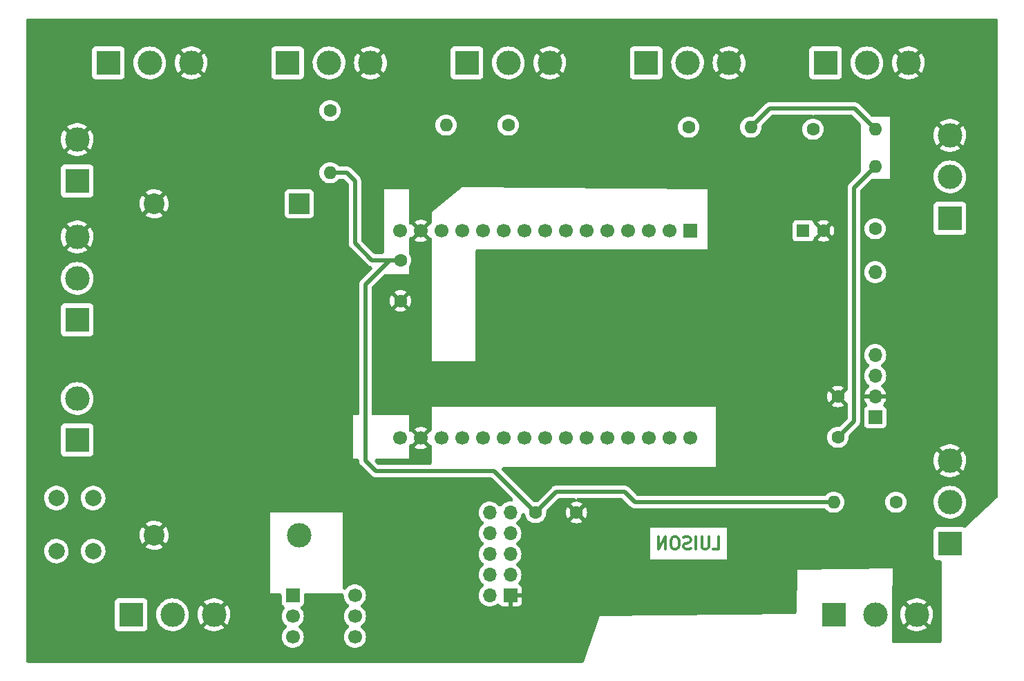
<source format=gbr>
%TF.GenerationSoftware,KiCad,Pcbnew,(6.0.7)*%
%TF.CreationDate,2022-10-03T16:30:18-03:00*%
%TF.ProjectId,luison-electronics,6c756973-6f6e-42d6-956c-656374726f6e,rev?*%
%TF.SameCoordinates,Original*%
%TF.FileFunction,Copper,L1,Top*%
%TF.FilePolarity,Positive*%
%FSLAX46Y46*%
G04 Gerber Fmt 4.6, Leading zero omitted, Abs format (unit mm)*
G04 Created by KiCad (PCBNEW (6.0.7)) date 2022-10-03 16:30:18*
%MOMM*%
%LPD*%
G01*
G04 APERTURE LIST*
%ADD10C,0.300000*%
%TA.AperFunction,NonConductor*%
%ADD11C,0.300000*%
%TD*%
%TA.AperFunction,ComponentPad*%
%ADD12R,3.000000X3.000000*%
%TD*%
%TA.AperFunction,ComponentPad*%
%ADD13C,3.000000*%
%TD*%
%TA.AperFunction,ComponentPad*%
%ADD14C,1.600000*%
%TD*%
%TA.AperFunction,ComponentPad*%
%ADD15O,1.600000X1.600000*%
%TD*%
%TA.AperFunction,ComponentPad*%
%ADD16R,1.700000X1.700000*%
%TD*%
%TA.AperFunction,ComponentPad*%
%ADD17O,1.700000X1.700000*%
%TD*%
%TA.AperFunction,ComponentPad*%
%ADD18R,1.600000X1.600000*%
%TD*%
%TA.AperFunction,ComponentPad*%
%ADD19C,1.700000*%
%TD*%
%TA.AperFunction,ComponentPad*%
%ADD20R,2.540000X2.540000*%
%TD*%
%TA.AperFunction,ComponentPad*%
%ADD21C,2.540000*%
%TD*%
%TA.AperFunction,ComponentPad*%
%ADD22C,2.000000*%
%TD*%
%TA.AperFunction,Conductor*%
%ADD23C,0.500000*%
%TD*%
G04 APERTURE END LIST*
D10*
D11*
X123868285Y-139108571D02*
X124582571Y-139108571D01*
X124582571Y-137608571D01*
X123368285Y-137608571D02*
X123368285Y-138822857D01*
X123296857Y-138965714D01*
X123225428Y-139037142D01*
X123082571Y-139108571D01*
X122796857Y-139108571D01*
X122654000Y-139037142D01*
X122582571Y-138965714D01*
X122511142Y-138822857D01*
X122511142Y-137608571D01*
X121796857Y-139108571D02*
X121796857Y-137608571D01*
X121154000Y-139037142D02*
X120939714Y-139108571D01*
X120582571Y-139108571D01*
X120439714Y-139037142D01*
X120368285Y-138965714D01*
X120296857Y-138822857D01*
X120296857Y-138680000D01*
X120368285Y-138537142D01*
X120439714Y-138465714D01*
X120582571Y-138394285D01*
X120868285Y-138322857D01*
X121011142Y-138251428D01*
X121082571Y-138180000D01*
X121154000Y-138037142D01*
X121154000Y-137894285D01*
X121082571Y-137751428D01*
X121011142Y-137680000D01*
X120868285Y-137608571D01*
X120511142Y-137608571D01*
X120296857Y-137680000D01*
X119368285Y-137608571D02*
X119082571Y-137608571D01*
X118939714Y-137680000D01*
X118796857Y-137822857D01*
X118725428Y-138108571D01*
X118725428Y-138608571D01*
X118796857Y-138894285D01*
X118939714Y-139037142D01*
X119082571Y-139108571D01*
X119368285Y-139108571D01*
X119511142Y-139037142D01*
X119654000Y-138894285D01*
X119725428Y-138608571D01*
X119725428Y-138108571D01*
X119654000Y-137822857D01*
X119511142Y-137680000D01*
X119368285Y-137608571D01*
X118082571Y-139108571D02*
X118082571Y-137608571D01*
X117225428Y-139108571D01*
X117225428Y-137608571D01*
D12*
%TO.P,PS_B1,1,VCC*%
%TO.N,+24V*%
X152908000Y-138430000D03*
D13*
%TO.P,PS_B1,2,Signal*%
%TO.N,Net-(MCU1-Pad2)*%
X152908000Y-133350000D03*
%TO.P,PS_B1,3,GND*%
%TO.N,GND*%
X152908000Y-128270000D03*
%TD*%
D14*
%TO.P,C4,1*%
%TO.N,+3.3V*%
X85598000Y-103672000D03*
%TO.P,C4,2*%
%TO.N,GND*%
X85598000Y-108672000D03*
%TD*%
%TO.P,C1,1*%
%TO.N,GND*%
X139192000Y-120396000D03*
%TO.P,C1,2*%
%TO.N,+3.3V*%
X139192000Y-125396000D03*
%TD*%
%TO.P,R6,1*%
%TO.N,Net-(MCU1-Pad2)*%
X146304000Y-133350000D03*
D15*
%TO.P,R6,2*%
%TO.N,+3.3V*%
X138684000Y-133350000D03*
%TD*%
D16*
%TO.P,MD1,1,GND*%
%TO.N,GND*%
X99060000Y-144780000D03*
D17*
%TO.P,MD1,2,AG*%
%TO.N,Net-(MCU1-Pad18)*%
X96520000Y-144780000D03*
%TO.P,MD1,3,A2*%
%TO.N,Net-(MCU1-Pad25)*%
X99060000Y-142240000D03*
%TO.P,MD1,4,A2*%
%TO.N,Net-(MCU1-Pad19)*%
X96520000Y-142240000D03*
%TO.P,MD1,5,A1*%
%TO.N,Net-(MCU1-Pad24)*%
X99060000Y-139700000D03*
%TO.P,MD1,6,A1*%
%TO.N,Net-(MCU1-Pad20)*%
X96520000Y-139700000D03*
%TO.P,MD1,7,PA*%
%TO.N,Net-(MCU1-Pad23)*%
X99060000Y-137160000D03*
%TO.P,MD1,8,PB*%
%TO.N,Net-(MCU1-Pad21)*%
X96520000Y-137160000D03*
%TO.P,MD1,9,VCC*%
%TO.N,+3.3V*%
X99060000Y-134620000D03*
%TO.P,MD1,10,PW*%
%TO.N,Net-(MCU1-Pad22)*%
X96520000Y-134620000D03*
%TD*%
D14*
%TO.P,R2,1*%
%TO.N,Net-(MCU1-Pad6)*%
X98806000Y-87122000D03*
D15*
%TO.P,R2,2*%
%TO.N,+3.3V*%
X91186000Y-87122000D03*
%TD*%
D18*
%TO.P,C3,1*%
%TO.N,Net-(C3-Pad1)*%
X134938888Y-100076000D03*
D14*
%TO.P,C3,2*%
%TO.N,GND*%
X137438888Y-100076000D03*
%TD*%
D12*
%TO.P,PSL1,1,VCC*%
%TO.N,+24V*%
X71755000Y-79502000D03*
D13*
%TO.P,PSL1,2,Signal*%
%TO.N,Net-(MCU1-Pad7)*%
X76835000Y-79502000D03*
%TO.P,PSL1,3,GND*%
%TO.N,GND*%
X81915000Y-79502000D03*
%TD*%
D12*
%TO.P,LS_FR1,1,VCC*%
%TO.N,+3.3V*%
X45974000Y-110998000D03*
D13*
%TO.P,LS_FR1,2,A0*%
%TO.N,/GPIO12*%
X45974000Y-105918000D03*
%TO.P,LS_FR1,3,GND*%
%TO.N,GND*%
X45974000Y-100838000D03*
%TD*%
D12*
%TO.P,PSFC1,1,VCC*%
%TO.N,+24V*%
X115697000Y-79502000D03*
D13*
%TO.P,PSFC1,2,Signal*%
%TO.N,Net-(MCU1-Pad5)*%
X120777000Y-79502000D03*
%TO.P,PSFC1,3,GND*%
%TO.N,GND*%
X125857000Y-79502000D03*
%TD*%
D14*
%TO.P,R3,1*%
%TO.N,Net-(MCU1-Pad5)*%
X120904000Y-87376000D03*
D15*
%TO.P,R3,2*%
%TO.N,+3.3V*%
X128524000Y-87376000D03*
%TD*%
D16*
%TO.P,SW1,1,P1*%
%TO.N,/GPIO26*%
X72390000Y-144780000D03*
D19*
%TO.P,SW1,2,C*%
%TO.N,unconnected-(SW1-Pad2)*%
X72390000Y-147320000D03*
%TO.P,SW1,3,P4*%
%TO.N,unconnected-(SW1-Pad3)*%
X72390000Y-149860000D03*
%TO.P,SW1,4,P2*%
%TO.N,/GPIO25*%
X80010000Y-149860000D03*
%TO.P,SW1,5,C*%
%TO.N,+3.3V*%
X80010000Y-147320000D03*
%TO.P,SW1,6,P8*%
%TO.N,unconnected-(SW1-Pad6)*%
X80010000Y-144780000D03*
%TD*%
D12*
%TO.P,Pow1,1,VCC*%
%TO.N,+24V*%
X45974000Y-93980000D03*
D13*
%TO.P,Pow1,2,GND*%
%TO.N,GND*%
X45974000Y-88900000D03*
%TD*%
D16*
%TO.P,GYRO1,1,VCC*%
%TO.N,+3.3V*%
X143764000Y-122936000D03*
D17*
%TO.P,GYRO1,2,GND*%
%TO.N,GND*%
X143764000Y-120396000D03*
%TO.P,GYRO1,3,SCL*%
%TO.N,Net-(GYRO1-Pad3)*%
X143764000Y-117856000D03*
%TO.P,GYRO1,4,SDA*%
%TO.N,Net-(GYRO1-Pad4)*%
X143764000Y-115316000D03*
%TO.P,GYRO1,8,INT*%
%TO.N,unconnected-(GYRO1-Pad8)*%
X143764000Y-105156000D03*
%TD*%
D12*
%TO.P,PS_R1,1,VCC*%
%TO.N,+24V*%
X152908000Y-98552000D03*
D13*
%TO.P,PS_R1,2,Signal*%
%TO.N,Net-(MCU1-Pad3)*%
X152908000Y-93472000D03*
%TO.P,PS_R1,3,GND*%
%TO.N,GND*%
X152908000Y-88392000D03*
%TD*%
D14*
%TO.P,R1,1*%
%TO.N,Net-(MCU1-Pad7)*%
X76962000Y-85344000D03*
D15*
%TO.P,R1,2*%
%TO.N,+3.3V*%
X76962000Y-92964000D03*
%TD*%
D20*
%TO.P,U1,1,Vin*%
%TO.N,+24V*%
X73184000Y-96774000D03*
D21*
%TO.P,U1,2,GND*%
%TO.N,GND*%
X55404000Y-96774000D03*
%TO.P,U1,3,GND*%
X55404000Y-137414000D03*
D13*
%TO.P,U1,4,Vout*%
%TO.N,+3.3V*%
X73184000Y-137414000D03*
%TD*%
D14*
%TO.P,C2,1*%
%TO.N,GND*%
X107148000Y-134620000D03*
%TO.P,C2,2*%
%TO.N,+3.3V*%
X102148000Y-134620000D03*
%TD*%
%TO.P,R5,1*%
%TO.N,Net-(MCU1-Pad3)*%
X143764000Y-99822000D03*
D15*
%TO.P,R5,2*%
%TO.N,+3.3V*%
X143764000Y-92202000D03*
%TD*%
D14*
%TO.P,R4,1*%
%TO.N,Net-(MCU1-Pad4)*%
X136144000Y-87630000D03*
D15*
%TO.P,R4,2*%
%TO.N,+3.3V*%
X143764000Y-87630000D03*
%TD*%
D16*
%TO.P,MCU1,1,EN*%
%TO.N,Net-(C3-Pad1)*%
X121099925Y-100091000D03*
D19*
%TO.P,MCU1,2,IO36/VP*%
%TO.N,Net-(MCU1-Pad2)*%
X118559925Y-100091000D03*
%TO.P,MCU1,3,IO39/VN*%
%TO.N,Net-(MCU1-Pad3)*%
X116019925Y-100091000D03*
%TO.P,MCU1,4,D34*%
%TO.N,Net-(MCU1-Pad4)*%
X113479925Y-100091000D03*
%TO.P,MCU1,5,D35*%
%TO.N,Net-(MCU1-Pad5)*%
X110939925Y-100091000D03*
%TO.P,MCU1,6,D32*%
%TO.N,Net-(MCU1-Pad6)*%
X108399925Y-100091000D03*
%TO.P,MCU1,7,D33*%
%TO.N,Net-(MCU1-Pad7)*%
X105859925Y-100091000D03*
%TO.P,MCU1,8,D25*%
%TO.N,/GPIO25*%
X103319925Y-100091000D03*
%TO.P,MCU1,9,D26*%
%TO.N,/GPIO26*%
X100779925Y-100091000D03*
%TO.P,MCU1,10,D27*%
%TO.N,/GPIO27*%
X98239925Y-100091000D03*
%TO.P,MCU1,11,D14*%
%TO.N,/GPIO14*%
X95699925Y-100091000D03*
%TO.P,MCU1,12,D12*%
%TO.N,/GPIO12*%
X93159925Y-100091000D03*
%TO.P,MCU1,13,D13*%
%TO.N,/GPIO13*%
X90619925Y-100091000D03*
%TO.P,MCU1,14,GND*%
%TO.N,GND*%
X88079925Y-100091000D03*
%TO.P,MCU1,15,Vin*%
%TO.N,+3.3V*%
X85539925Y-100091000D03*
%TO.P,MCU1,16,3V3*%
%TO.N,unconnected-(MCU1-Pad16)*%
X85539925Y-125491000D03*
%TO.P,MCU1,17,GND*%
%TO.N,GND*%
X88079925Y-125491000D03*
%TO.P,MCU1,18,D15*%
%TO.N,Net-(MCU1-Pad18)*%
X90619925Y-125491000D03*
%TO.P,MCU1,19,D2*%
%TO.N,Net-(MCU1-Pad19)*%
X93159925Y-125491000D03*
%TO.P,MCU1,20,D4*%
%TO.N,Net-(MCU1-Pad20)*%
X95699925Y-125491000D03*
%TO.P,MCU1,21,RX2/IO16*%
%TO.N,Net-(MCU1-Pad21)*%
X98239925Y-125491000D03*
%TO.P,MCU1,22,TX2/IO17*%
%TO.N,Net-(MCU1-Pad22)*%
X100779925Y-125491000D03*
%TO.P,MCU1,23,D5*%
%TO.N,Net-(MCU1-Pad23)*%
X103319925Y-125491000D03*
%TO.P,MCU1,24,D18*%
%TO.N,Net-(MCU1-Pad24)*%
X105859925Y-125491000D03*
%TO.P,MCU1,25,D19*%
%TO.N,Net-(MCU1-Pad25)*%
X108399925Y-125491000D03*
%TO.P,MCU1,26,SDA/D21*%
%TO.N,Net-(GYRO1-Pad4)*%
X110939925Y-125491000D03*
%TO.P,MCU1,27,RX0/IO3*%
%TO.N,unconnected-(MCU1-Pad27)*%
X113479925Y-125491000D03*
%TO.P,MCU1,28,TX0/IO1*%
%TO.N,unconnected-(MCU1-Pad28)*%
X116019925Y-125491000D03*
%TO.P,MCU1,29,SCL/IO22*%
%TO.N,Net-(GYRO1-Pad3)*%
X118559925Y-125491000D03*
%TO.P,MCU1,30,D23*%
%TO.N,Net-(LS_BR1-Pad2)*%
X121099925Y-125491000D03*
%TD*%
D12*
%TO.P,LS_BR1,1,VCC*%
%TO.N,+3.3V*%
X138684000Y-147147000D03*
D13*
%TO.P,LS_BR1,2,A0*%
%TO.N,Net-(LS_BR1-Pad2)*%
X143764000Y-147147000D03*
%TO.P,LS_BR1,3,GND*%
%TO.N,GND*%
X148844000Y-147147000D03*
%TD*%
D12*
%TO.P,PSFR1,1,VCC*%
%TO.N,+24V*%
X137668000Y-79502000D03*
D13*
%TO.P,PSFR1,2,Signal*%
%TO.N,Net-(MCU1-Pad4)*%
X142748000Y-79502000D03*
%TO.P,PSFR1,3,GND*%
%TO.N,GND*%
X147828000Y-79502000D03*
%TD*%
D12*
%TO.P,LS_BL1,1,VCC*%
%TO.N,+3.3V*%
X52578000Y-147147000D03*
D13*
%TO.P,LS_BL1,2,A0*%
%TO.N,/GPIO27*%
X57658000Y-147147000D03*
%TO.P,LS_BL1,3,GND*%
%TO.N,GND*%
X62738000Y-147147000D03*
%TD*%
D12*
%TO.P,PSFL1,1,VCC*%
%TO.N,+24V*%
X93726000Y-79502000D03*
D13*
%TO.P,PSFL1,2,Signal*%
%TO.N,Net-(MCU1-Pad6)*%
X98806000Y-79502000D03*
%TO.P,PSFL1,3,GND*%
%TO.N,GND*%
X103886000Y-79502000D03*
%TD*%
D12*
%TO.P,RC1,1,COM*%
%TO.N,+3.3V*%
X45974000Y-125730000D03*
D13*
%TO.P,RC1,2,SIGNAL*%
%TO.N,/GPIO14*%
X45974000Y-120650000D03*
%TD*%
D12*
%TO.P,LS_FL1,1,VCC*%
%TO.N,+3.3V*%
X49784000Y-79502000D03*
D13*
%TO.P,LS_FL1,2,A0*%
%TO.N,/GPIO13*%
X54864000Y-79502000D03*
%TO.P,LS_FL1,3,GND*%
%TO.N,GND*%
X59944000Y-79502000D03*
%TD*%
D22*
%TO.P,SW2,1,1*%
%TO.N,+3.3V*%
X43434000Y-132842000D03*
X43434000Y-139342000D03*
%TO.P,SW2,2,2*%
%TO.N,/GPIO14*%
X47934000Y-139342000D03*
X47934000Y-132842000D03*
%TD*%
D23*
%TO.N,+3.3V*%
X141148418Y-123439582D02*
X139192000Y-125396000D01*
X85598000Y-103672000D02*
X82082000Y-103672000D01*
X102148000Y-134620000D02*
X97068000Y-129540000D01*
X78994000Y-92964000D02*
X76962000Y-92964000D01*
X143764000Y-87630000D02*
X141224000Y-85090000D01*
X113030000Y-132080000D02*
X104688000Y-132080000D01*
X84288000Y-103672000D02*
X85598000Y-103672000D01*
X143764000Y-92202000D02*
X141148418Y-94817582D01*
X141148418Y-94817582D02*
X141148418Y-123439582D01*
X81280000Y-106680000D02*
X84288000Y-103672000D01*
X82082000Y-103672000D02*
X80010000Y-101600000D01*
X130810000Y-85090000D02*
X128524000Y-87376000D01*
X138684000Y-133350000D02*
X114300000Y-133350000D01*
X80010000Y-93980000D02*
X78994000Y-92964000D01*
X97068000Y-129540000D02*
X82550000Y-129540000D01*
X104688000Y-132080000D02*
X102148000Y-134620000D01*
X81280000Y-128270000D02*
X81280000Y-106680000D01*
X82550000Y-129540000D02*
X81280000Y-128270000D01*
X114300000Y-133350000D02*
X113030000Y-132080000D01*
X80010000Y-101600000D02*
X80010000Y-93980000D01*
X141224000Y-85090000D02*
X130810000Y-85090000D01*
%TD*%
%TA.AperFunction,Conductor*%
%TO.N,GND*%
G36*
X158603788Y-74057454D02*
G01*
X158684570Y-74111430D01*
X158738546Y-74192212D01*
X158757500Y-74287500D01*
X158757500Y-132675996D01*
X158738546Y-132771284D01*
X158678397Y-132858029D01*
X154863483Y-136418616D01*
X154780890Y-136469776D01*
X154685005Y-136485435D01*
X154606183Y-136469739D01*
X154516580Y-136436149D01*
X154455377Y-136429500D01*
X152909034Y-136429500D01*
X151360624Y-136429501D01*
X151299420Y-136436149D01*
X151165176Y-136486474D01*
X151050454Y-136572454D01*
X150964474Y-136687176D01*
X150914149Y-136821420D01*
X150907500Y-136882623D01*
X150907501Y-139977376D01*
X150914149Y-140038580D01*
X150964474Y-140172824D01*
X151050454Y-140287546D01*
X151165176Y-140373526D01*
X151181787Y-140379753D01*
X151284804Y-140418372D01*
X151284805Y-140418372D01*
X151299420Y-140423851D01*
X151360623Y-140430500D01*
X151643000Y-140430500D01*
X151738288Y-140449454D01*
X151819070Y-140503430D01*
X151873046Y-140584212D01*
X151892000Y-140679500D01*
X151892000Y-150373995D01*
X151873046Y-150469283D01*
X151819070Y-150550065D01*
X151738288Y-150604041D01*
X151643000Y-150622995D01*
X151638000Y-150622502D01*
X151638000Y-150622000D01*
X146047797Y-150622000D01*
X145952509Y-150603046D01*
X145871727Y-150549070D01*
X145817751Y-150468288D01*
X145798813Y-150370218D01*
X145801767Y-150105909D01*
X145817073Y-148736112D01*
X147619852Y-148736112D01*
X147627137Y-148747014D01*
X147654469Y-148769867D01*
X147668145Y-148779803D01*
X147885715Y-148916284D01*
X147900638Y-148924286D01*
X148134705Y-149029971D01*
X148150559Y-149035867D01*
X148396819Y-149108813D01*
X148413322Y-149112502D01*
X148667199Y-149151350D01*
X148684063Y-149152766D01*
X148940858Y-149156801D01*
X148957748Y-149155916D01*
X149212738Y-149125059D01*
X149229329Y-149121894D01*
X149477775Y-149056715D01*
X149493795Y-149051324D01*
X149731078Y-148953038D01*
X149746237Y-148945513D01*
X149967981Y-148815935D01*
X149981970Y-148806429D01*
X150053616Y-148750251D01*
X150067200Y-148734432D01*
X150062051Y-148724261D01*
X148861341Y-147523551D01*
X148844000Y-147511964D01*
X148826659Y-147523551D01*
X147631439Y-148718771D01*
X147619852Y-148736112D01*
X145817073Y-148736112D01*
X145834970Y-147134385D01*
X146831906Y-147134385D01*
X146846691Y-147390788D01*
X146848812Y-147407579D01*
X146898256Y-147659600D01*
X146902638Y-147675951D01*
X146985826Y-147918926D01*
X146992384Y-147934528D01*
X147107781Y-148163969D01*
X147116393Y-148178531D01*
X147239717Y-148357968D01*
X147254658Y-148372523D01*
X147262739Y-148369051D01*
X148467449Y-147164341D01*
X148479036Y-147147000D01*
X149208964Y-147147000D01*
X149220551Y-147164341D01*
X150415201Y-148358991D01*
X150432542Y-148370578D01*
X150440843Y-148365031D01*
X150538354Y-148232285D01*
X150547417Y-148218005D01*
X150669969Y-147992292D01*
X150677006Y-147976922D01*
X150767792Y-147736664D01*
X150772682Y-147720467D01*
X150830020Y-147470113D01*
X150832666Y-147453410D01*
X150855816Y-147194023D01*
X150856302Y-147184258D01*
X150856641Y-147151906D01*
X150856358Y-147142106D01*
X150838647Y-146882308D01*
X150836351Y-146865546D01*
X150784269Y-146614046D01*
X150779719Y-146597754D01*
X150693989Y-146355662D01*
X150687266Y-146340126D01*
X150569475Y-146111908D01*
X150560709Y-146097433D01*
X150447715Y-145936659D01*
X150432625Y-145922264D01*
X150424238Y-145925972D01*
X149220551Y-147129659D01*
X149208964Y-147147000D01*
X148479036Y-147147000D01*
X148467449Y-147129659D01*
X147272343Y-145934553D01*
X147255002Y-145922966D01*
X147247048Y-145928281D01*
X147138376Y-146079515D01*
X147129458Y-146093897D01*
X147009285Y-146320864D01*
X147002399Y-146336331D01*
X146914139Y-146577515D01*
X146909418Y-146593763D01*
X146854706Y-146844693D01*
X146852233Y-146861437D01*
X146832083Y-147117472D01*
X146831906Y-147134385D01*
X145834970Y-147134385D01*
X145852569Y-145559335D01*
X147620633Y-145559335D01*
X147626132Y-145569922D01*
X148826659Y-146770449D01*
X148844000Y-146782036D01*
X148861341Y-146770449D01*
X150056075Y-145575715D01*
X150067662Y-145558374D01*
X150060716Y-145547979D01*
X150016475Y-145511768D01*
X150002685Y-145501968D01*
X149783705Y-145367777D01*
X149768708Y-145359937D01*
X149533534Y-145256703D01*
X149517628Y-145250976D01*
X149270605Y-145180610D01*
X149254076Y-145177097D01*
X148999794Y-145140907D01*
X148982936Y-145139669D01*
X148726101Y-145138324D01*
X148709214Y-145139387D01*
X148454573Y-145172911D01*
X148438008Y-145176251D01*
X148190272Y-145244023D01*
X148174296Y-145249587D01*
X147938052Y-145350353D01*
X147922983Y-145358032D01*
X147702602Y-145489927D01*
X147688716Y-145499578D01*
X147634052Y-145543371D01*
X147620633Y-145559335D01*
X145852569Y-145559335D01*
X145896051Y-141667905D01*
X145897899Y-141502524D01*
X145898173Y-141478000D01*
X145871933Y-141478425D01*
X145871931Y-141478425D01*
X134209534Y-141667507D01*
X134209532Y-141667507D01*
X134185012Y-141667905D01*
X134115287Y-146822944D01*
X134095047Y-146917964D01*
X134039983Y-146998008D01*
X133958479Y-147050887D01*
X133868934Y-147068559D01*
X109982000Y-147320000D01*
X109975489Y-147338720D01*
X109975488Y-147338721D01*
X108051460Y-152870302D01*
X108002254Y-152954074D01*
X107924735Y-153012640D01*
X107830705Y-153037082D01*
X107816280Y-153037500D01*
X40007500Y-153037500D01*
X39912212Y-153018546D01*
X39831430Y-152964570D01*
X39777454Y-152883788D01*
X39758500Y-152788500D01*
X39758500Y-145599623D01*
X50577500Y-145599623D01*
X50577501Y-148694376D01*
X50584149Y-148755580D01*
X50634474Y-148889824D01*
X50720454Y-149004546D01*
X50835176Y-149090526D01*
X50881712Y-149107971D01*
X50954804Y-149135372D01*
X50954805Y-149135372D01*
X50969420Y-149140851D01*
X51030623Y-149147500D01*
X52576966Y-149147500D01*
X54125376Y-149147499D01*
X54186580Y-149140851D01*
X54320824Y-149090526D01*
X54435546Y-149004546D01*
X54521526Y-148889824D01*
X54559739Y-148787889D01*
X54566372Y-148770196D01*
X54566372Y-148770195D01*
X54571851Y-148755580D01*
X54578500Y-148694377D01*
X54578499Y-147084002D01*
X55653380Y-147084002D01*
X55657319Y-147184258D01*
X55663388Y-147338721D01*
X55664502Y-147367084D01*
X55666083Y-147375742D01*
X55666084Y-147375749D01*
X55680268Y-147453410D01*
X55715400Y-147645775D01*
X55805058Y-147914514D01*
X55808989Y-147922381D01*
X55808991Y-147922386D01*
X55927755Y-148160071D01*
X55927759Y-148160077D01*
X55931687Y-148167939D01*
X56001615Y-148269117D01*
X56087753Y-148393748D01*
X56087758Y-148393754D01*
X56092761Y-148400993D01*
X56285065Y-148609027D01*
X56291891Y-148614584D01*
X56497934Y-148782329D01*
X56497938Y-148782332D01*
X56504764Y-148787889D01*
X56512308Y-148792431D01*
X56512311Y-148792433D01*
X56573361Y-148829188D01*
X56747472Y-148934012D01*
X56880515Y-148990348D01*
X57000233Y-149041042D01*
X57000236Y-149041043D01*
X57008348Y-149044478D01*
X57282186Y-149117085D01*
X57563523Y-149150384D01*
X57846745Y-149143709D01*
X58126200Y-149097195D01*
X58396314Y-149011769D01*
X58651697Y-148889136D01*
X58880714Y-148736112D01*
X61513852Y-148736112D01*
X61521137Y-148747014D01*
X61548469Y-148769867D01*
X61562145Y-148779803D01*
X61779715Y-148916284D01*
X61794638Y-148924286D01*
X62028705Y-149029971D01*
X62044559Y-149035867D01*
X62290819Y-149108813D01*
X62307322Y-149112502D01*
X62561199Y-149151350D01*
X62578063Y-149152766D01*
X62834858Y-149156801D01*
X62851748Y-149155916D01*
X63106738Y-149125059D01*
X63123329Y-149121894D01*
X63371775Y-149056715D01*
X63387795Y-149051324D01*
X63625078Y-148953038D01*
X63640237Y-148945513D01*
X63861981Y-148815935D01*
X63875970Y-148806429D01*
X63947616Y-148750251D01*
X63961200Y-148734432D01*
X63956051Y-148724261D01*
X62755341Y-147523551D01*
X62738000Y-147511964D01*
X62720659Y-147523551D01*
X61525439Y-148718771D01*
X61513852Y-148736112D01*
X58880714Y-148736112D01*
X58887253Y-148731743D01*
X58895607Y-148724261D01*
X59091721Y-148548606D01*
X59091724Y-148548603D01*
X59098281Y-148542730D01*
X59280573Y-148325868D01*
X59364434Y-148191401D01*
X59425831Y-148092955D01*
X59425835Y-148092948D01*
X59430489Y-148085485D01*
X59545040Y-147826376D01*
X59554307Y-147793520D01*
X59619548Y-147562190D01*
X59621939Y-147553712D01*
X59653330Y-147320000D01*
X59658806Y-147279233D01*
X59658806Y-147279229D01*
X59659652Y-147272933D01*
X59663610Y-147147000D01*
X59662717Y-147134385D01*
X60725906Y-147134385D01*
X60740691Y-147390788D01*
X60742812Y-147407579D01*
X60792256Y-147659600D01*
X60796638Y-147675951D01*
X60879826Y-147918926D01*
X60886384Y-147934528D01*
X61001781Y-148163969D01*
X61010393Y-148178531D01*
X61133717Y-148357968D01*
X61148658Y-148372523D01*
X61156739Y-148369051D01*
X62361449Y-147164341D01*
X62373036Y-147147000D01*
X63102964Y-147147000D01*
X63114551Y-147164341D01*
X64309201Y-148358991D01*
X64326542Y-148370578D01*
X64334843Y-148365031D01*
X64432354Y-148232285D01*
X64441417Y-148218005D01*
X64563969Y-147992292D01*
X64571006Y-147976922D01*
X64661792Y-147736664D01*
X64666682Y-147720467D01*
X64724020Y-147470113D01*
X64726666Y-147453410D01*
X64749816Y-147194023D01*
X64750302Y-147184258D01*
X64750641Y-147151906D01*
X64750358Y-147142106D01*
X64732647Y-146882308D01*
X64730351Y-146865546D01*
X64678269Y-146614046D01*
X64673719Y-146597754D01*
X64587989Y-146355662D01*
X64581266Y-146340126D01*
X64463475Y-146111908D01*
X64454709Y-146097433D01*
X64341715Y-145936659D01*
X64326625Y-145922264D01*
X64318238Y-145925972D01*
X63114551Y-147129659D01*
X63102964Y-147147000D01*
X62373036Y-147147000D01*
X62361449Y-147129659D01*
X61166343Y-145934553D01*
X61149002Y-145922966D01*
X61141048Y-145928281D01*
X61032376Y-146079515D01*
X61023458Y-146093897D01*
X60903285Y-146320864D01*
X60896399Y-146336331D01*
X60808139Y-146577515D01*
X60803418Y-146593763D01*
X60748706Y-146844693D01*
X60746233Y-146861437D01*
X60726083Y-147117472D01*
X60725906Y-147134385D01*
X59662717Y-147134385D01*
X59659150Y-147084002D01*
X59644223Y-146873198D01*
X59643601Y-146864407D01*
X59639742Y-146846480D01*
X59589700Y-146614046D01*
X59583975Y-146587453D01*
X59485920Y-146321663D01*
X59351393Y-146072340D01*
X59344411Y-146062886D01*
X59188306Y-145851538D01*
X59188305Y-145851537D01*
X59183078Y-145844460D01*
X58984334Y-145642570D01*
X58936883Y-145606356D01*
X58875271Y-145559335D01*
X61514633Y-145559335D01*
X61520132Y-145569922D01*
X62720659Y-146770449D01*
X62738000Y-146782036D01*
X62755341Y-146770449D01*
X63950075Y-145575715D01*
X63961662Y-145558374D01*
X63954716Y-145547979D01*
X63910475Y-145511768D01*
X63896685Y-145501968D01*
X63677705Y-145367777D01*
X63662708Y-145359937D01*
X63427534Y-145256703D01*
X63411628Y-145250976D01*
X63164605Y-145180610D01*
X63148076Y-145177097D01*
X62893794Y-145140907D01*
X62876936Y-145139669D01*
X62620101Y-145138324D01*
X62603214Y-145139387D01*
X62348573Y-145172911D01*
X62332008Y-145176251D01*
X62084272Y-145244023D01*
X62068296Y-145249587D01*
X61832052Y-145350353D01*
X61816983Y-145358032D01*
X61596602Y-145489927D01*
X61582716Y-145499578D01*
X61528052Y-145543371D01*
X61514633Y-145559335D01*
X58875271Y-145559335D01*
X58766127Y-145476039D01*
X58759126Y-145470696D01*
X58751447Y-145466395D01*
X58751443Y-145466393D01*
X58519634Y-145336575D01*
X58511947Y-145332270D01*
X58247730Y-145230052D01*
X58239163Y-145228066D01*
X58239159Y-145228065D01*
X57980329Y-145168071D01*
X57980326Y-145168071D01*
X57971747Y-145166082D01*
X57689503Y-145141637D01*
X57491439Y-145152538D01*
X57415421Y-145156721D01*
X57415418Y-145156721D01*
X57406630Y-145157205D01*
X57398002Y-145158921D01*
X57397996Y-145158922D01*
X57137405Y-145210757D01*
X57137402Y-145210758D01*
X57128774Y-145212474D01*
X57078719Y-145230052D01*
X56869773Y-145303428D01*
X56869769Y-145303430D01*
X56861476Y-145306342D01*
X56853675Y-145310394D01*
X56853671Y-145310396D01*
X56617883Y-145432878D01*
X56617878Y-145432881D01*
X56610072Y-145436936D01*
X56602909Y-145442055D01*
X56602907Y-145442056D01*
X56386740Y-145596531D01*
X56386735Y-145596535D01*
X56379576Y-145601651D01*
X56336682Y-145642570D01*
X56180966Y-145791114D01*
X56180961Y-145791119D01*
X56174588Y-145797199D01*
X56169132Y-145804120D01*
X56169131Y-145804121D01*
X56137331Y-145844460D01*
X55999199Y-146019680D01*
X55994777Y-146027293D01*
X55994775Y-146027296D01*
X55950285Y-146103892D01*
X55856907Y-146264654D01*
X55853604Y-146272810D01*
X55853601Y-146272815D01*
X55778793Y-146457508D01*
X55750552Y-146527232D01*
X55682255Y-146802177D01*
X55653380Y-147084002D01*
X54578499Y-147084002D01*
X54578499Y-145599624D01*
X54571851Y-145538420D01*
X54521526Y-145404176D01*
X54435546Y-145289454D01*
X54320824Y-145203474D01*
X54226385Y-145168071D01*
X54201196Y-145158628D01*
X54201195Y-145158628D01*
X54186580Y-145153149D01*
X54125377Y-145146500D01*
X52579034Y-145146500D01*
X51030624Y-145146501D01*
X50969420Y-145153149D01*
X50835176Y-145203474D01*
X50720454Y-145289454D01*
X50634474Y-145404176D01*
X50584149Y-145538420D01*
X50577500Y-145599623D01*
X39758500Y-145599623D01*
X39758500Y-144526000D01*
X69596000Y-144526000D01*
X70790500Y-144526000D01*
X70885788Y-144544954D01*
X70966570Y-144598930D01*
X71020546Y-144679712D01*
X71039500Y-144775000D01*
X71039501Y-145228065D01*
X71039501Y-145677376D01*
X71046149Y-145738580D01*
X71096474Y-145872824D01*
X71182454Y-145987546D01*
X71293528Y-146070792D01*
X71293534Y-146070797D01*
X71297176Y-146073526D01*
X71297028Y-146073723D01*
X71360666Y-146127030D01*
X71405600Y-146213169D01*
X71414150Y-146309947D01*
X71385014Y-146402631D01*
X71358116Y-146441988D01*
X71351505Y-146448599D01*
X71345268Y-146457507D01*
X71345267Y-146457508D01*
X71249861Y-146593763D01*
X71215965Y-146642171D01*
X71211369Y-146652027D01*
X71121527Y-146844693D01*
X71116097Y-146856337D01*
X71054937Y-147084592D01*
X71053989Y-147095425D01*
X71053989Y-147095426D01*
X71050032Y-147140655D01*
X71034341Y-147320000D01*
X71054937Y-147555408D01*
X71116097Y-147783663D01*
X71120691Y-147793516D01*
X71120693Y-147793520D01*
X71180785Y-147922386D01*
X71215965Y-147997829D01*
X71351505Y-148191401D01*
X71518599Y-148358495D01*
X71527501Y-148364728D01*
X71527503Y-148364730D01*
X71557923Y-148386030D01*
X71625108Y-148456211D01*
X71660321Y-148546760D01*
X71658202Y-148643892D01*
X71619074Y-148732819D01*
X71557926Y-148793968D01*
X71518599Y-148821505D01*
X71351505Y-148988599D01*
X71310797Y-149046737D01*
X71236555Y-149152766D01*
X71215965Y-149182171D01*
X71116097Y-149396337D01*
X71054937Y-149624592D01*
X71034341Y-149860000D01*
X71054937Y-150095408D01*
X71116097Y-150323663D01*
X71215965Y-150537829D01*
X71351505Y-150731401D01*
X71518599Y-150898495D01*
X71527497Y-150904725D01*
X71527500Y-150904728D01*
X71703271Y-151027804D01*
X71712170Y-151034035D01*
X71722015Y-151038626D01*
X71722017Y-151038627D01*
X71798945Y-151074499D01*
X71926337Y-151133903D01*
X71936835Y-151136716D01*
X71936838Y-151136717D01*
X72040465Y-151164483D01*
X72154592Y-151195063D01*
X72165425Y-151196011D01*
X72165426Y-151196011D01*
X72379165Y-151214711D01*
X72390000Y-151215659D01*
X72400835Y-151214711D01*
X72614574Y-151196011D01*
X72614575Y-151196011D01*
X72625408Y-151195063D01*
X72739535Y-151164483D01*
X72843162Y-151136717D01*
X72843165Y-151136716D01*
X72853663Y-151133903D01*
X72981055Y-151074499D01*
X73057983Y-151038627D01*
X73057985Y-151038626D01*
X73067830Y-151034035D01*
X73076729Y-151027804D01*
X73252500Y-150904728D01*
X73252503Y-150904725D01*
X73261401Y-150898495D01*
X73428495Y-150731401D01*
X73564035Y-150537829D01*
X73663903Y-150323663D01*
X73725063Y-150095408D01*
X73745659Y-149860000D01*
X73725063Y-149624592D01*
X73663903Y-149396337D01*
X73564035Y-149182171D01*
X73543446Y-149152766D01*
X73469203Y-149046737D01*
X73428495Y-148988599D01*
X73261401Y-148821505D01*
X73252497Y-148815270D01*
X73222075Y-148793968D01*
X73154892Y-148723786D01*
X73119680Y-148633237D01*
X73121800Y-148536105D01*
X73160929Y-148447178D01*
X73222075Y-148386032D01*
X73252497Y-148364730D01*
X73252499Y-148364728D01*
X73261401Y-148358495D01*
X73428495Y-148191401D01*
X73564035Y-147997829D01*
X73599215Y-147922386D01*
X73659307Y-147793520D01*
X73659309Y-147793516D01*
X73663903Y-147783663D01*
X73725063Y-147555408D01*
X73745659Y-147320000D01*
X73729968Y-147140655D01*
X73726011Y-147095426D01*
X73726011Y-147095425D01*
X73725063Y-147084592D01*
X73663903Y-146856337D01*
X73658474Y-146844693D01*
X73568631Y-146652027D01*
X73564035Y-146642171D01*
X73530140Y-146593763D01*
X73434733Y-146457508D01*
X73434732Y-146457507D01*
X73428495Y-146448599D01*
X73422216Y-146442320D01*
X73375916Y-146357920D01*
X73365341Y-146261342D01*
X73392530Y-146168069D01*
X73453343Y-146092301D01*
X73478373Y-146075195D01*
X73482824Y-146073526D01*
X73597546Y-145987546D01*
X73683526Y-145872824D01*
X73733851Y-145738580D01*
X73740500Y-145677377D01*
X73740499Y-144774998D01*
X73759453Y-144679712D01*
X73813429Y-144598931D01*
X73894211Y-144544954D01*
X73989499Y-144526000D01*
X78406289Y-144526000D01*
X78501577Y-144544954D01*
X78582359Y-144598930D01*
X78636335Y-144679712D01*
X78654934Y-144773217D01*
X78654341Y-144780000D01*
X78674937Y-145015408D01*
X78736097Y-145243663D01*
X78740691Y-145253516D01*
X78740693Y-145253520D01*
X78790317Y-145359937D01*
X78835965Y-145457829D01*
X78842202Y-145466737D01*
X78842203Y-145466738D01*
X78848716Y-145476039D01*
X78971505Y-145651401D01*
X79138599Y-145818495D01*
X79147501Y-145824728D01*
X79147503Y-145824730D01*
X79177923Y-145846030D01*
X79245108Y-145916211D01*
X79280321Y-146006760D01*
X79278202Y-146103892D01*
X79239074Y-146192819D01*
X79177926Y-146253968D01*
X79138599Y-146281505D01*
X78971505Y-146448599D01*
X78835965Y-146642171D01*
X78831369Y-146652027D01*
X78741527Y-146844693D01*
X78736097Y-146856337D01*
X78674937Y-147084592D01*
X78673989Y-147095425D01*
X78673989Y-147095426D01*
X78670032Y-147140655D01*
X78654341Y-147320000D01*
X78674937Y-147555408D01*
X78736097Y-147783663D01*
X78740691Y-147793516D01*
X78740693Y-147793520D01*
X78800785Y-147922386D01*
X78835965Y-147997829D01*
X78971505Y-148191401D01*
X79138599Y-148358495D01*
X79147501Y-148364728D01*
X79147503Y-148364730D01*
X79177923Y-148386030D01*
X79245108Y-148456211D01*
X79280321Y-148546760D01*
X79278202Y-148643892D01*
X79239074Y-148732819D01*
X79177926Y-148793968D01*
X79138599Y-148821505D01*
X78971505Y-148988599D01*
X78930797Y-149046737D01*
X78856555Y-149152766D01*
X78835965Y-149182171D01*
X78736097Y-149396337D01*
X78674937Y-149624592D01*
X78654341Y-149860000D01*
X78674937Y-150095408D01*
X78736097Y-150323663D01*
X78835965Y-150537829D01*
X78971505Y-150731401D01*
X79138599Y-150898495D01*
X79147497Y-150904725D01*
X79147500Y-150904728D01*
X79323271Y-151027804D01*
X79332170Y-151034035D01*
X79342015Y-151038626D01*
X79342017Y-151038627D01*
X79418945Y-151074499D01*
X79546337Y-151133903D01*
X79556835Y-151136716D01*
X79556838Y-151136717D01*
X79660465Y-151164483D01*
X79774592Y-151195063D01*
X79785425Y-151196011D01*
X79785426Y-151196011D01*
X79999165Y-151214711D01*
X80010000Y-151215659D01*
X80020835Y-151214711D01*
X80234574Y-151196011D01*
X80234575Y-151196011D01*
X80245408Y-151195063D01*
X80359535Y-151164483D01*
X80463162Y-151136717D01*
X80463165Y-151136716D01*
X80473663Y-151133903D01*
X80601055Y-151074499D01*
X80677983Y-151038627D01*
X80677985Y-151038626D01*
X80687830Y-151034035D01*
X80696729Y-151027804D01*
X80872500Y-150904728D01*
X80872503Y-150904725D01*
X80881401Y-150898495D01*
X81048495Y-150731401D01*
X81184035Y-150537829D01*
X81283903Y-150323663D01*
X81345063Y-150095408D01*
X81365659Y-149860000D01*
X81345063Y-149624592D01*
X81283903Y-149396337D01*
X81184035Y-149182171D01*
X81163446Y-149152766D01*
X81089203Y-149046737D01*
X81048495Y-148988599D01*
X80881401Y-148821505D01*
X80872497Y-148815270D01*
X80842075Y-148793968D01*
X80774892Y-148723786D01*
X80739680Y-148633237D01*
X80741800Y-148536105D01*
X80780929Y-148447178D01*
X80842075Y-148386032D01*
X80872497Y-148364730D01*
X80872499Y-148364728D01*
X80881401Y-148358495D01*
X81048495Y-148191401D01*
X81184035Y-147997829D01*
X81219215Y-147922386D01*
X81279307Y-147793520D01*
X81279309Y-147793516D01*
X81283903Y-147783663D01*
X81345063Y-147555408D01*
X81365659Y-147320000D01*
X81349968Y-147140655D01*
X81346011Y-147095426D01*
X81346011Y-147095425D01*
X81345063Y-147084592D01*
X81283903Y-146856337D01*
X81278474Y-146844693D01*
X81188631Y-146652027D01*
X81184035Y-146642171D01*
X81048495Y-146448599D01*
X80881401Y-146281505D01*
X80872497Y-146275270D01*
X80842075Y-146253968D01*
X80774892Y-146183786D01*
X80739680Y-146093237D01*
X80741800Y-145996105D01*
X80780929Y-145907178D01*
X80842075Y-145846032D01*
X80872497Y-145824730D01*
X80872499Y-145824728D01*
X80881401Y-145818495D01*
X81048495Y-145651401D01*
X81171284Y-145476039D01*
X81177797Y-145466738D01*
X81177798Y-145466737D01*
X81184035Y-145457829D01*
X81229683Y-145359937D01*
X81279307Y-145253520D01*
X81279309Y-145253516D01*
X81283903Y-145243663D01*
X81345063Y-145015408D01*
X81365659Y-144780000D01*
X81345063Y-144544592D01*
X81283903Y-144316337D01*
X81184035Y-144102171D01*
X81048495Y-143908599D01*
X80881401Y-143741505D01*
X80872503Y-143735275D01*
X80872500Y-143735272D01*
X80696729Y-143612196D01*
X80696728Y-143612195D01*
X80687830Y-143605965D01*
X80677985Y-143601374D01*
X80677983Y-143601373D01*
X80574755Y-143553237D01*
X80473663Y-143506097D01*
X80463165Y-143503284D01*
X80463162Y-143503283D01*
X80359536Y-143475517D01*
X80245408Y-143444937D01*
X80234575Y-143443989D01*
X80234574Y-143443989D01*
X80020835Y-143425289D01*
X80010000Y-143424341D01*
X79999165Y-143425289D01*
X79785426Y-143443989D01*
X79785425Y-143443989D01*
X79774592Y-143444937D01*
X79546337Y-143506097D01*
X79536484Y-143510691D01*
X79536480Y-143510693D01*
X79438349Y-143556453D01*
X79332171Y-143605965D01*
X79138599Y-143741505D01*
X78971505Y-143908599D01*
X78938969Y-143955066D01*
X78868787Y-144022250D01*
X78778238Y-144057462D01*
X78681106Y-144055343D01*
X78592179Y-144016214D01*
X78524995Y-143946032D01*
X78489783Y-143855483D01*
X78486000Y-143812245D01*
X78486000Y-134620000D01*
X69596000Y-134620000D01*
X69596000Y-144526000D01*
X39758500Y-144526000D01*
X39758500Y-139305214D01*
X41928806Y-139305214D01*
X41943010Y-139551545D01*
X41945257Y-139561514D01*
X41945257Y-139561517D01*
X41995008Y-139782279D01*
X41997255Y-139792249D01*
X42090084Y-140020861D01*
X42219006Y-140231241D01*
X42380557Y-140417741D01*
X42570399Y-140575351D01*
X42783433Y-140699838D01*
X43013939Y-140787859D01*
X43023950Y-140789896D01*
X43023954Y-140789897D01*
X43245713Y-140835015D01*
X43245715Y-140835015D01*
X43255726Y-140837052D01*
X43358353Y-140840815D01*
X43492087Y-140845719D01*
X43492093Y-140845719D01*
X43502300Y-140846093D01*
X43512431Y-140844795D01*
X43512436Y-140844795D01*
X43649955Y-140827178D01*
X43747041Y-140814741D01*
X43983374Y-140743838D01*
X44204954Y-140635287D01*
X44243547Y-140607759D01*
X44397512Y-140497937D01*
X44397516Y-140497934D01*
X44405829Y-140492004D01*
X44580605Y-140317837D01*
X44724588Y-140117463D01*
X44833911Y-139896264D01*
X44865514Y-139792249D01*
X44902669Y-139669956D01*
X44902669Y-139669954D01*
X44905639Y-139660180D01*
X44937845Y-139415550D01*
X44939643Y-139342000D01*
X44936619Y-139305214D01*
X46428806Y-139305214D01*
X46443010Y-139551545D01*
X46445257Y-139561514D01*
X46445257Y-139561517D01*
X46495008Y-139782279D01*
X46497255Y-139792249D01*
X46590084Y-140020861D01*
X46719006Y-140231241D01*
X46880557Y-140417741D01*
X47070399Y-140575351D01*
X47283433Y-140699838D01*
X47513939Y-140787859D01*
X47523950Y-140789896D01*
X47523954Y-140789897D01*
X47745713Y-140835015D01*
X47745715Y-140835015D01*
X47755726Y-140837052D01*
X47858353Y-140840815D01*
X47992087Y-140845719D01*
X47992093Y-140845719D01*
X48002300Y-140846093D01*
X48012431Y-140844795D01*
X48012436Y-140844795D01*
X48149955Y-140827178D01*
X48247041Y-140814741D01*
X48483374Y-140743838D01*
X48704954Y-140635287D01*
X48743547Y-140607759D01*
X48897512Y-140497937D01*
X48897516Y-140497934D01*
X48905829Y-140492004D01*
X49080605Y-140317837D01*
X49224588Y-140117463D01*
X49333911Y-139896264D01*
X49365514Y-139792249D01*
X49402669Y-139669956D01*
X49402669Y-139669954D01*
X49405639Y-139660180D01*
X49437845Y-139415550D01*
X49439643Y-139342000D01*
X49419425Y-139096089D01*
X49359316Y-138856783D01*
X49351175Y-138838061D01*
X54344903Y-138838061D01*
X54350430Y-138846333D01*
X54451712Y-138920596D01*
X54467334Y-138930358D01*
X54684855Y-139044801D01*
X54701764Y-139052153D01*
X54933808Y-139133186D01*
X54951604Y-139137955D01*
X55193087Y-139183802D01*
X55211388Y-139185888D01*
X55456997Y-139195537D01*
X55475405Y-139194895D01*
X55719738Y-139168136D01*
X55737861Y-139164777D01*
X55975539Y-139102201D01*
X55992978Y-139096196D01*
X56218806Y-138999173D01*
X56235142Y-138990669D01*
X56444156Y-138861328D01*
X56453894Y-138854253D01*
X56465365Y-138839833D01*
X56458826Y-138828036D01*
X55421341Y-137790551D01*
X55404000Y-137778964D01*
X55386659Y-137790551D01*
X54356490Y-138820720D01*
X54344903Y-138838061D01*
X49351175Y-138838061D01*
X49260928Y-138630507D01*
X49126905Y-138423339D01*
X48960846Y-138240842D01*
X48767210Y-138087918D01*
X48722463Y-138063216D01*
X48560143Y-137973611D01*
X48560144Y-137973611D01*
X48551198Y-137968673D01*
X48541572Y-137965264D01*
X48541567Y-137965262D01*
X48328240Y-137889719D01*
X48328238Y-137889718D01*
X48318610Y-137886309D01*
X48075694Y-137843039D01*
X48065474Y-137842914D01*
X48065472Y-137842914D01*
X47925179Y-137841200D01*
X47828972Y-137840025D01*
X47639826Y-137868968D01*
X47595166Y-137875802D01*
X47595165Y-137875802D01*
X47585070Y-137877347D01*
X47575359Y-137880521D01*
X47360250Y-137950829D01*
X47360247Y-137950830D01*
X47350540Y-137954003D01*
X47131679Y-138067935D01*
X46934364Y-138216083D01*
X46927312Y-138223463D01*
X46927307Y-138223467D01*
X46781444Y-138376105D01*
X46763896Y-138394468D01*
X46758134Y-138402915D01*
X46674195Y-138525965D01*
X46624851Y-138598300D01*
X46520965Y-138822104D01*
X46518238Y-138831939D01*
X46518236Y-138831943D01*
X46459205Y-139044801D01*
X46455026Y-139059871D01*
X46428806Y-139305214D01*
X44936619Y-139305214D01*
X44919425Y-139096089D01*
X44859316Y-138856783D01*
X44760928Y-138630507D01*
X44626905Y-138423339D01*
X44460846Y-138240842D01*
X44267210Y-138087918D01*
X44222463Y-138063216D01*
X44060143Y-137973611D01*
X44060144Y-137973611D01*
X44051198Y-137968673D01*
X44041572Y-137965264D01*
X44041567Y-137965262D01*
X43828240Y-137889719D01*
X43828238Y-137889718D01*
X43818610Y-137886309D01*
X43575694Y-137843039D01*
X43565474Y-137842914D01*
X43565472Y-137842914D01*
X43425179Y-137841200D01*
X43328972Y-137840025D01*
X43139826Y-137868968D01*
X43095166Y-137875802D01*
X43095165Y-137875802D01*
X43085070Y-137877347D01*
X43075359Y-137880521D01*
X42860250Y-137950829D01*
X42860247Y-137950830D01*
X42850540Y-137954003D01*
X42631679Y-138067935D01*
X42434364Y-138216083D01*
X42427312Y-138223463D01*
X42427307Y-138223467D01*
X42281444Y-138376105D01*
X42263896Y-138394468D01*
X42258134Y-138402915D01*
X42174195Y-138525965D01*
X42124851Y-138598300D01*
X42020965Y-138822104D01*
X42018238Y-138831939D01*
X42018236Y-138831943D01*
X41959205Y-139044801D01*
X41955026Y-139059871D01*
X41928806Y-139305214D01*
X39758500Y-139305214D01*
X39758500Y-137376563D01*
X53622069Y-137376563D01*
X53633860Y-137622055D01*
X53636107Y-137640356D01*
X53684057Y-137881418D01*
X53688983Y-137899182D01*
X53772037Y-138130506D01*
X53779535Y-138147347D01*
X53895872Y-138363859D01*
X53905774Y-138379402D01*
X53965321Y-138459146D01*
X53980820Y-138473102D01*
X53990128Y-138468662D01*
X55027449Y-137431341D01*
X55039036Y-137414000D01*
X55768964Y-137414000D01*
X55780551Y-137431341D01*
X56813857Y-138464647D01*
X56831198Y-138476234D01*
X56837297Y-138472159D01*
X56838403Y-138470786D01*
X56965919Y-138272541D01*
X56974714Y-138256341D01*
X57075666Y-138032237D01*
X57081967Y-138014924D01*
X57148682Y-137778369D01*
X57152359Y-137760299D01*
X57183753Y-137513516D01*
X57184706Y-137501071D01*
X57186823Y-137420240D01*
X57186523Y-137407769D01*
X57168086Y-137159678D01*
X57165361Y-137141441D01*
X57111119Y-136901724D01*
X57105727Y-136884089D01*
X57016649Y-136655024D01*
X57008707Y-136638374D01*
X56886746Y-136424988D01*
X56876444Y-136409714D01*
X56843601Y-136368052D01*
X56827741Y-136354506D01*
X56817471Y-136359739D01*
X55780551Y-137396659D01*
X55768964Y-137414000D01*
X55039036Y-137414000D01*
X55027449Y-137396659D01*
X53995648Y-136364858D01*
X53978307Y-136353271D01*
X53967535Y-136360469D01*
X53958356Y-136371506D01*
X53947645Y-136386522D01*
X53820143Y-136596639D01*
X53811774Y-136613064D01*
X53716724Y-136839732D01*
X53710879Y-136857201D01*
X53650377Y-137095429D01*
X53647176Y-137113587D01*
X53622551Y-137358128D01*
X53622069Y-137376563D01*
X39758500Y-137376563D01*
X39758500Y-135988719D01*
X54342392Y-135988719D01*
X54345349Y-135996038D01*
X54345790Y-135996580D01*
X55386659Y-137037449D01*
X55404000Y-137049036D01*
X55421341Y-137037449D01*
X56452261Y-136006529D01*
X56463848Y-135989188D01*
X56458876Y-135981747D01*
X56316523Y-135882992D01*
X56300649Y-135873641D01*
X56080204Y-135764930D01*
X56063123Y-135758029D01*
X55829028Y-135683094D01*
X55811109Y-135678793D01*
X55568512Y-135639284D01*
X55550165Y-135637678D01*
X55304390Y-135634461D01*
X55285996Y-135635586D01*
X55042442Y-135668732D01*
X55024429Y-135672562D01*
X54788458Y-135741341D01*
X54771196Y-135747794D01*
X54547981Y-135850697D01*
X54531863Y-135859632D01*
X54357268Y-135974101D01*
X54342392Y-135988719D01*
X39758500Y-135988719D01*
X39758500Y-132805214D01*
X41928806Y-132805214D01*
X41943010Y-133051545D01*
X41945257Y-133061514D01*
X41945257Y-133061517D01*
X41991179Y-133265289D01*
X41997255Y-133292249D01*
X42090084Y-133520861D01*
X42095421Y-133529571D01*
X42095422Y-133529572D01*
X42125558Y-133578749D01*
X42219006Y-133731241D01*
X42380557Y-133917741D01*
X42493662Y-134011643D01*
X42557899Y-134064973D01*
X42570399Y-134075351D01*
X42708990Y-134156337D01*
X42749880Y-134180231D01*
X42783433Y-134199838D01*
X43013939Y-134287859D01*
X43023950Y-134289896D01*
X43023954Y-134289897D01*
X43245713Y-134335015D01*
X43245715Y-134335015D01*
X43255726Y-134337052D01*
X43358353Y-134340815D01*
X43492087Y-134345719D01*
X43492093Y-134345719D01*
X43502300Y-134346093D01*
X43512431Y-134344795D01*
X43512436Y-134344795D01*
X43647670Y-134327471D01*
X43747041Y-134314741D01*
X43983374Y-134243838D01*
X44204954Y-134135287D01*
X44253607Y-134100583D01*
X44397512Y-133997937D01*
X44397516Y-133997934D01*
X44405829Y-133992004D01*
X44580605Y-133817837D01*
X44724588Y-133617463D01*
X44833911Y-133396264D01*
X44851260Y-133339164D01*
X44902669Y-133169956D01*
X44902669Y-133169954D01*
X44905639Y-133160180D01*
X44909166Y-133133394D01*
X44936981Y-132922114D01*
X44936981Y-132922111D01*
X44937845Y-132915550D01*
X44938140Y-132903504D01*
X44939481Y-132848625D01*
X44939643Y-132842000D01*
X44936619Y-132805214D01*
X46428806Y-132805214D01*
X46443010Y-133051545D01*
X46445257Y-133061514D01*
X46445257Y-133061517D01*
X46491179Y-133265289D01*
X46497255Y-133292249D01*
X46590084Y-133520861D01*
X46595421Y-133529571D01*
X46595422Y-133529572D01*
X46625558Y-133578749D01*
X46719006Y-133731241D01*
X46880557Y-133917741D01*
X46993662Y-134011643D01*
X47057899Y-134064973D01*
X47070399Y-134075351D01*
X47208990Y-134156337D01*
X47249880Y-134180231D01*
X47283433Y-134199838D01*
X47513939Y-134287859D01*
X47523950Y-134289896D01*
X47523954Y-134289897D01*
X47745713Y-134335015D01*
X47745715Y-134335015D01*
X47755726Y-134337052D01*
X47858353Y-134340815D01*
X47992087Y-134345719D01*
X47992093Y-134345719D01*
X48002300Y-134346093D01*
X48012431Y-134344795D01*
X48012436Y-134344795D01*
X48147670Y-134327471D01*
X48247041Y-134314741D01*
X48483374Y-134243838D01*
X48704954Y-134135287D01*
X48753607Y-134100583D01*
X48897512Y-133997937D01*
X48897516Y-133997934D01*
X48905829Y-133992004D01*
X49080605Y-133817837D01*
X49224588Y-133617463D01*
X49333911Y-133396264D01*
X49351260Y-133339164D01*
X49402669Y-133169956D01*
X49402669Y-133169954D01*
X49405639Y-133160180D01*
X49409166Y-133133394D01*
X49436981Y-132922114D01*
X49436981Y-132922111D01*
X49437845Y-132915550D01*
X49438140Y-132903504D01*
X49439481Y-132848625D01*
X49439643Y-132842000D01*
X49419425Y-132596089D01*
X49359316Y-132356783D01*
X49260928Y-132130507D01*
X49126905Y-131923339D01*
X48960846Y-131740842D01*
X48767210Y-131587918D01*
X48722463Y-131563216D01*
X48560143Y-131473611D01*
X48560144Y-131473611D01*
X48551198Y-131468673D01*
X48541572Y-131465264D01*
X48541567Y-131465262D01*
X48328240Y-131389719D01*
X48328238Y-131389718D01*
X48318610Y-131386309D01*
X48075694Y-131343039D01*
X48065474Y-131342914D01*
X48065472Y-131342914D01*
X47925179Y-131341200D01*
X47828972Y-131340025D01*
X47651074Y-131367247D01*
X47595166Y-131375802D01*
X47595165Y-131375802D01*
X47585070Y-131377347D01*
X47575359Y-131380521D01*
X47360250Y-131450829D01*
X47360247Y-131450830D01*
X47350540Y-131454003D01*
X47131679Y-131567935D01*
X46934364Y-131716083D01*
X46927312Y-131723463D01*
X46927307Y-131723467D01*
X46815728Y-131840229D01*
X46763896Y-131894468D01*
X46758134Y-131902915D01*
X46648647Y-132063417D01*
X46624851Y-132098300D01*
X46520965Y-132322104D01*
X46518238Y-132331939D01*
X46518236Y-132331943D01*
X46466938Y-132516917D01*
X46455026Y-132559871D01*
X46450892Y-132598552D01*
X46430384Y-132790453D01*
X46428806Y-132805214D01*
X44936619Y-132805214D01*
X44919425Y-132596089D01*
X44859316Y-132356783D01*
X44760928Y-132130507D01*
X44626905Y-131923339D01*
X44460846Y-131740842D01*
X44267210Y-131587918D01*
X44222463Y-131563216D01*
X44060143Y-131473611D01*
X44060144Y-131473611D01*
X44051198Y-131468673D01*
X44041572Y-131465264D01*
X44041567Y-131465262D01*
X43828240Y-131389719D01*
X43828238Y-131389718D01*
X43818610Y-131386309D01*
X43575694Y-131343039D01*
X43565474Y-131342914D01*
X43565472Y-131342914D01*
X43425179Y-131341200D01*
X43328972Y-131340025D01*
X43151074Y-131367247D01*
X43095166Y-131375802D01*
X43095165Y-131375802D01*
X43085070Y-131377347D01*
X43075359Y-131380521D01*
X42860250Y-131450829D01*
X42860247Y-131450830D01*
X42850540Y-131454003D01*
X42631679Y-131567935D01*
X42434364Y-131716083D01*
X42427312Y-131723463D01*
X42427307Y-131723467D01*
X42315728Y-131840229D01*
X42263896Y-131894468D01*
X42258134Y-131902915D01*
X42148647Y-132063417D01*
X42124851Y-132098300D01*
X42020965Y-132322104D01*
X42018238Y-132331939D01*
X42018236Y-132331943D01*
X41966938Y-132516917D01*
X41955026Y-132559871D01*
X41950892Y-132598552D01*
X41930384Y-132790453D01*
X41928806Y-132805214D01*
X39758500Y-132805214D01*
X39758500Y-124182623D01*
X43973500Y-124182623D01*
X43973501Y-127277376D01*
X43980149Y-127338580D01*
X44030474Y-127472824D01*
X44116454Y-127587546D01*
X44231176Y-127673526D01*
X44247787Y-127679753D01*
X44350804Y-127718372D01*
X44350805Y-127718372D01*
X44365420Y-127723851D01*
X44426623Y-127730500D01*
X45972966Y-127730500D01*
X47521376Y-127730499D01*
X47582580Y-127723851D01*
X47716824Y-127673526D01*
X47831546Y-127587546D01*
X47917526Y-127472824D01*
X47967851Y-127338580D01*
X47974500Y-127277377D01*
X47974499Y-124182624D01*
X47967851Y-124121420D01*
X47917526Y-123987176D01*
X47831546Y-123872454D01*
X47716824Y-123786474D01*
X47660475Y-123765350D01*
X47597196Y-123741628D01*
X47597195Y-123741628D01*
X47582580Y-123736149D01*
X47521377Y-123729500D01*
X45975034Y-123729500D01*
X44426624Y-123729501D01*
X44365420Y-123736149D01*
X44231176Y-123786474D01*
X44116454Y-123872454D01*
X44030474Y-123987176D01*
X43980149Y-124121420D01*
X43973500Y-124182623D01*
X39758500Y-124182623D01*
X39758500Y-120587002D01*
X43969380Y-120587002D01*
X43980502Y-120870084D01*
X43982083Y-120878742D01*
X43982084Y-120878749D01*
X44004396Y-121000917D01*
X44031400Y-121148775D01*
X44034187Y-121157128D01*
X44034187Y-121157129D01*
X44087477Y-121316858D01*
X44121058Y-121417514D01*
X44124989Y-121425381D01*
X44124991Y-121425386D01*
X44243755Y-121663071D01*
X44243759Y-121663077D01*
X44247687Y-121670939D01*
X44280084Y-121717813D01*
X44403753Y-121896748D01*
X44403758Y-121896754D01*
X44408761Y-121903993D01*
X44601065Y-122112027D01*
X44607891Y-122117584D01*
X44813934Y-122285329D01*
X44813938Y-122285332D01*
X44820764Y-122290889D01*
X44828308Y-122295431D01*
X44828311Y-122295433D01*
X44940258Y-122362831D01*
X45063472Y-122437012D01*
X45238105Y-122510959D01*
X45316233Y-122544042D01*
X45316236Y-122544043D01*
X45324348Y-122547478D01*
X45598186Y-122620085D01*
X45879523Y-122653384D01*
X46162745Y-122646709D01*
X46442200Y-122600195D01*
X46712314Y-122514769D01*
X46967697Y-122392136D01*
X47203253Y-122234743D01*
X47340263Y-122112027D01*
X47407721Y-122051606D01*
X47407724Y-122051603D01*
X47414281Y-122045730D01*
X47596573Y-121828868D01*
X47695066Y-121670939D01*
X47741831Y-121595955D01*
X47741835Y-121595948D01*
X47746489Y-121588485D01*
X47861040Y-121329376D01*
X47864571Y-121316858D01*
X47935548Y-121065190D01*
X47937939Y-121056712D01*
X47975652Y-120775933D01*
X47976123Y-120760964D01*
X47977759Y-120708904D01*
X47979610Y-120650000D01*
X47975150Y-120587002D01*
X47962392Y-120406824D01*
X47959601Y-120367407D01*
X47899975Y-120090453D01*
X47801920Y-119824663D01*
X47667393Y-119575340D01*
X47651535Y-119553869D01*
X47504306Y-119354538D01*
X47504305Y-119354537D01*
X47499078Y-119347460D01*
X47300334Y-119145570D01*
X47279806Y-119129903D01*
X47082127Y-118979039D01*
X47075126Y-118973696D01*
X47067447Y-118969395D01*
X47067443Y-118969393D01*
X46835634Y-118839575D01*
X46827947Y-118835270D01*
X46563730Y-118733052D01*
X46555163Y-118731066D01*
X46555159Y-118731065D01*
X46296329Y-118671071D01*
X46296326Y-118671071D01*
X46287747Y-118669082D01*
X46005503Y-118644637D01*
X45807439Y-118655538D01*
X45731421Y-118659721D01*
X45731418Y-118659721D01*
X45722630Y-118660205D01*
X45714002Y-118661921D01*
X45713996Y-118661922D01*
X45453405Y-118713757D01*
X45453402Y-118713758D01*
X45444774Y-118715474D01*
X45394719Y-118733052D01*
X45185773Y-118806428D01*
X45185769Y-118806430D01*
X45177476Y-118809342D01*
X45169675Y-118813394D01*
X45169671Y-118813396D01*
X44933883Y-118935878D01*
X44933878Y-118935881D01*
X44926072Y-118939936D01*
X44918909Y-118945055D01*
X44918907Y-118945056D01*
X44702740Y-119099531D01*
X44702735Y-119099535D01*
X44695576Y-119104651D01*
X44652682Y-119145570D01*
X44496966Y-119294114D01*
X44496961Y-119294119D01*
X44490588Y-119300199D01*
X44485132Y-119307120D01*
X44485131Y-119307121D01*
X44453331Y-119347460D01*
X44315199Y-119522680D01*
X44310777Y-119530293D01*
X44310775Y-119530296D01*
X44284612Y-119575340D01*
X44172907Y-119767654D01*
X44169604Y-119775810D01*
X44169601Y-119775815D01*
X44079870Y-119997350D01*
X44066552Y-120030232D01*
X43998255Y-120305177D01*
X43969380Y-120587002D01*
X39758500Y-120587002D01*
X39758500Y-109450623D01*
X43973500Y-109450623D01*
X43973501Y-112545376D01*
X43980149Y-112606580D01*
X44030474Y-112740824D01*
X44116454Y-112855546D01*
X44231176Y-112941526D01*
X44247787Y-112947753D01*
X44350804Y-112986372D01*
X44350805Y-112986372D01*
X44365420Y-112991851D01*
X44426623Y-112998500D01*
X45972966Y-112998500D01*
X47521376Y-112998499D01*
X47582580Y-112991851D01*
X47716824Y-112941526D01*
X47831546Y-112855546D01*
X47917526Y-112740824D01*
X47967851Y-112606580D01*
X47974500Y-112545377D01*
X47974499Y-109450624D01*
X47967851Y-109389420D01*
X47917526Y-109255176D01*
X47831546Y-109140454D01*
X47716824Y-109054474D01*
X47670115Y-109036964D01*
X47597196Y-109009628D01*
X47597195Y-109009628D01*
X47582580Y-109004149D01*
X47521377Y-108997500D01*
X45975034Y-108997500D01*
X44426624Y-108997501D01*
X44365420Y-109004149D01*
X44231176Y-109054474D01*
X44116454Y-109140454D01*
X44030474Y-109255176D01*
X43980149Y-109389420D01*
X43973500Y-109450623D01*
X39758500Y-109450623D01*
X39758500Y-105855002D01*
X43969380Y-105855002D01*
X43969726Y-105863799D01*
X43980082Y-106127383D01*
X43980502Y-106138084D01*
X43982083Y-106146742D01*
X43982084Y-106146749D01*
X44006959Y-106282949D01*
X44031400Y-106416775D01*
X44034187Y-106425128D01*
X44034187Y-106425129D01*
X44056501Y-106492011D01*
X44121058Y-106685514D01*
X44124989Y-106693381D01*
X44124991Y-106693386D01*
X44243755Y-106931071D01*
X44243759Y-106931077D01*
X44247687Y-106938939D01*
X44252690Y-106946177D01*
X44403753Y-107164748D01*
X44403758Y-107164754D01*
X44408761Y-107171993D01*
X44601065Y-107380027D01*
X44607891Y-107385584D01*
X44813934Y-107553329D01*
X44813938Y-107553332D01*
X44820764Y-107558889D01*
X44828308Y-107563431D01*
X44828311Y-107563433D01*
X44940258Y-107630831D01*
X45063472Y-107705012D01*
X45238105Y-107778959D01*
X45316233Y-107812042D01*
X45316236Y-107812043D01*
X45324348Y-107815478D01*
X45598186Y-107888085D01*
X45879523Y-107921384D01*
X46162745Y-107914709D01*
X46442200Y-107868195D01*
X46712314Y-107782769D01*
X46967697Y-107660136D01*
X47203253Y-107502743D01*
X47270202Y-107442779D01*
X47407721Y-107319606D01*
X47407724Y-107319603D01*
X47414281Y-107313730D01*
X47596573Y-107096868D01*
X47699973Y-106931071D01*
X47741831Y-106863955D01*
X47741835Y-106863948D01*
X47746489Y-106856485D01*
X47861040Y-106597376D01*
X47864078Y-106586606D01*
X47935548Y-106333190D01*
X47937939Y-106324712D01*
X47975652Y-106043933D01*
X47979610Y-105918000D01*
X47975150Y-105855002D01*
X47960223Y-105644198D01*
X47959601Y-105635407D01*
X47956212Y-105619663D01*
X47915153Y-105428954D01*
X47899975Y-105358453D01*
X47801920Y-105092663D01*
X47667393Y-104843340D01*
X47657974Y-104830587D01*
X47504306Y-104622538D01*
X47504305Y-104622537D01*
X47499078Y-104615460D01*
X47300334Y-104413570D01*
X47289319Y-104405163D01*
X47082127Y-104247039D01*
X47075126Y-104241696D01*
X47067447Y-104237395D01*
X47067443Y-104237393D01*
X46855135Y-104118496D01*
X46827947Y-104103270D01*
X46563730Y-104001052D01*
X46555163Y-103999066D01*
X46555159Y-103999065D01*
X46296329Y-103939071D01*
X46296326Y-103939071D01*
X46287747Y-103937082D01*
X46005503Y-103912637D01*
X45807439Y-103923538D01*
X45731421Y-103927721D01*
X45731418Y-103927721D01*
X45722630Y-103928205D01*
X45714002Y-103929921D01*
X45713996Y-103929922D01*
X45453405Y-103981757D01*
X45453402Y-103981758D01*
X45444774Y-103983474D01*
X45394719Y-104001052D01*
X45185773Y-104074428D01*
X45185769Y-104074430D01*
X45177476Y-104077342D01*
X45169675Y-104081394D01*
X45169671Y-104081396D01*
X44933883Y-104203878D01*
X44933878Y-104203881D01*
X44926072Y-104207936D01*
X44918909Y-104213055D01*
X44918907Y-104213056D01*
X44702740Y-104367531D01*
X44702735Y-104367535D01*
X44695576Y-104372651D01*
X44653643Y-104412653D01*
X44496966Y-104562114D01*
X44496961Y-104562119D01*
X44490588Y-104568199D01*
X44485132Y-104575120D01*
X44485131Y-104575121D01*
X44453331Y-104615460D01*
X44315199Y-104790680D01*
X44172907Y-105035654D01*
X44169604Y-105043810D01*
X44169601Y-105043815D01*
X44128550Y-105145165D01*
X44066552Y-105298232D01*
X44046098Y-105380574D01*
X44020673Y-105482930D01*
X43998255Y-105573177D01*
X43969380Y-105855002D01*
X39758500Y-105855002D01*
X39758500Y-102427112D01*
X44749852Y-102427112D01*
X44757137Y-102438014D01*
X44784469Y-102460867D01*
X44798145Y-102470803D01*
X45015715Y-102607284D01*
X45030638Y-102615286D01*
X45264705Y-102720971D01*
X45280559Y-102726867D01*
X45526819Y-102799813D01*
X45543322Y-102803502D01*
X45797199Y-102842350D01*
X45814063Y-102843766D01*
X46070858Y-102847801D01*
X46087748Y-102846916D01*
X46342738Y-102816059D01*
X46359329Y-102812894D01*
X46607775Y-102747715D01*
X46623795Y-102742324D01*
X46861078Y-102644038D01*
X46876237Y-102636513D01*
X47097981Y-102506935D01*
X47111970Y-102497429D01*
X47183616Y-102441251D01*
X47197200Y-102425432D01*
X47192051Y-102415261D01*
X45991341Y-101214551D01*
X45974000Y-101202964D01*
X45956659Y-101214551D01*
X44761439Y-102409771D01*
X44749852Y-102427112D01*
X39758500Y-102427112D01*
X39758500Y-100825385D01*
X43961906Y-100825385D01*
X43976691Y-101081788D01*
X43978812Y-101098579D01*
X44028256Y-101350600D01*
X44032638Y-101366951D01*
X44115826Y-101609926D01*
X44122384Y-101625528D01*
X44237781Y-101854969D01*
X44246393Y-101869531D01*
X44369717Y-102048968D01*
X44384658Y-102063523D01*
X44392739Y-102060051D01*
X45597449Y-100855341D01*
X45609036Y-100838000D01*
X46338964Y-100838000D01*
X46350551Y-100855341D01*
X47545201Y-102049991D01*
X47562542Y-102061578D01*
X47570843Y-102056031D01*
X47668354Y-101923285D01*
X47677417Y-101909005D01*
X47799969Y-101683292D01*
X47807006Y-101667922D01*
X47897792Y-101427664D01*
X47902682Y-101411467D01*
X47960020Y-101161113D01*
X47962666Y-101144410D01*
X47985816Y-100885023D01*
X47986302Y-100875258D01*
X47986641Y-100842906D01*
X47986358Y-100833106D01*
X47968647Y-100573308D01*
X47966351Y-100556546D01*
X47914269Y-100305046D01*
X47909719Y-100288754D01*
X47823989Y-100046662D01*
X47817266Y-100031126D01*
X47699475Y-99802908D01*
X47690709Y-99788433D01*
X47577715Y-99627659D01*
X47562625Y-99613264D01*
X47554238Y-99616972D01*
X46350551Y-100820659D01*
X46338964Y-100838000D01*
X45609036Y-100838000D01*
X45597449Y-100820659D01*
X44402343Y-99625553D01*
X44385002Y-99613966D01*
X44377048Y-99619281D01*
X44268376Y-99770515D01*
X44259458Y-99784897D01*
X44139285Y-100011864D01*
X44132399Y-100027331D01*
X44044139Y-100268515D01*
X44039418Y-100284763D01*
X43984706Y-100535693D01*
X43982233Y-100552437D01*
X43962083Y-100808472D01*
X43961906Y-100825385D01*
X39758500Y-100825385D01*
X39758500Y-99250335D01*
X44750633Y-99250335D01*
X44756132Y-99260922D01*
X45956659Y-100461449D01*
X45974000Y-100473036D01*
X45991341Y-100461449D01*
X47186075Y-99266715D01*
X47197662Y-99249374D01*
X47190716Y-99238979D01*
X47146475Y-99202768D01*
X47132685Y-99192968D01*
X46913705Y-99058777D01*
X46898708Y-99050937D01*
X46663534Y-98947703D01*
X46647628Y-98941976D01*
X46400605Y-98871610D01*
X46384076Y-98868097D01*
X46129794Y-98831907D01*
X46112936Y-98830669D01*
X45856101Y-98829324D01*
X45839214Y-98830387D01*
X45584573Y-98863911D01*
X45568008Y-98867251D01*
X45320272Y-98935023D01*
X45304296Y-98940587D01*
X45068052Y-99041353D01*
X45052983Y-99049032D01*
X44832602Y-99180927D01*
X44818716Y-99190578D01*
X44764052Y-99234371D01*
X44750633Y-99250335D01*
X39758500Y-99250335D01*
X39758500Y-98198061D01*
X54344903Y-98198061D01*
X54350430Y-98206333D01*
X54451712Y-98280596D01*
X54467334Y-98290358D01*
X54684855Y-98404801D01*
X54701764Y-98412153D01*
X54933808Y-98493186D01*
X54951604Y-98497955D01*
X55193087Y-98543802D01*
X55211388Y-98545888D01*
X55456997Y-98555537D01*
X55475405Y-98554895D01*
X55719738Y-98528136D01*
X55737861Y-98524777D01*
X55975539Y-98462201D01*
X55992978Y-98456196D01*
X56218806Y-98359173D01*
X56235142Y-98350669D01*
X56444156Y-98221328D01*
X56453894Y-98214253D01*
X56465365Y-98199833D01*
X56458826Y-98188036D01*
X55421341Y-97150551D01*
X55404000Y-97138964D01*
X55386659Y-97150551D01*
X54356490Y-98180720D01*
X54344903Y-98198061D01*
X39758500Y-98198061D01*
X39758500Y-96736563D01*
X53622069Y-96736563D01*
X53633860Y-96982055D01*
X53636107Y-97000356D01*
X53684057Y-97241418D01*
X53688983Y-97259182D01*
X53772037Y-97490506D01*
X53779535Y-97507347D01*
X53895872Y-97723859D01*
X53905774Y-97739402D01*
X53965321Y-97819146D01*
X53980820Y-97833102D01*
X53990128Y-97828662D01*
X55027449Y-96791341D01*
X55039036Y-96774000D01*
X55768964Y-96774000D01*
X55780551Y-96791341D01*
X56813857Y-97824647D01*
X56831198Y-97836234D01*
X56837297Y-97832159D01*
X56838403Y-97830786D01*
X56965919Y-97632541D01*
X56974714Y-97616341D01*
X57075666Y-97392237D01*
X57081967Y-97374924D01*
X57148682Y-97138369D01*
X57152359Y-97120299D01*
X57183753Y-96873516D01*
X57184706Y-96861071D01*
X57186823Y-96780240D01*
X57186523Y-96767769D01*
X57168086Y-96519678D01*
X57165361Y-96501441D01*
X57111119Y-96261724D01*
X57105727Y-96244089D01*
X57016649Y-96015024D01*
X57008707Y-95998374D01*
X56886746Y-95784988D01*
X56876444Y-95769714D01*
X56843601Y-95728052D01*
X56827741Y-95714506D01*
X56817471Y-95719739D01*
X55780551Y-96756659D01*
X55768964Y-96774000D01*
X55039036Y-96774000D01*
X55027449Y-96756659D01*
X53995648Y-95724858D01*
X53978307Y-95713271D01*
X53967535Y-95720469D01*
X53958356Y-95731506D01*
X53947645Y-95746522D01*
X53820143Y-95956639D01*
X53811774Y-95973064D01*
X53716724Y-96199732D01*
X53710879Y-96217201D01*
X53650377Y-96455429D01*
X53647176Y-96473587D01*
X53622551Y-96718128D01*
X53622069Y-96736563D01*
X39758500Y-96736563D01*
X39758500Y-92432623D01*
X43973500Y-92432623D01*
X43973501Y-95527376D01*
X43980149Y-95588580D01*
X44030474Y-95722824D01*
X44116454Y-95837546D01*
X44231176Y-95923526D01*
X44247787Y-95929753D01*
X44350804Y-95968372D01*
X44350805Y-95968372D01*
X44365420Y-95973851D01*
X44426623Y-95980500D01*
X45972966Y-95980500D01*
X47521376Y-95980499D01*
X47582580Y-95973851D01*
X47716824Y-95923526D01*
X47831546Y-95837546D01*
X47917526Y-95722824D01*
X47967851Y-95588580D01*
X47974500Y-95527377D01*
X47974500Y-95348719D01*
X54342392Y-95348719D01*
X54345349Y-95356038D01*
X54345790Y-95356580D01*
X55386659Y-96397449D01*
X55404000Y-96409036D01*
X55421341Y-96397449D01*
X56362167Y-95456623D01*
X71413500Y-95456623D01*
X71413501Y-98091376D01*
X71420149Y-98152580D01*
X71470474Y-98286824D01*
X71556454Y-98401546D01*
X71671176Y-98487526D01*
X71687787Y-98493753D01*
X71790804Y-98532372D01*
X71790805Y-98532372D01*
X71805420Y-98537851D01*
X71866623Y-98544500D01*
X73183120Y-98544500D01*
X74501376Y-98544499D01*
X74562580Y-98537851D01*
X74696824Y-98487526D01*
X74811546Y-98401546D01*
X74897526Y-98286824D01*
X74930801Y-98198061D01*
X74942372Y-98167196D01*
X74942372Y-98167195D01*
X74947851Y-98152580D01*
X74954500Y-98091377D01*
X74954499Y-95456624D01*
X74947851Y-95395420D01*
X74897526Y-95261176D01*
X74811546Y-95146454D01*
X74696824Y-95060474D01*
X74612151Y-95028732D01*
X74577196Y-95015628D01*
X74577195Y-95015628D01*
X74562580Y-95010149D01*
X74501377Y-95003500D01*
X73184880Y-95003500D01*
X71866624Y-95003501D01*
X71805420Y-95010149D01*
X71671176Y-95060474D01*
X71556454Y-95146454D01*
X71470474Y-95261176D01*
X71464247Y-95277787D01*
X71430980Y-95366529D01*
X71420149Y-95395420D01*
X71413500Y-95456623D01*
X56362167Y-95456623D01*
X56452261Y-95366529D01*
X56463848Y-95349188D01*
X56458876Y-95341747D01*
X56316523Y-95242992D01*
X56300649Y-95233641D01*
X56080204Y-95124930D01*
X56063123Y-95118029D01*
X55829028Y-95043094D01*
X55811109Y-95038793D01*
X55568512Y-94999284D01*
X55550165Y-94997678D01*
X55304390Y-94994461D01*
X55285996Y-94995586D01*
X55042442Y-95028732D01*
X55024429Y-95032562D01*
X54788458Y-95101341D01*
X54771196Y-95107794D01*
X54547981Y-95210697D01*
X54531863Y-95219632D01*
X54357268Y-95334101D01*
X54342392Y-95348719D01*
X47974500Y-95348719D01*
X47974499Y-92964000D01*
X75656532Y-92964000D01*
X75676365Y-93190692D01*
X75735261Y-93410496D01*
X75831432Y-93616734D01*
X75837670Y-93625642D01*
X75837670Y-93625643D01*
X75850244Y-93643600D01*
X75961953Y-93803139D01*
X76122861Y-93964047D01*
X76309266Y-94094568D01*
X76515504Y-94190739D01*
X76735308Y-94249635D01*
X76746136Y-94250582D01*
X76746140Y-94250583D01*
X76951164Y-94268520D01*
X76962000Y-94269468D01*
X76972836Y-94268520D01*
X77177860Y-94250583D01*
X77177864Y-94250582D01*
X77188692Y-94249635D01*
X77408496Y-94190739D01*
X77614734Y-94094568D01*
X77801139Y-93964047D01*
X77962047Y-93803139D01*
X77963472Y-93801104D01*
X78036319Y-93742636D01*
X78129592Y-93715448D01*
X78151298Y-93714500D01*
X78579993Y-93714500D01*
X78675281Y-93733454D01*
X78756063Y-93787430D01*
X79186570Y-94217937D01*
X79240546Y-94298719D01*
X79259500Y-94394007D01*
X79259500Y-101524244D01*
X79257182Y-101554894D01*
X79257027Y-101559332D01*
X79254852Y-101573630D01*
X79256025Y-101588048D01*
X79258680Y-101620695D01*
X79259033Y-101629386D01*
X79259081Y-101629383D01*
X79259500Y-101636596D01*
X79259500Y-101643822D01*
X79260336Y-101650996D01*
X79260337Y-101651006D01*
X79262508Y-101669629D01*
X79263363Y-101678275D01*
X79269039Y-101748059D01*
X79273122Y-101760663D01*
X79274657Y-101773828D01*
X79279591Y-101787422D01*
X79279593Y-101787429D01*
X79298565Y-101839697D01*
X79301387Y-101847914D01*
X79322973Y-101914546D01*
X79329848Y-101925875D01*
X79334369Y-101938331D01*
X79372796Y-101996942D01*
X79377413Y-102004261D01*
X79413761Y-102064160D01*
X79421085Y-102072452D01*
X79423797Y-102075164D01*
X79424735Y-102076162D01*
X79430323Y-102084685D01*
X79440830Y-102094638D01*
X79484700Y-102136197D01*
X79489527Y-102140894D01*
X81497750Y-104149117D01*
X81517777Y-104172421D01*
X81520806Y-104175670D01*
X81529383Y-104187324D01*
X81540407Y-104196689D01*
X81540411Y-104196694D01*
X81565379Y-104217906D01*
X81571759Y-104223788D01*
X81571791Y-104223752D01*
X81577198Y-104228565D01*
X81582304Y-104233671D01*
X81602679Y-104249791D01*
X81609359Y-104255269D01*
X81662755Y-104300632D01*
X81674555Y-104306657D01*
X81684949Y-104314881D01*
X81748432Y-104344551D01*
X81756218Y-104348357D01*
X81818616Y-104380219D01*
X81831486Y-104383368D01*
X81843493Y-104388980D01*
X81857658Y-104391926D01*
X81857660Y-104391927D01*
X81886494Y-104397924D01*
X81912086Y-104403248D01*
X81920544Y-104405161D01*
X81932660Y-104408125D01*
X81951162Y-104412653D01*
X82039214Y-104453714D01*
X82104850Y-104525344D01*
X82138078Y-104616640D01*
X82133840Y-104713703D01*
X82092779Y-104801755D01*
X82068046Y-104830587D01*
X80802883Y-106095750D01*
X80779579Y-106115777D01*
X80776330Y-106118806D01*
X80764676Y-106127383D01*
X80755311Y-106138407D01*
X80755306Y-106138411D01*
X80734094Y-106163379D01*
X80728212Y-106169759D01*
X80728248Y-106169791D01*
X80723436Y-106175197D01*
X80718330Y-106180303D01*
X80702220Y-106200665D01*
X80696737Y-106207352D01*
X80651368Y-106260755D01*
X80645343Y-106272555D01*
X80637119Y-106282949D01*
X80630992Y-106296058D01*
X80630988Y-106296065D01*
X80607451Y-106346425D01*
X80603635Y-106354232D01*
X80578363Y-106403725D01*
X80571781Y-106416616D01*
X80568631Y-106429490D01*
X80563021Y-106441493D01*
X80560075Y-106455658D01*
X80560074Y-106455660D01*
X80548755Y-106510078D01*
X80546844Y-106518525D01*
X80530185Y-106586606D01*
X80529500Y-106597648D01*
X80529500Y-106601526D01*
X80529459Y-106602845D01*
X80527382Y-106612831D01*
X80527773Y-106627291D01*
X80527773Y-106627294D01*
X80529409Y-106687737D01*
X80529500Y-106694473D01*
X80529500Y-122433000D01*
X80510546Y-122528288D01*
X80456570Y-122609070D01*
X80375788Y-122663046D01*
X80280500Y-122682000D01*
X79756000Y-122682000D01*
X79756000Y-128016000D01*
X80276768Y-128016000D01*
X80372056Y-128034954D01*
X80452838Y-128088930D01*
X80506814Y-128169712D01*
X80524948Y-128244813D01*
X80528680Y-128290694D01*
X80529033Y-128299386D01*
X80529081Y-128299383D01*
X80529500Y-128306596D01*
X80529500Y-128313822D01*
X80530336Y-128320996D01*
X80530337Y-128321006D01*
X80532508Y-128339629D01*
X80533363Y-128348275D01*
X80539039Y-128418059D01*
X80543122Y-128430663D01*
X80544657Y-128443828D01*
X80549591Y-128457422D01*
X80549593Y-128457429D01*
X80568565Y-128509697D01*
X80571387Y-128517914D01*
X80592973Y-128584546D01*
X80599848Y-128595875D01*
X80604369Y-128608331D01*
X80642796Y-128666942D01*
X80647413Y-128674261D01*
X80683761Y-128734160D01*
X80691085Y-128742452D01*
X80693797Y-128745164D01*
X80694735Y-128746162D01*
X80700323Y-128754685D01*
X80747051Y-128798951D01*
X80754700Y-128806197D01*
X80759527Y-128810894D01*
X81965750Y-130017117D01*
X81985777Y-130040421D01*
X81988806Y-130043670D01*
X81997383Y-130055324D01*
X82008407Y-130064689D01*
X82008411Y-130064694D01*
X82033379Y-130085906D01*
X82039759Y-130091788D01*
X82039791Y-130091752D01*
X82045197Y-130096564D01*
X82050303Y-130101670D01*
X82070665Y-130117780D01*
X82077352Y-130123263D01*
X82130755Y-130168632D01*
X82142555Y-130174657D01*
X82152949Y-130182881D01*
X82166058Y-130189008D01*
X82166065Y-130189012D01*
X82216425Y-130212549D01*
X82224232Y-130216365D01*
X82273725Y-130241637D01*
X82273728Y-130241638D01*
X82286616Y-130248219D01*
X82299490Y-130251369D01*
X82311493Y-130256979D01*
X82325656Y-130259925D01*
X82380058Y-130271241D01*
X82388530Y-130273158D01*
X82445829Y-130287178D01*
X82456606Y-130289815D01*
X82467648Y-130290500D01*
X82471492Y-130290500D01*
X82472855Y-130290542D01*
X82482830Y-130292617D01*
X82497287Y-130292226D01*
X82497289Y-130292226D01*
X82557714Y-130290591D01*
X82564448Y-130290500D01*
X96653993Y-130290500D01*
X96749281Y-130309454D01*
X96830063Y-130363430D01*
X99311557Y-132844925D01*
X99365533Y-132925707D01*
X99384487Y-133020995D01*
X99365533Y-133116283D01*
X99311557Y-133197065D01*
X99230775Y-133251041D01*
X99135487Y-133269995D01*
X99113794Y-133269047D01*
X99060000Y-133264341D01*
X99049165Y-133265289D01*
X98835426Y-133283989D01*
X98835425Y-133283989D01*
X98824592Y-133284937D01*
X98596337Y-133346097D01*
X98586484Y-133350691D01*
X98586480Y-133350693D01*
X98488754Y-133396264D01*
X98382171Y-133445965D01*
X98188599Y-133581505D01*
X98021505Y-133748599D01*
X97993968Y-133787926D01*
X97923789Y-133855109D01*
X97833240Y-133890322D01*
X97736108Y-133888203D01*
X97647181Y-133849075D01*
X97586032Y-133787926D01*
X97558495Y-133748599D01*
X97391401Y-133581505D01*
X97382503Y-133575275D01*
X97382500Y-133575272D01*
X97206729Y-133452196D01*
X97206728Y-133452195D01*
X97197830Y-133445965D01*
X97187985Y-133441374D01*
X97187983Y-133441373D01*
X97091246Y-133396264D01*
X96983663Y-133346097D01*
X96973165Y-133343284D01*
X96973162Y-133343283D01*
X96834181Y-133306044D01*
X96755408Y-133284937D01*
X96744575Y-133283989D01*
X96744574Y-133283989D01*
X96530835Y-133265289D01*
X96520000Y-133264341D01*
X96509165Y-133265289D01*
X96295426Y-133283989D01*
X96295425Y-133283989D01*
X96284592Y-133284937D01*
X96056337Y-133346097D01*
X96046484Y-133350691D01*
X96046480Y-133350693D01*
X95948754Y-133396264D01*
X95842171Y-133445965D01*
X95648599Y-133581505D01*
X95481505Y-133748599D01*
X95417427Y-133840112D01*
X95354162Y-133930465D01*
X95345965Y-133942171D01*
X95341369Y-133952027D01*
X95253817Y-134139782D01*
X95246097Y-134156337D01*
X95184937Y-134384592D01*
X95164341Y-134620000D01*
X95165289Y-134630835D01*
X95181142Y-134812027D01*
X95184937Y-134855408D01*
X95246097Y-135083663D01*
X95250691Y-135093516D01*
X95250693Y-135093520D01*
X95322486Y-135247478D01*
X95345965Y-135297829D01*
X95481505Y-135491401D01*
X95648599Y-135658495D01*
X95657501Y-135664728D01*
X95657503Y-135664730D01*
X95687923Y-135686030D01*
X95755108Y-135756211D01*
X95790321Y-135846760D01*
X95788202Y-135943892D01*
X95749074Y-136032819D01*
X95687926Y-136093968D01*
X95648599Y-136121505D01*
X95481505Y-136288599D01*
X95345965Y-136482171D01*
X95341369Y-136492027D01*
X95265362Y-136655024D01*
X95246097Y-136696337D01*
X95184937Y-136924592D01*
X95164341Y-137160000D01*
X95184937Y-137395408D01*
X95246097Y-137623663D01*
X95250691Y-137633516D01*
X95250693Y-137633520D01*
X95323919Y-137790551D01*
X95345965Y-137837829D01*
X95481505Y-138031401D01*
X95648599Y-138198495D01*
X95657501Y-138204728D01*
X95657503Y-138204730D01*
X95687923Y-138226030D01*
X95755108Y-138296211D01*
X95790321Y-138386760D01*
X95788202Y-138483892D01*
X95749074Y-138572819D01*
X95687926Y-138633968D01*
X95648599Y-138661505D01*
X95481505Y-138828599D01*
X95345965Y-139022171D01*
X95341369Y-139032027D01*
X95270595Y-139183802D01*
X95246097Y-139236337D01*
X95184937Y-139464592D01*
X95164341Y-139700000D01*
X95165289Y-139710835D01*
X95182314Y-139905423D01*
X95184937Y-139935408D01*
X95246097Y-140163663D01*
X95250691Y-140173516D01*
X95250693Y-140173520D01*
X95317990Y-140317837D01*
X95345965Y-140377829D01*
X95481505Y-140571401D01*
X95648599Y-140738495D01*
X95657501Y-140744728D01*
X95657503Y-140744730D01*
X95687923Y-140766030D01*
X95755108Y-140836211D01*
X95790321Y-140926760D01*
X95788202Y-141023892D01*
X95749074Y-141112819D01*
X95687926Y-141173968D01*
X95648599Y-141201505D01*
X95481505Y-141368599D01*
X95345965Y-141562171D01*
X95341369Y-141572027D01*
X95296846Y-141667507D01*
X95246097Y-141776337D01*
X95184937Y-142004592D01*
X95164341Y-142240000D01*
X95184937Y-142475408D01*
X95246097Y-142703663D01*
X95345965Y-142917829D01*
X95481505Y-143111401D01*
X95648599Y-143278495D01*
X95657501Y-143284728D01*
X95657503Y-143284730D01*
X95687923Y-143306030D01*
X95755108Y-143376211D01*
X95790321Y-143466760D01*
X95788202Y-143563892D01*
X95749074Y-143652819D01*
X95687926Y-143713968D01*
X95648599Y-143741505D01*
X95481505Y-143908599D01*
X95345965Y-144102171D01*
X95246097Y-144316337D01*
X95184937Y-144544592D01*
X95164341Y-144780000D01*
X95184937Y-145015408D01*
X95246097Y-145243663D01*
X95250691Y-145253516D01*
X95250693Y-145253520D01*
X95300317Y-145359937D01*
X95345965Y-145457829D01*
X95352202Y-145466737D01*
X95352203Y-145466738D01*
X95358716Y-145476039D01*
X95481505Y-145651401D01*
X95648599Y-145818495D01*
X95657497Y-145824725D01*
X95657500Y-145824728D01*
X95833271Y-145947804D01*
X95842170Y-145954035D01*
X95852015Y-145958626D01*
X95852017Y-145958627D01*
X95914034Y-145987546D01*
X96056337Y-146053903D01*
X96066835Y-146056716D01*
X96066838Y-146056717D01*
X96170464Y-146084483D01*
X96284592Y-146115063D01*
X96295425Y-146116011D01*
X96295426Y-146116011D01*
X96407005Y-146125773D01*
X96500250Y-146133931D01*
X96509165Y-146134711D01*
X96520000Y-146135659D01*
X96530835Y-146134711D01*
X96539751Y-146133931D01*
X96632995Y-146125773D01*
X96744574Y-146116011D01*
X96744575Y-146116011D01*
X96755408Y-146115063D01*
X96869536Y-146084483D01*
X96973162Y-146056717D01*
X96973165Y-146056716D01*
X96983663Y-146053903D01*
X97125966Y-145987546D01*
X97187983Y-145958627D01*
X97187985Y-145958626D01*
X97197830Y-145954035D01*
X97222646Y-145936659D01*
X97354319Y-145844460D01*
X97391401Y-145818495D01*
X97393869Y-145816027D01*
X97476158Y-145770883D01*
X97572736Y-145760307D01*
X97666009Y-145787494D01*
X97741779Y-145848307D01*
X97769443Y-145888786D01*
X97770469Y-145890661D01*
X97836453Y-145978703D01*
X97861297Y-146003547D01*
X97949340Y-146069531D01*
X97980150Y-146086400D01*
X98085178Y-146125773D01*
X98115309Y-146132938D01*
X98155214Y-146137273D01*
X98168650Y-146138000D01*
X98781473Y-146138000D01*
X98801931Y-146133931D01*
X98806000Y-146113473D01*
X98806000Y-146113472D01*
X99314000Y-146113472D01*
X99318069Y-146133930D01*
X99338527Y-146137999D01*
X99951346Y-146137999D01*
X99964792Y-146137271D01*
X100004685Y-146132938D01*
X100034826Y-146125772D01*
X100139850Y-146086400D01*
X100170660Y-146069531D01*
X100258703Y-146003547D01*
X100283547Y-145978703D01*
X100349531Y-145890660D01*
X100366400Y-145859850D01*
X100405773Y-145754822D01*
X100412938Y-145724691D01*
X100417273Y-145684786D01*
X100418000Y-145671350D01*
X100418000Y-145058527D01*
X100413931Y-145038069D01*
X100393473Y-145034000D01*
X99338527Y-145034000D01*
X99318069Y-145038069D01*
X99314000Y-145058527D01*
X99314000Y-146113472D01*
X98806000Y-146113472D01*
X98806000Y-144775000D01*
X98824954Y-144679712D01*
X98878930Y-144598930D01*
X98959712Y-144544954D01*
X99055000Y-144526000D01*
X100393472Y-144526000D01*
X100413930Y-144521931D01*
X100417999Y-144501473D01*
X100417999Y-143888654D01*
X100417271Y-143875208D01*
X100412938Y-143835315D01*
X100405772Y-143805174D01*
X100366400Y-143700150D01*
X100349531Y-143669340D01*
X100283547Y-143581297D01*
X100258703Y-143556453D01*
X100170659Y-143490468D01*
X100168776Y-143489437D01*
X100164466Y-143485827D01*
X100156462Y-143479828D01*
X100156787Y-143479394D01*
X100094299Y-143427049D01*
X100049365Y-143340910D01*
X100040816Y-143244131D01*
X100069953Y-143151448D01*
X100094794Y-143115102D01*
X100098495Y-143111401D01*
X100234035Y-142917829D01*
X100333903Y-142703663D01*
X100395063Y-142475408D01*
X100415659Y-142240000D01*
X100395063Y-142004592D01*
X100333903Y-141776337D01*
X100283155Y-141667507D01*
X100238631Y-141572027D01*
X100234035Y-141562171D01*
X100098495Y-141368599D01*
X99931401Y-141201505D01*
X99922497Y-141195270D01*
X99892075Y-141173968D01*
X99824892Y-141103786D01*
X99789680Y-141013237D01*
X99791800Y-140916105D01*
X99830929Y-140827178D01*
X99892075Y-140766032D01*
X99922497Y-140744730D01*
X99922499Y-140744728D01*
X99931401Y-140738495D01*
X100098495Y-140571401D01*
X100234035Y-140377829D01*
X100240950Y-140363000D01*
X116217786Y-140363000D01*
X125590215Y-140363000D01*
X125590215Y-136497000D01*
X116217786Y-136497000D01*
X116217786Y-140363000D01*
X100240950Y-140363000D01*
X100262010Y-140317837D01*
X100329307Y-140173520D01*
X100329309Y-140173516D01*
X100333903Y-140163663D01*
X100395063Y-139935408D01*
X100397687Y-139905423D01*
X100414711Y-139710835D01*
X100415659Y-139700000D01*
X100395063Y-139464592D01*
X100333903Y-139236337D01*
X100309406Y-139183802D01*
X100238631Y-139032027D01*
X100234035Y-139022171D01*
X100098495Y-138828599D01*
X99931401Y-138661505D01*
X99922497Y-138655270D01*
X99892075Y-138633968D01*
X99824892Y-138563786D01*
X99789680Y-138473237D01*
X99791800Y-138376105D01*
X99830929Y-138287178D01*
X99892075Y-138226032D01*
X99922497Y-138204730D01*
X99922499Y-138204728D01*
X99931401Y-138198495D01*
X100098495Y-138031401D01*
X100234035Y-137837829D01*
X100256081Y-137790551D01*
X100329307Y-137633520D01*
X100329309Y-137633516D01*
X100333903Y-137623663D01*
X100395063Y-137395408D01*
X100415659Y-137160000D01*
X100395063Y-136924592D01*
X100333903Y-136696337D01*
X100314639Y-136655024D01*
X100238631Y-136492027D01*
X100234035Y-136482171D01*
X100098495Y-136288599D01*
X99931401Y-136121505D01*
X99922497Y-136115270D01*
X99892075Y-136093968D01*
X99824892Y-136023786D01*
X99789680Y-135933237D01*
X99791800Y-135836105D01*
X99830929Y-135747178D01*
X99892075Y-135686032D01*
X99922497Y-135664730D01*
X99922499Y-135664728D01*
X99931401Y-135658495D01*
X100098495Y-135491401D01*
X100234035Y-135297829D01*
X100257514Y-135247478D01*
X100329307Y-135093520D01*
X100329309Y-135093516D01*
X100333903Y-135083663D01*
X100389366Y-134876670D01*
X100432337Y-134789535D01*
X100505382Y-134725476D01*
X100597381Y-134694246D01*
X100694328Y-134700600D01*
X100781463Y-134743571D01*
X100845522Y-134816616D01*
X100870398Y-134876671D01*
X100918447Y-135055996D01*
X100918448Y-135055998D01*
X100921261Y-135066496D01*
X101017432Y-135272734D01*
X101147953Y-135459139D01*
X101308861Y-135620047D01*
X101495266Y-135750568D01*
X101701504Y-135846739D01*
X101712001Y-135849552D01*
X101712002Y-135849552D01*
X101783281Y-135868651D01*
X101921308Y-135905635D01*
X101932136Y-135906582D01*
X101932140Y-135906583D01*
X102137164Y-135924520D01*
X102148000Y-135925468D01*
X102158836Y-135924520D01*
X102363860Y-135906583D01*
X102363864Y-135906582D01*
X102374692Y-135905635D01*
X102512719Y-135868651D01*
X102583998Y-135849552D01*
X102583999Y-135849552D01*
X102594496Y-135846739D01*
X102800734Y-135750568D01*
X102862815Y-135707099D01*
X106425865Y-135707099D01*
X106430925Y-135714671D01*
X106482594Y-135750851D01*
X106501354Y-135761682D01*
X106689081Y-135849221D01*
X106709424Y-135856625D01*
X106909507Y-135910237D01*
X106930824Y-135913996D01*
X107137176Y-135932049D01*
X107158824Y-135932049D01*
X107365176Y-135913996D01*
X107386493Y-135910237D01*
X107586576Y-135856625D01*
X107606919Y-135849221D01*
X107794646Y-135761682D01*
X107813406Y-135750851D01*
X107855800Y-135721166D01*
X107870222Y-135706100D01*
X107866554Y-135697764D01*
X107165341Y-134996551D01*
X107148000Y-134984964D01*
X107130659Y-134996551D01*
X106437452Y-135689758D01*
X106425865Y-135707099D01*
X102862815Y-135707099D01*
X102987139Y-135620047D01*
X103148047Y-135459139D01*
X103278568Y-135272734D01*
X103374739Y-135066496D01*
X103377553Y-135055996D01*
X103430822Y-134857190D01*
X103433635Y-134846692D01*
X103436267Y-134816616D01*
X103452520Y-134630836D01*
X103452520Y-134630835D01*
X103452521Y-134630824D01*
X105835951Y-134630824D01*
X105854004Y-134837176D01*
X105857763Y-134858493D01*
X105911375Y-135058576D01*
X105918779Y-135078919D01*
X106006318Y-135266646D01*
X106017149Y-135285406D01*
X106046834Y-135327800D01*
X106061900Y-135342222D01*
X106070236Y-135338554D01*
X106771449Y-134637341D01*
X106783036Y-134620000D01*
X107512964Y-134620000D01*
X107524551Y-134637341D01*
X108217758Y-135330548D01*
X108235099Y-135342135D01*
X108242671Y-135337075D01*
X108278851Y-135285406D01*
X108289682Y-135266646D01*
X108377221Y-135078919D01*
X108384625Y-135058576D01*
X108438237Y-134858493D01*
X108441996Y-134837176D01*
X108460049Y-134630824D01*
X108460049Y-134609176D01*
X108441996Y-134402824D01*
X108438237Y-134381507D01*
X108384625Y-134181424D01*
X108377221Y-134161081D01*
X108289682Y-133973354D01*
X108278851Y-133954594D01*
X108249166Y-133912200D01*
X108234100Y-133897778D01*
X108225764Y-133901446D01*
X107524551Y-134602659D01*
X107512964Y-134620000D01*
X106783036Y-134620000D01*
X106771449Y-134602659D01*
X106078242Y-133909452D01*
X106060901Y-133897865D01*
X106053329Y-133902925D01*
X106017149Y-133954594D01*
X106006318Y-133973354D01*
X105918779Y-134161081D01*
X105911375Y-134181424D01*
X105857763Y-134381507D01*
X105854004Y-134402824D01*
X105835951Y-134609176D01*
X105835951Y-134630824D01*
X103452521Y-134630824D01*
X103453468Y-134620000D01*
X103443949Y-134511202D01*
X103454527Y-134414629D01*
X103501257Y-134329451D01*
X103515932Y-134313435D01*
X104925937Y-132903430D01*
X105006719Y-132849454D01*
X105102007Y-132830500D01*
X106894886Y-132830500D01*
X106990174Y-132849454D01*
X107070956Y-132903430D01*
X107124932Y-132984212D01*
X107143886Y-133079500D01*
X107124932Y-133174788D01*
X107070956Y-133255570D01*
X106990174Y-133309546D01*
X106938124Y-133324717D01*
X106909507Y-133329763D01*
X106709424Y-133383375D01*
X106689081Y-133390779D01*
X106501354Y-133478318D01*
X106482594Y-133489149D01*
X106440200Y-133518834D01*
X106425778Y-133533900D01*
X106429446Y-133542236D01*
X107130659Y-134243449D01*
X107148000Y-134255036D01*
X107165341Y-134243449D01*
X107858548Y-133550242D01*
X107870135Y-133532901D01*
X107865075Y-133525329D01*
X107813406Y-133489149D01*
X107794646Y-133478318D01*
X107606919Y-133390779D01*
X107586576Y-133383375D01*
X107386493Y-133329763D01*
X107357876Y-133324717D01*
X107267327Y-133289505D01*
X107197146Y-133222321D01*
X107158016Y-133133394D01*
X107155897Y-133036262D01*
X107191109Y-132945713D01*
X107258293Y-132875532D01*
X107347220Y-132836402D01*
X107401114Y-132830500D01*
X112615993Y-132830500D01*
X112711281Y-132849454D01*
X112792063Y-132903430D01*
X113715750Y-133827117D01*
X113735777Y-133850421D01*
X113738806Y-133853670D01*
X113747383Y-133865324D01*
X113758407Y-133874689D01*
X113758411Y-133874694D01*
X113783379Y-133895906D01*
X113789759Y-133901788D01*
X113789791Y-133901752D01*
X113795197Y-133906564D01*
X113800303Y-133911670D01*
X113820665Y-133927780D01*
X113827351Y-133933262D01*
X113880755Y-133978632D01*
X113892555Y-133984657D01*
X113902949Y-133992881D01*
X113916058Y-133999008D01*
X113916065Y-133999012D01*
X113966425Y-134022549D01*
X113974232Y-134026365D01*
X114023725Y-134051637D01*
X114023728Y-134051638D01*
X114036616Y-134058219D01*
X114049490Y-134061369D01*
X114061493Y-134066979D01*
X114075656Y-134069925D01*
X114130058Y-134081241D01*
X114138530Y-134083158D01*
X114195829Y-134097178D01*
X114206606Y-134099815D01*
X114217648Y-134100500D01*
X114221492Y-134100500D01*
X114222855Y-134100542D01*
X114232830Y-134102617D01*
X114247287Y-134102226D01*
X114247289Y-134102226D01*
X114307714Y-134100591D01*
X114314448Y-134100500D01*
X137494702Y-134100500D01*
X137589990Y-134119454D01*
X137670772Y-134173430D01*
X137680023Y-134183526D01*
X137683953Y-134189139D01*
X137844861Y-134350047D01*
X138031266Y-134480568D01*
X138237504Y-134576739D01*
X138457308Y-134635635D01*
X138468136Y-134636582D01*
X138468140Y-134636583D01*
X138673164Y-134654520D01*
X138684000Y-134655468D01*
X138694836Y-134654520D01*
X138899860Y-134636583D01*
X138899864Y-134636582D01*
X138910692Y-134635635D01*
X139130496Y-134576739D01*
X139336734Y-134480568D01*
X139523139Y-134350047D01*
X139684047Y-134189139D01*
X139814568Y-134002734D01*
X139822998Y-133984657D01*
X139846960Y-133933270D01*
X139910739Y-133796496D01*
X139969635Y-133576692D01*
X139973758Y-133529572D01*
X139988520Y-133360836D01*
X139989468Y-133350000D01*
X144998532Y-133350000D01*
X144999480Y-133360836D01*
X145014243Y-133529572D01*
X145018365Y-133576692D01*
X145077261Y-133796496D01*
X145141040Y-133933270D01*
X145165003Y-133984657D01*
X145173432Y-134002734D01*
X145303953Y-134189139D01*
X145464861Y-134350047D01*
X145651266Y-134480568D01*
X145857504Y-134576739D01*
X146077308Y-134635635D01*
X146088136Y-134636582D01*
X146088140Y-134636583D01*
X146293164Y-134654520D01*
X146304000Y-134655468D01*
X146314836Y-134654520D01*
X146519860Y-134636583D01*
X146519864Y-134636582D01*
X146530692Y-134635635D01*
X146750496Y-134576739D01*
X146956734Y-134480568D01*
X147143139Y-134350047D01*
X147304047Y-134189139D01*
X147434568Y-134002734D01*
X147442998Y-133984657D01*
X147466960Y-133933270D01*
X147530739Y-133796496D01*
X147589635Y-133576692D01*
X147593758Y-133529572D01*
X147608520Y-133360836D01*
X147609468Y-133350000D01*
X147608083Y-133334170D01*
X147603956Y-133287002D01*
X150903380Y-133287002D01*
X150907289Y-133386493D01*
X150912744Y-133525329D01*
X150914502Y-133570084D01*
X150916083Y-133578742D01*
X150916084Y-133578749D01*
X150950135Y-133765190D01*
X150965400Y-133848775D01*
X150968187Y-133857128D01*
X150968187Y-133857129D01*
X151049958Y-134102226D01*
X151055058Y-134117514D01*
X151058989Y-134125381D01*
X151058991Y-134125386D01*
X151177755Y-134363071D01*
X151177759Y-134363077D01*
X151181687Y-134370939D01*
X151211883Y-134414629D01*
X151337753Y-134596748D01*
X151337758Y-134596754D01*
X151342761Y-134603993D01*
X151535065Y-134812027D01*
X151565956Y-134837176D01*
X151747934Y-134985329D01*
X151747938Y-134985332D01*
X151754764Y-134990889D01*
X151762308Y-134995431D01*
X151762311Y-134995433D01*
X151764168Y-134996551D01*
X151997472Y-135137012D01*
X152172105Y-135210959D01*
X152250233Y-135244042D01*
X152250236Y-135244043D01*
X152258348Y-135247478D01*
X152532186Y-135320085D01*
X152813523Y-135353384D01*
X153096745Y-135346709D01*
X153376200Y-135300195D01*
X153646314Y-135214769D01*
X153901697Y-135092136D01*
X153955785Y-135055996D01*
X154014904Y-135016493D01*
X154137253Y-134934743D01*
X154214105Y-134865909D01*
X154341721Y-134751606D01*
X154341724Y-134751603D01*
X154348281Y-134745730D01*
X154530573Y-134528868D01*
X154613795Y-134395426D01*
X154675831Y-134295955D01*
X154675835Y-134295948D01*
X154680489Y-134288485D01*
X154795040Y-134029376D01*
X154805334Y-133992878D01*
X154869548Y-133765190D01*
X154871939Y-133756712D01*
X154895842Y-133578749D01*
X154908806Y-133482233D01*
X154908806Y-133482229D01*
X154909652Y-133475933D01*
X154913610Y-133350000D01*
X154913135Y-133343283D01*
X154897559Y-133123308D01*
X154893601Y-133067407D01*
X154833975Y-132790453D01*
X154735920Y-132524663D01*
X154601393Y-132275340D01*
X154557388Y-132215761D01*
X154438306Y-132054538D01*
X154438305Y-132054537D01*
X154433078Y-132047460D01*
X154234334Y-131845570D01*
X154180718Y-131804651D01*
X154016127Y-131679039D01*
X154009126Y-131673696D01*
X154001447Y-131669395D01*
X154001443Y-131669393D01*
X153769634Y-131539575D01*
X153761947Y-131535270D01*
X153497730Y-131433052D01*
X153489163Y-131431066D01*
X153489159Y-131431065D01*
X153230329Y-131371071D01*
X153230326Y-131371071D01*
X153221747Y-131369082D01*
X152939503Y-131344637D01*
X152741439Y-131355538D01*
X152665421Y-131359721D01*
X152665418Y-131359721D01*
X152656630Y-131360205D01*
X152648002Y-131361921D01*
X152647996Y-131361922D01*
X152387405Y-131413757D01*
X152387402Y-131413758D01*
X152378774Y-131415474D01*
X152283838Y-131448813D01*
X152119773Y-131506428D01*
X152119769Y-131506430D01*
X152111476Y-131509342D01*
X152103675Y-131513394D01*
X152103671Y-131513396D01*
X151867883Y-131635878D01*
X151867878Y-131635881D01*
X151860072Y-131639936D01*
X151852909Y-131645055D01*
X151852907Y-131645056D01*
X151636740Y-131799531D01*
X151636735Y-131799535D01*
X151629576Y-131804651D01*
X151586682Y-131845570D01*
X151430966Y-131994114D01*
X151430961Y-131994119D01*
X151424588Y-132000199D01*
X151419132Y-132007120D01*
X151419131Y-132007121D01*
X151387331Y-132047460D01*
X151249199Y-132222680D01*
X151106907Y-132467654D01*
X151103604Y-132475810D01*
X151103601Y-132475815D01*
X151069555Y-132559871D01*
X151000552Y-132730232D01*
X150981926Y-132805214D01*
X150937463Y-132984212D01*
X150932255Y-133005177D01*
X150903380Y-133287002D01*
X147603956Y-133287002D01*
X147590583Y-133134140D01*
X147590582Y-133134136D01*
X147589635Y-133123308D01*
X147530739Y-132903504D01*
X147434568Y-132697266D01*
X147304047Y-132510861D01*
X147143139Y-132349953D01*
X146956734Y-132219432D01*
X146750496Y-132123261D01*
X146530692Y-132064365D01*
X146519864Y-132063418D01*
X146519860Y-132063417D01*
X146314836Y-132045480D01*
X146304000Y-132044532D01*
X146293164Y-132045480D01*
X146088140Y-132063417D01*
X146088136Y-132063418D01*
X146077308Y-132064365D01*
X145857504Y-132123261D01*
X145651266Y-132219432D01*
X145464861Y-132349953D01*
X145303953Y-132510861D01*
X145173432Y-132697266D01*
X145077261Y-132903504D01*
X145018365Y-133123308D01*
X145017418Y-133134136D01*
X145017417Y-133134140D01*
X144999917Y-133334170D01*
X144998532Y-133350000D01*
X139989468Y-133350000D01*
X139988083Y-133334170D01*
X139970583Y-133134140D01*
X139970582Y-133134136D01*
X139969635Y-133123308D01*
X139910739Y-132903504D01*
X139814568Y-132697266D01*
X139684047Y-132510861D01*
X139523139Y-132349953D01*
X139336734Y-132219432D01*
X139130496Y-132123261D01*
X138910692Y-132064365D01*
X138899864Y-132063418D01*
X138899860Y-132063417D01*
X138694836Y-132045480D01*
X138684000Y-132044532D01*
X138673164Y-132045480D01*
X138468140Y-132063417D01*
X138468136Y-132063418D01*
X138457308Y-132064365D01*
X138237504Y-132123261D01*
X138031266Y-132219432D01*
X137844861Y-132349953D01*
X137683953Y-132510861D01*
X137682528Y-132512896D01*
X137609681Y-132571364D01*
X137516408Y-132598552D01*
X137494702Y-132599500D01*
X114714007Y-132599500D01*
X114618719Y-132580546D01*
X114537937Y-132526570D01*
X113614250Y-131602883D01*
X113594223Y-131579579D01*
X113591194Y-131576330D01*
X113582617Y-131564676D01*
X113571593Y-131555311D01*
X113571589Y-131555306D01*
X113546621Y-131534094D01*
X113540241Y-131528212D01*
X113540209Y-131528248D01*
X113534803Y-131523436D01*
X113529697Y-131518330D01*
X113509335Y-131502220D01*
X113502639Y-131496730D01*
X113500157Y-131494621D01*
X113449245Y-131451368D01*
X113437445Y-131445343D01*
X113427051Y-131437119D01*
X113413942Y-131430992D01*
X113413935Y-131430988D01*
X113363575Y-131407451D01*
X113355768Y-131403635D01*
X113306275Y-131378363D01*
X113306272Y-131378362D01*
X113293384Y-131371781D01*
X113280510Y-131368631D01*
X113268507Y-131363021D01*
X113254342Y-131360075D01*
X113254340Y-131360074D01*
X113199922Y-131348755D01*
X113191475Y-131346844D01*
X113123394Y-131330185D01*
X113112352Y-131329500D01*
X113108474Y-131329500D01*
X113107155Y-131329459D01*
X113097169Y-131327382D01*
X113082709Y-131327773D01*
X113082706Y-131327773D01*
X113022263Y-131329409D01*
X113015527Y-131329500D01*
X104763756Y-131329500D01*
X104733106Y-131327182D01*
X104728668Y-131327027D01*
X104714370Y-131324852D01*
X104668879Y-131328552D01*
X104667305Y-131328680D01*
X104658614Y-131329033D01*
X104658617Y-131329081D01*
X104651404Y-131329500D01*
X104644178Y-131329500D01*
X104637004Y-131330336D01*
X104636994Y-131330337D01*
X104618371Y-131332508D01*
X104609725Y-131333363D01*
X104554358Y-131337866D01*
X104554354Y-131337867D01*
X104539941Y-131339039D01*
X104527337Y-131343122D01*
X104514172Y-131344657D01*
X104500578Y-131349591D01*
X104500571Y-131349593D01*
X104448303Y-131368565D01*
X104440086Y-131371387D01*
X104429610Y-131374781D01*
X104373454Y-131392973D01*
X104362125Y-131399848D01*
X104349669Y-131404369D01*
X104292390Y-131441923D01*
X104291075Y-131442785D01*
X104283727Y-131447421D01*
X104248706Y-131468673D01*
X104223840Y-131483762D01*
X104215548Y-131491085D01*
X104212819Y-131493814D01*
X104211841Y-131494733D01*
X104203315Y-131500323D01*
X104193365Y-131510826D01*
X104193363Y-131510828D01*
X104151803Y-131554700D01*
X104147106Y-131559527D01*
X102454565Y-133252068D01*
X102373783Y-133306044D01*
X102278495Y-133324998D01*
X102256811Y-133324052D01*
X102148000Y-133314532D01*
X102039202Y-133324051D01*
X101942629Y-133313473D01*
X101857451Y-133266743D01*
X101841435Y-133252068D01*
X98448479Y-129859112D01*
X151683852Y-129859112D01*
X151691137Y-129870014D01*
X151718469Y-129892867D01*
X151732145Y-129902803D01*
X151949715Y-130039284D01*
X151964638Y-130047286D01*
X152198705Y-130152971D01*
X152214559Y-130158867D01*
X152460819Y-130231813D01*
X152477322Y-130235502D01*
X152731199Y-130274350D01*
X152748063Y-130275766D01*
X153004858Y-130279801D01*
X153021748Y-130278916D01*
X153276738Y-130248059D01*
X153293329Y-130244894D01*
X153541775Y-130179715D01*
X153557795Y-130174324D01*
X153795078Y-130076038D01*
X153810237Y-130068513D01*
X154031981Y-129938935D01*
X154045970Y-129929429D01*
X154117616Y-129873251D01*
X154131200Y-129857432D01*
X154126051Y-129847261D01*
X152925341Y-128646551D01*
X152908000Y-128634964D01*
X152890659Y-128646551D01*
X151695439Y-129841771D01*
X151683852Y-129859112D01*
X98448479Y-129859112D01*
X98046437Y-129457070D01*
X97992461Y-129376288D01*
X97973507Y-129281000D01*
X97992461Y-129185712D01*
X98046437Y-129104930D01*
X98127219Y-129050954D01*
X98222507Y-129032000D01*
X124206000Y-129032000D01*
X124206000Y-128257385D01*
X150895906Y-128257385D01*
X150910691Y-128513788D01*
X150912812Y-128530579D01*
X150962256Y-128782600D01*
X150966638Y-128798951D01*
X151049826Y-129041926D01*
X151056384Y-129057528D01*
X151171781Y-129286969D01*
X151180393Y-129301531D01*
X151303717Y-129480968D01*
X151318658Y-129495523D01*
X151326739Y-129492051D01*
X152531449Y-128287341D01*
X152543036Y-128270000D01*
X153272964Y-128270000D01*
X153284551Y-128287341D01*
X154479201Y-129481991D01*
X154496542Y-129493578D01*
X154504843Y-129488031D01*
X154602354Y-129355285D01*
X154611417Y-129341005D01*
X154733969Y-129115292D01*
X154741006Y-129099922D01*
X154831792Y-128859664D01*
X154836682Y-128843467D01*
X154894020Y-128593113D01*
X154896666Y-128576410D01*
X154919816Y-128317023D01*
X154920302Y-128307258D01*
X154920641Y-128274906D01*
X154920358Y-128265106D01*
X154902647Y-128005308D01*
X154900351Y-127988546D01*
X154848269Y-127737046D01*
X154843719Y-127720754D01*
X154757989Y-127478662D01*
X154751266Y-127463126D01*
X154633475Y-127234908D01*
X154624709Y-127220433D01*
X154511715Y-127059659D01*
X154496625Y-127045264D01*
X154488238Y-127048972D01*
X153284551Y-128252659D01*
X153272964Y-128270000D01*
X152543036Y-128270000D01*
X152531449Y-128252659D01*
X151336343Y-127057553D01*
X151319002Y-127045966D01*
X151311048Y-127051281D01*
X151202376Y-127202515D01*
X151193458Y-127216897D01*
X151073285Y-127443864D01*
X151066399Y-127459331D01*
X150978139Y-127700515D01*
X150973418Y-127716763D01*
X150918706Y-127967693D01*
X150916233Y-127984437D01*
X150896083Y-128240472D01*
X150895906Y-128257385D01*
X124206000Y-128257385D01*
X124206000Y-121666000D01*
X89408000Y-121666000D01*
X89408000Y-124482090D01*
X89389046Y-124577378D01*
X89335070Y-124658160D01*
X89254288Y-124712136D01*
X89249852Y-124712984D01*
X89250062Y-124713513D01*
X89194971Y-124735380D01*
X89193845Y-124736290D01*
X88456476Y-125473659D01*
X88444889Y-125491000D01*
X88456476Y-125508341D01*
X89185870Y-126237735D01*
X89205079Y-126250570D01*
X89207578Y-126251067D01*
X89297338Y-126288246D01*
X89366036Y-126356946D01*
X89403216Y-126446705D01*
X89408000Y-126495282D01*
X89408000Y-128540500D01*
X89389046Y-128635788D01*
X89335070Y-128716570D01*
X89254288Y-128770546D01*
X89159000Y-128789500D01*
X82964007Y-128789500D01*
X82868719Y-128770546D01*
X82787937Y-128716570D01*
X82512437Y-128441070D01*
X82458461Y-128360288D01*
X82439507Y-128265000D01*
X82458461Y-128169712D01*
X82512437Y-128088930D01*
X82593219Y-128034954D01*
X82688507Y-128016000D01*
X86614000Y-128016000D01*
X86614000Y-126616285D01*
X87319604Y-126616285D01*
X87322164Y-126620116D01*
X87327654Y-126624351D01*
X87482320Y-126714731D01*
X87500690Y-126723532D01*
X87690204Y-126795900D01*
X87709778Y-126801587D01*
X87908565Y-126842030D01*
X87928792Y-126844442D01*
X88131527Y-126851877D01*
X88151876Y-126850952D01*
X88353102Y-126825175D01*
X88373023Y-126820941D01*
X88567337Y-126762644D01*
X88586304Y-126755211D01*
X88768483Y-126665962D01*
X88785985Y-126655528D01*
X88823952Y-126628446D01*
X88838243Y-126613254D01*
X88834370Y-126604655D01*
X88097266Y-125867551D01*
X88079925Y-125855964D01*
X88062584Y-125867551D01*
X87331191Y-126598944D01*
X87319604Y-126616285D01*
X86614000Y-126616285D01*
X86614000Y-126481978D01*
X86632954Y-126386690D01*
X86686930Y-126305908D01*
X86767712Y-126251932D01*
X86863000Y-126232978D01*
X86943230Y-126250581D01*
X86955089Y-126251047D01*
X86962770Y-126248213D01*
X86966229Y-126245486D01*
X87703374Y-125508341D01*
X87714961Y-125491000D01*
X87703374Y-125473659D01*
X86974303Y-124744588D01*
X86955952Y-124732326D01*
X86911577Y-124741153D01*
X86814422Y-124741152D01*
X86724663Y-124703973D01*
X86655964Y-124635274D01*
X86618784Y-124545514D01*
X86614000Y-124496937D01*
X86614000Y-124367788D01*
X87320810Y-124367788D01*
X87325325Y-124377190D01*
X88062584Y-125114449D01*
X88079925Y-125126036D01*
X88097266Y-125114449D01*
X88828785Y-124382930D01*
X88840372Y-124365589D01*
X88835159Y-124357788D01*
X88825066Y-124351082D01*
X88647451Y-124253033D01*
X88628877Y-124244685D01*
X88437639Y-124176964D01*
X88417948Y-124171762D01*
X88218227Y-124136187D01*
X88197939Y-124134269D01*
X87995096Y-124131790D01*
X87974765Y-124133211D01*
X87774236Y-124163897D01*
X87754421Y-124168617D01*
X87561582Y-124231646D01*
X87542817Y-124239534D01*
X87362855Y-124333217D01*
X87345633Y-124344062D01*
X87334724Y-124352253D01*
X87320810Y-124367788D01*
X86614000Y-124367788D01*
X86614000Y-122682000D01*
X82279500Y-122682000D01*
X82184212Y-122663046D01*
X82103430Y-122609070D01*
X82049454Y-122528288D01*
X82030500Y-122433000D01*
X82030500Y-121483099D01*
X138469865Y-121483099D01*
X138474925Y-121490671D01*
X138526594Y-121526851D01*
X138545354Y-121537682D01*
X138733081Y-121625221D01*
X138753424Y-121632625D01*
X138953507Y-121686237D01*
X138974824Y-121689996D01*
X139181176Y-121708049D01*
X139202824Y-121708049D01*
X139409176Y-121689996D01*
X139430493Y-121686237D01*
X139630576Y-121632625D01*
X139650919Y-121625221D01*
X139838646Y-121537682D01*
X139857406Y-121526851D01*
X139899800Y-121497166D01*
X139914222Y-121482100D01*
X139910554Y-121473764D01*
X139209341Y-120772551D01*
X139192000Y-120760964D01*
X139174659Y-120772551D01*
X138481452Y-121465758D01*
X138469865Y-121483099D01*
X82030500Y-121483099D01*
X82030500Y-120406824D01*
X137879951Y-120406824D01*
X137898004Y-120613176D01*
X137901763Y-120634493D01*
X137955375Y-120834576D01*
X137962779Y-120854919D01*
X138050318Y-121042646D01*
X138061149Y-121061406D01*
X138090834Y-121103800D01*
X138105900Y-121118222D01*
X138114236Y-121114554D01*
X138815449Y-120413341D01*
X138827036Y-120396000D01*
X138815449Y-120378659D01*
X138122242Y-119685452D01*
X138104901Y-119673865D01*
X138097329Y-119678925D01*
X138061149Y-119730594D01*
X138050318Y-119749354D01*
X137962779Y-119937081D01*
X137955375Y-119957424D01*
X137901763Y-120157507D01*
X137898004Y-120178824D01*
X137879951Y-120385176D01*
X137879951Y-120406824D01*
X82030500Y-120406824D01*
X82030500Y-119309900D01*
X138469778Y-119309900D01*
X138473446Y-119318236D01*
X139174659Y-120019449D01*
X139192000Y-120031036D01*
X139209341Y-120019449D01*
X139902550Y-119326240D01*
X139914135Y-119308901D01*
X139909077Y-119301330D01*
X139857406Y-119265149D01*
X139838646Y-119254318D01*
X139650919Y-119166779D01*
X139630576Y-119159375D01*
X139430493Y-119105763D01*
X139409176Y-119102004D01*
X139202824Y-119083951D01*
X139181176Y-119083951D01*
X138974824Y-119102004D01*
X138953507Y-119105763D01*
X138753424Y-119159375D01*
X138733081Y-119166779D01*
X138545354Y-119254318D01*
X138526594Y-119265149D01*
X138484200Y-119294834D01*
X138469778Y-119309900D01*
X82030500Y-119309900D01*
X82030500Y-109759099D01*
X84875865Y-109759099D01*
X84880925Y-109766671D01*
X84932594Y-109802851D01*
X84951354Y-109813682D01*
X85139081Y-109901221D01*
X85159424Y-109908625D01*
X85359507Y-109962237D01*
X85380824Y-109965996D01*
X85587176Y-109984049D01*
X85608824Y-109984049D01*
X85815176Y-109965996D01*
X85836493Y-109962237D01*
X86036576Y-109908625D01*
X86056919Y-109901221D01*
X86244646Y-109813682D01*
X86263406Y-109802851D01*
X86305800Y-109773166D01*
X86320222Y-109758100D01*
X86316554Y-109749764D01*
X85615341Y-109048551D01*
X85598000Y-109036964D01*
X85580659Y-109048551D01*
X84887452Y-109741758D01*
X84875865Y-109759099D01*
X82030500Y-109759099D01*
X82030500Y-108682824D01*
X84285951Y-108682824D01*
X84304004Y-108889176D01*
X84307763Y-108910493D01*
X84361375Y-109110576D01*
X84368779Y-109130919D01*
X84456318Y-109318646D01*
X84467149Y-109337406D01*
X84496834Y-109379800D01*
X84511900Y-109394222D01*
X84520236Y-109390554D01*
X85221449Y-108689341D01*
X85233036Y-108672000D01*
X85962964Y-108672000D01*
X85974551Y-108689341D01*
X86667758Y-109382548D01*
X86685099Y-109394135D01*
X86692671Y-109389075D01*
X86728851Y-109337406D01*
X86739682Y-109318646D01*
X86827221Y-109130919D01*
X86834625Y-109110576D01*
X86888237Y-108910493D01*
X86891996Y-108889176D01*
X86910049Y-108682824D01*
X86910049Y-108661176D01*
X86891996Y-108454824D01*
X86888237Y-108433507D01*
X86834625Y-108233424D01*
X86827221Y-108213081D01*
X86739682Y-108025354D01*
X86728851Y-108006594D01*
X86699166Y-107964200D01*
X86684100Y-107949778D01*
X86675764Y-107953446D01*
X85974551Y-108654659D01*
X85962964Y-108672000D01*
X85233036Y-108672000D01*
X85221449Y-108654659D01*
X84528242Y-107961452D01*
X84510901Y-107949865D01*
X84503329Y-107954925D01*
X84467149Y-108006594D01*
X84456318Y-108025354D01*
X84368779Y-108213081D01*
X84361375Y-108233424D01*
X84307763Y-108433507D01*
X84304004Y-108454824D01*
X84285951Y-108661176D01*
X84285951Y-108682824D01*
X82030500Y-108682824D01*
X82030500Y-107585900D01*
X84875778Y-107585900D01*
X84879446Y-107594236D01*
X85580659Y-108295449D01*
X85598000Y-108307036D01*
X85615341Y-108295449D01*
X86308548Y-107602242D01*
X86320135Y-107584901D01*
X86315075Y-107577329D01*
X86263406Y-107541149D01*
X86244646Y-107530318D01*
X86056919Y-107442779D01*
X86036576Y-107435375D01*
X85836493Y-107381763D01*
X85815176Y-107378004D01*
X85608824Y-107359951D01*
X85587176Y-107359951D01*
X85380824Y-107378004D01*
X85359507Y-107381763D01*
X85159424Y-107435375D01*
X85139081Y-107442779D01*
X84951354Y-107530318D01*
X84932594Y-107541149D01*
X84890200Y-107570834D01*
X84875778Y-107585900D01*
X82030500Y-107585900D01*
X82030500Y-107094007D01*
X82049454Y-106998719D01*
X82103430Y-106917937D01*
X83538437Y-105482930D01*
X83619219Y-105428954D01*
X83714507Y-105410000D01*
X86614000Y-105410000D01*
X86614000Y-104566865D01*
X86632954Y-104471577D01*
X86659030Y-104424046D01*
X86722332Y-104333640D01*
X86728568Y-104324734D01*
X86824739Y-104118496D01*
X86883635Y-103898692D01*
X86890192Y-103823751D01*
X86902520Y-103682836D01*
X86903468Y-103672000D01*
X86883635Y-103445308D01*
X86824739Y-103225504D01*
X86728568Y-103019266D01*
X86720970Y-103008415D01*
X86659030Y-102919954D01*
X86619902Y-102831027D01*
X86614000Y-102777135D01*
X86614000Y-101216285D01*
X87319604Y-101216285D01*
X87322164Y-101220116D01*
X87327654Y-101224351D01*
X87482320Y-101314731D01*
X87500690Y-101323532D01*
X87690204Y-101395900D01*
X87709778Y-101401587D01*
X87908565Y-101442030D01*
X87928792Y-101444442D01*
X88131527Y-101451877D01*
X88151876Y-101450952D01*
X88353102Y-101425175D01*
X88373023Y-101420941D01*
X88567337Y-101362644D01*
X88586304Y-101355211D01*
X88768483Y-101265962D01*
X88785985Y-101255528D01*
X88823952Y-101228446D01*
X88838243Y-101213254D01*
X88834370Y-101204655D01*
X88097266Y-100467551D01*
X88079925Y-100455964D01*
X88062584Y-100467551D01*
X87331191Y-101198944D01*
X87319604Y-101216285D01*
X86614000Y-101216285D01*
X86614000Y-101081978D01*
X86632954Y-100986690D01*
X86686930Y-100905908D01*
X86767712Y-100851932D01*
X86863000Y-100832978D01*
X86943230Y-100850581D01*
X86955089Y-100851047D01*
X86962770Y-100848213D01*
X86966229Y-100845486D01*
X87703374Y-100108341D01*
X87714961Y-100091000D01*
X88444889Y-100091000D01*
X88456476Y-100108341D01*
X89185870Y-100837735D01*
X89205079Y-100850570D01*
X89207578Y-100851067D01*
X89297338Y-100888246D01*
X89366036Y-100956946D01*
X89403216Y-101046705D01*
X89408000Y-101095282D01*
X89408000Y-116078000D01*
X94742000Y-116078000D01*
X94742000Y-102611000D01*
X94760954Y-102515712D01*
X94814930Y-102434930D01*
X94895712Y-102380954D01*
X94991000Y-102362000D01*
X123190000Y-102362000D01*
X123190000Y-99228623D01*
X133638388Y-99228623D01*
X133638389Y-100923376D01*
X133645037Y-100984580D01*
X133695362Y-101118824D01*
X133739087Y-101177166D01*
X133769453Y-101217682D01*
X133781342Y-101233546D01*
X133896064Y-101319526D01*
X133912675Y-101325753D01*
X134015692Y-101364372D01*
X134015693Y-101364372D01*
X134030308Y-101369851D01*
X134091511Y-101376500D01*
X134938322Y-101376500D01*
X135786264Y-101376499D01*
X135847468Y-101369851D01*
X135981712Y-101319526D01*
X136096434Y-101233546D01*
X136108324Y-101217682D01*
X136138689Y-101177166D01*
X136149232Y-101163099D01*
X136716753Y-101163099D01*
X136721813Y-101170671D01*
X136773482Y-101206851D01*
X136792242Y-101217682D01*
X136979969Y-101305221D01*
X137000312Y-101312625D01*
X137200395Y-101366237D01*
X137221712Y-101369996D01*
X137428064Y-101388049D01*
X137449712Y-101388049D01*
X137656064Y-101369996D01*
X137677381Y-101366237D01*
X137877464Y-101312625D01*
X137897807Y-101305221D01*
X138085534Y-101217682D01*
X138104294Y-101206851D01*
X138146688Y-101177166D01*
X138161110Y-101162100D01*
X138157442Y-101153764D01*
X137456229Y-100452551D01*
X137438888Y-100440964D01*
X137421547Y-100452551D01*
X136728340Y-101145758D01*
X136716753Y-101163099D01*
X136149232Y-101163099D01*
X136182414Y-101118824D01*
X136232739Y-100984580D01*
X136234426Y-100969056D01*
X136237322Y-100956877D01*
X136277804Y-100868558D01*
X136349003Y-100802453D01*
X136357073Y-100798218D01*
X136359477Y-100796201D01*
X137062337Y-100093341D01*
X137073924Y-100076000D01*
X137803852Y-100076000D01*
X137815439Y-100093341D01*
X138508646Y-100786548D01*
X138525987Y-100798135D01*
X138533559Y-100793075D01*
X138569739Y-100741406D01*
X138580570Y-100722646D01*
X138668109Y-100534919D01*
X138675513Y-100514576D01*
X138729125Y-100314493D01*
X138732884Y-100293176D01*
X138750937Y-100086824D01*
X138750937Y-100065176D01*
X138732884Y-99858824D01*
X138729125Y-99837507D01*
X138675513Y-99637424D01*
X138668109Y-99617081D01*
X138580570Y-99429354D01*
X138569739Y-99410594D01*
X138540054Y-99368200D01*
X138524988Y-99353778D01*
X138516652Y-99357446D01*
X137815439Y-100058659D01*
X137803852Y-100076000D01*
X137073924Y-100076000D01*
X137062337Y-100058659D01*
X136369129Y-99365451D01*
X136341867Y-99347235D01*
X136273168Y-99278536D01*
X136237958Y-99197798D01*
X136234424Y-99182936D01*
X136232739Y-99167420D01*
X136182414Y-99033176D01*
X136149980Y-98989900D01*
X136716666Y-98989900D01*
X136720334Y-98998236D01*
X137421547Y-99699449D01*
X137438888Y-99711036D01*
X137456229Y-99699449D01*
X138149436Y-99006242D01*
X138161023Y-98988901D01*
X138155963Y-98981329D01*
X138104294Y-98945149D01*
X138085534Y-98934318D01*
X137897807Y-98846779D01*
X137877464Y-98839375D01*
X137677381Y-98785763D01*
X137656064Y-98782004D01*
X137449712Y-98763951D01*
X137428064Y-98763951D01*
X137221712Y-98782004D01*
X137200395Y-98785763D01*
X137000312Y-98839375D01*
X136979969Y-98846779D01*
X136792242Y-98934318D01*
X136773482Y-98945149D01*
X136731088Y-98974834D01*
X136716666Y-98989900D01*
X136149980Y-98989900D01*
X136108852Y-98935023D01*
X136107075Y-98932652D01*
X136096434Y-98918454D01*
X135981712Y-98832474D01*
X135888348Y-98797474D01*
X135862084Y-98787628D01*
X135862083Y-98787628D01*
X135847468Y-98782149D01*
X135786265Y-98775500D01*
X134939454Y-98775500D01*
X134091512Y-98775501D01*
X134030308Y-98782149D01*
X133896064Y-98832474D01*
X133781342Y-98918454D01*
X133770701Y-98932652D01*
X133768924Y-98935023D01*
X133695362Y-99033176D01*
X133645037Y-99167420D01*
X133638388Y-99228623D01*
X123190000Y-99228623D01*
X123190000Y-94996000D01*
X93218000Y-94742000D01*
X93203852Y-94753318D01*
X93203851Y-94753319D01*
X89427150Y-97774680D01*
X89408000Y-97790000D01*
X89408000Y-99082090D01*
X89389046Y-99177378D01*
X89335070Y-99258160D01*
X89254288Y-99312136D01*
X89249852Y-99312984D01*
X89250062Y-99313513D01*
X89194971Y-99335380D01*
X89193845Y-99336290D01*
X88456476Y-100073659D01*
X88444889Y-100091000D01*
X87714961Y-100091000D01*
X87703374Y-100073659D01*
X86974303Y-99344588D01*
X86955952Y-99332326D01*
X86911577Y-99341153D01*
X86814422Y-99341152D01*
X86724663Y-99303973D01*
X86655964Y-99235274D01*
X86618784Y-99145514D01*
X86614000Y-99096937D01*
X86614000Y-98967788D01*
X87320810Y-98967788D01*
X87325325Y-98977190D01*
X88062584Y-99714449D01*
X88079925Y-99726036D01*
X88097266Y-99714449D01*
X88828785Y-98982930D01*
X88840372Y-98965589D01*
X88835159Y-98957788D01*
X88825066Y-98951082D01*
X88647451Y-98853033D01*
X88628877Y-98844685D01*
X88437639Y-98776964D01*
X88417948Y-98771762D01*
X88218227Y-98736187D01*
X88197939Y-98734269D01*
X87995096Y-98731790D01*
X87974765Y-98733211D01*
X87774236Y-98763897D01*
X87754421Y-98768617D01*
X87561582Y-98831646D01*
X87542817Y-98839534D01*
X87362855Y-98933217D01*
X87345633Y-98944062D01*
X87334724Y-98952253D01*
X87320810Y-98967788D01*
X86614000Y-98967788D01*
X86614000Y-94996000D01*
X83566000Y-94996000D01*
X83566000Y-102672500D01*
X83547046Y-102767788D01*
X83493070Y-102848570D01*
X83412288Y-102902546D01*
X83317000Y-102921500D01*
X82496008Y-102921500D01*
X82400720Y-102902546D01*
X82319938Y-102848570D01*
X80833430Y-101362063D01*
X80779454Y-101281281D01*
X80760500Y-101185993D01*
X80760500Y-94055756D01*
X80762818Y-94025106D01*
X80762973Y-94020668D01*
X80765148Y-94006370D01*
X80761320Y-93959305D01*
X80760967Y-93950614D01*
X80760919Y-93950617D01*
X80760500Y-93943404D01*
X80760500Y-93936178D01*
X80759664Y-93929004D01*
X80759663Y-93928994D01*
X80757492Y-93910371D01*
X80756637Y-93901725D01*
X80752134Y-93846358D01*
X80752133Y-93846354D01*
X80750961Y-93831941D01*
X80746878Y-93819337D01*
X80745343Y-93806172D01*
X80740409Y-93792578D01*
X80740407Y-93792571D01*
X80721435Y-93740303D01*
X80718613Y-93732086D01*
X80702803Y-93683285D01*
X80697027Y-93665454D01*
X80690152Y-93654125D01*
X80685631Y-93641669D01*
X80647204Y-93583058D01*
X80642587Y-93575739D01*
X80611995Y-93525325D01*
X80611993Y-93525323D01*
X80606239Y-93515840D01*
X80598915Y-93507548D01*
X80596203Y-93504836D01*
X80595265Y-93503838D01*
X80589677Y-93495315D01*
X80535300Y-93443803D01*
X80530473Y-93439106D01*
X79578250Y-92486883D01*
X79558223Y-92463579D01*
X79555194Y-92460330D01*
X79546617Y-92448676D01*
X79535593Y-92439311D01*
X79535589Y-92439306D01*
X79510621Y-92418094D01*
X79504241Y-92412212D01*
X79504209Y-92412248D01*
X79498803Y-92407436D01*
X79493697Y-92402330D01*
X79473335Y-92386220D01*
X79466639Y-92380730D01*
X79413245Y-92335368D01*
X79401445Y-92329343D01*
X79391051Y-92321119D01*
X79377942Y-92314992D01*
X79377935Y-92314988D01*
X79327575Y-92291451D01*
X79319768Y-92287635D01*
X79270275Y-92262363D01*
X79270272Y-92262362D01*
X79257384Y-92255781D01*
X79244510Y-92252631D01*
X79232507Y-92247021D01*
X79218342Y-92244075D01*
X79218340Y-92244074D01*
X79163922Y-92232755D01*
X79155475Y-92230844D01*
X79087394Y-92214185D01*
X79076352Y-92213500D01*
X79072474Y-92213500D01*
X79071155Y-92213459D01*
X79061169Y-92211382D01*
X79046709Y-92211773D01*
X79046706Y-92211773D01*
X78986263Y-92213409D01*
X78979527Y-92213500D01*
X78151298Y-92213500D01*
X78056010Y-92194546D01*
X77975228Y-92140570D01*
X77965977Y-92130474D01*
X77962047Y-92124861D01*
X77801139Y-91963953D01*
X77614734Y-91833432D01*
X77408496Y-91737261D01*
X77188692Y-91678365D01*
X77177864Y-91677418D01*
X77177860Y-91677417D01*
X76972836Y-91659480D01*
X76962000Y-91658532D01*
X76951164Y-91659480D01*
X76746140Y-91677417D01*
X76746136Y-91677418D01*
X76735308Y-91678365D01*
X76515504Y-91737261D01*
X76309266Y-91833432D01*
X76122861Y-91963953D01*
X75961953Y-92124861D01*
X75831432Y-92311266D01*
X75735261Y-92517504D01*
X75676365Y-92737308D01*
X75675418Y-92748136D01*
X75675417Y-92748140D01*
X75661188Y-92910780D01*
X75656532Y-92964000D01*
X47974499Y-92964000D01*
X47974499Y-92432624D01*
X47967851Y-92371420D01*
X47917526Y-92237176D01*
X47831546Y-92122454D01*
X47716824Y-92036474D01*
X47670288Y-92019029D01*
X47597196Y-91991628D01*
X47597195Y-91991628D01*
X47582580Y-91986149D01*
X47521377Y-91979500D01*
X45975034Y-91979500D01*
X44426624Y-91979501D01*
X44365420Y-91986149D01*
X44231176Y-92036474D01*
X44116454Y-92122454D01*
X44030474Y-92237176D01*
X43980149Y-92371420D01*
X43973500Y-92432623D01*
X39758500Y-92432623D01*
X39758500Y-90489112D01*
X44749852Y-90489112D01*
X44757137Y-90500014D01*
X44784469Y-90522867D01*
X44798145Y-90532803D01*
X45015715Y-90669284D01*
X45030638Y-90677286D01*
X45264705Y-90782971D01*
X45280559Y-90788867D01*
X45526819Y-90861813D01*
X45543322Y-90865502D01*
X45797199Y-90904350D01*
X45814063Y-90905766D01*
X46070858Y-90909801D01*
X46087748Y-90908916D01*
X46342738Y-90878059D01*
X46359329Y-90874894D01*
X46607775Y-90809715D01*
X46623795Y-90804324D01*
X46861078Y-90706038D01*
X46876237Y-90698513D01*
X47097981Y-90568935D01*
X47111970Y-90559429D01*
X47183616Y-90503251D01*
X47197200Y-90487432D01*
X47192051Y-90477261D01*
X45991341Y-89276551D01*
X45974000Y-89264964D01*
X45956659Y-89276551D01*
X44761439Y-90471771D01*
X44749852Y-90489112D01*
X39758500Y-90489112D01*
X39758500Y-88887385D01*
X43961906Y-88887385D01*
X43976691Y-89143788D01*
X43978812Y-89160579D01*
X44028256Y-89412600D01*
X44032638Y-89428951D01*
X44115826Y-89671926D01*
X44122384Y-89687528D01*
X44237781Y-89916969D01*
X44246393Y-89931531D01*
X44369717Y-90110968D01*
X44384658Y-90125523D01*
X44392739Y-90122051D01*
X45597449Y-88917341D01*
X45609036Y-88900000D01*
X46338964Y-88900000D01*
X46350551Y-88917341D01*
X47545201Y-90111991D01*
X47562542Y-90123578D01*
X47570843Y-90118031D01*
X47668354Y-89985285D01*
X47677417Y-89971005D01*
X47799969Y-89745292D01*
X47807006Y-89729922D01*
X47897792Y-89489664D01*
X47902682Y-89473467D01*
X47960020Y-89223113D01*
X47962666Y-89206410D01*
X47985816Y-88947023D01*
X47986302Y-88937258D01*
X47986641Y-88904906D01*
X47986358Y-88895106D01*
X47968647Y-88635308D01*
X47966351Y-88618546D01*
X47914269Y-88367046D01*
X47909719Y-88350754D01*
X47823989Y-88108662D01*
X47817266Y-88093126D01*
X47699475Y-87864908D01*
X47690709Y-87850433D01*
X47577715Y-87689659D01*
X47562625Y-87675264D01*
X47554238Y-87678972D01*
X46350551Y-88882659D01*
X46338964Y-88900000D01*
X45609036Y-88900000D01*
X45597449Y-88882659D01*
X44402343Y-87687553D01*
X44385002Y-87675966D01*
X44377048Y-87681281D01*
X44268376Y-87832515D01*
X44259458Y-87846897D01*
X44139285Y-88073864D01*
X44132399Y-88089331D01*
X44044139Y-88330515D01*
X44039418Y-88346763D01*
X43984706Y-88597693D01*
X43982233Y-88614437D01*
X43962083Y-88870472D01*
X43961906Y-88887385D01*
X39758500Y-88887385D01*
X39758500Y-87312335D01*
X44750633Y-87312335D01*
X44756132Y-87322922D01*
X45956659Y-88523449D01*
X45974000Y-88535036D01*
X45991341Y-88523449D01*
X47186075Y-87328715D01*
X47197662Y-87311374D01*
X47190716Y-87300979D01*
X47146475Y-87264768D01*
X47132685Y-87254968D01*
X46915701Y-87122000D01*
X89880532Y-87122000D01*
X89881480Y-87132836D01*
X89898250Y-87324515D01*
X89900365Y-87348692D01*
X89959261Y-87568496D01*
X90055432Y-87774734D01*
X90185953Y-87961139D01*
X90346861Y-88122047D01*
X90533266Y-88252568D01*
X90739504Y-88348739D01*
X90750001Y-88351552D01*
X90750002Y-88351552D01*
X90807827Y-88367046D01*
X90959308Y-88407635D01*
X90970136Y-88408582D01*
X90970140Y-88408583D01*
X91175164Y-88426520D01*
X91186000Y-88427468D01*
X91196836Y-88426520D01*
X91401860Y-88408583D01*
X91401864Y-88408582D01*
X91412692Y-88407635D01*
X91564173Y-88367046D01*
X91621998Y-88351552D01*
X91621999Y-88351552D01*
X91632496Y-88348739D01*
X91838734Y-88252568D01*
X92025139Y-88122047D01*
X92186047Y-87961139D01*
X92316568Y-87774734D01*
X92412739Y-87568496D01*
X92471635Y-87348692D01*
X92473751Y-87324515D01*
X92490520Y-87132836D01*
X92491468Y-87122000D01*
X97500532Y-87122000D01*
X97501480Y-87132836D01*
X97518250Y-87324515D01*
X97520365Y-87348692D01*
X97579261Y-87568496D01*
X97675432Y-87774734D01*
X97805953Y-87961139D01*
X97966861Y-88122047D01*
X98153266Y-88252568D01*
X98359504Y-88348739D01*
X98370001Y-88351552D01*
X98370002Y-88351552D01*
X98427827Y-88367046D01*
X98579308Y-88407635D01*
X98590136Y-88408582D01*
X98590140Y-88408583D01*
X98795164Y-88426520D01*
X98806000Y-88427468D01*
X98816836Y-88426520D01*
X99021860Y-88408583D01*
X99021864Y-88408582D01*
X99032692Y-88407635D01*
X99184173Y-88367046D01*
X99241998Y-88351552D01*
X99241999Y-88351552D01*
X99252496Y-88348739D01*
X99458734Y-88252568D01*
X99645139Y-88122047D01*
X99806047Y-87961139D01*
X99936568Y-87774734D01*
X100032739Y-87568496D01*
X100084318Y-87376000D01*
X119598532Y-87376000D01*
X119618365Y-87602692D01*
X119677261Y-87822496D01*
X119773432Y-88028734D01*
X119903953Y-88215139D01*
X120064861Y-88376047D01*
X120251266Y-88506568D01*
X120457504Y-88602739D01*
X120677308Y-88661635D01*
X120688136Y-88662582D01*
X120688140Y-88662583D01*
X120893164Y-88680520D01*
X120904000Y-88681468D01*
X120914836Y-88680520D01*
X121119860Y-88662583D01*
X121119864Y-88662582D01*
X121130692Y-88661635D01*
X121350496Y-88602739D01*
X121556734Y-88506568D01*
X121743139Y-88376047D01*
X121904047Y-88215139D01*
X122034568Y-88028734D01*
X122130739Y-87822496D01*
X122189635Y-87602692D01*
X122209468Y-87376000D01*
X127218532Y-87376000D01*
X127238365Y-87602692D01*
X127297261Y-87822496D01*
X127393432Y-88028734D01*
X127523953Y-88215139D01*
X127684861Y-88376047D01*
X127871266Y-88506568D01*
X128077504Y-88602739D01*
X128297308Y-88661635D01*
X128308136Y-88662582D01*
X128308140Y-88662583D01*
X128513164Y-88680520D01*
X128524000Y-88681468D01*
X128534836Y-88680520D01*
X128739860Y-88662583D01*
X128739864Y-88662582D01*
X128750692Y-88661635D01*
X128970496Y-88602739D01*
X129176734Y-88506568D01*
X129363139Y-88376047D01*
X129524047Y-88215139D01*
X129654568Y-88028734D01*
X129750739Y-87822496D01*
X129802318Y-87630000D01*
X134838532Y-87630000D01*
X134839480Y-87640836D01*
X134857146Y-87842754D01*
X134858365Y-87856692D01*
X134917261Y-88076496D01*
X135013432Y-88282734D01*
X135143953Y-88469139D01*
X135304861Y-88630047D01*
X135491266Y-88760568D01*
X135697504Y-88856739D01*
X135708001Y-88859552D01*
X135708002Y-88859552D01*
X135794239Y-88882659D01*
X135917308Y-88915635D01*
X135928136Y-88916582D01*
X135928140Y-88916583D01*
X136133164Y-88934520D01*
X136144000Y-88935468D01*
X136154836Y-88934520D01*
X136359860Y-88916583D01*
X136359864Y-88916582D01*
X136370692Y-88915635D01*
X136493761Y-88882659D01*
X136579998Y-88859552D01*
X136579999Y-88859552D01*
X136590496Y-88856739D01*
X136796734Y-88760568D01*
X136983139Y-88630047D01*
X137144047Y-88469139D01*
X137274568Y-88282734D01*
X137370739Y-88076496D01*
X137429635Y-87856692D01*
X137430855Y-87842754D01*
X137448520Y-87640836D01*
X137449468Y-87630000D01*
X137429635Y-87403308D01*
X137370739Y-87183504D01*
X137274568Y-86977266D01*
X137144047Y-86790861D01*
X136983139Y-86629953D01*
X136796734Y-86499432D01*
X136590496Y-86403261D01*
X136370692Y-86344365D01*
X136359864Y-86343418D01*
X136359860Y-86343417D01*
X136292819Y-86337552D01*
X136199546Y-86310366D01*
X136146374Y-86267691D01*
X136068767Y-86319546D01*
X135995181Y-86337552D01*
X135928140Y-86343417D01*
X135928136Y-86343418D01*
X135917308Y-86344365D01*
X135697504Y-86403261D01*
X135491266Y-86499432D01*
X135304861Y-86629953D01*
X135143953Y-86790861D01*
X135013432Y-86977266D01*
X134917261Y-87183504D01*
X134858365Y-87403308D01*
X134838532Y-87630000D01*
X129802318Y-87630000D01*
X129809635Y-87602692D01*
X129829468Y-87376000D01*
X129819949Y-87267202D01*
X129830527Y-87170629D01*
X129877257Y-87085451D01*
X129891932Y-87069435D01*
X131047937Y-85913430D01*
X131128719Y-85859454D01*
X131224007Y-85840500D01*
X135973479Y-85840500D01*
X136068767Y-85859454D01*
X136145084Y-85910446D01*
X136154467Y-85898755D01*
X136239645Y-85852024D01*
X136314521Y-85840500D01*
X140809993Y-85840500D01*
X140905281Y-85859454D01*
X140986063Y-85913430D01*
X141913070Y-86840437D01*
X141967046Y-86921219D01*
X141986000Y-87016507D01*
X141986000Y-92815492D01*
X141967046Y-92910780D01*
X141913070Y-92991562D01*
X140671301Y-94233332D01*
X140647997Y-94253359D01*
X140644748Y-94256388D01*
X140633094Y-94264965D01*
X140623729Y-94275989D01*
X140623724Y-94275993D01*
X140602512Y-94300961D01*
X140596630Y-94307341D01*
X140596666Y-94307373D01*
X140591854Y-94312779D01*
X140586748Y-94317885D01*
X140570638Y-94338247D01*
X140565155Y-94344934D01*
X140519786Y-94398337D01*
X140513761Y-94410137D01*
X140505537Y-94420531D01*
X140499410Y-94433640D01*
X140499406Y-94433647D01*
X140475869Y-94484007D01*
X140472053Y-94491814D01*
X140471479Y-94492939D01*
X140440199Y-94554198D01*
X140437049Y-94567072D01*
X140431439Y-94579075D01*
X140428493Y-94593240D01*
X140428492Y-94593242D01*
X140417173Y-94647660D01*
X140415262Y-94656107D01*
X140398603Y-94724188D01*
X140397918Y-94735230D01*
X140397918Y-94739108D01*
X140397877Y-94740427D01*
X140395800Y-94750413D01*
X140396191Y-94764873D01*
X140396191Y-94764876D01*
X140397827Y-94825319D01*
X140397918Y-94832055D01*
X140397918Y-119212091D01*
X140378964Y-119307379D01*
X140374989Y-119313328D01*
X140393133Y-119357132D01*
X140397918Y-119405711D01*
X140397918Y-119458581D01*
X140378964Y-119553869D01*
X140324988Y-119634651D01*
X140295989Y-119654488D01*
X140296328Y-119654892D01*
X140271411Y-119675799D01*
X139568551Y-120378659D01*
X139556964Y-120396000D01*
X139568551Y-120413341D01*
X140261759Y-121106549D01*
X140287255Y-121123585D01*
X140355954Y-121192284D01*
X140393133Y-121282043D01*
X140397918Y-121330621D01*
X140397918Y-121397233D01*
X140380466Y-121484971D01*
X140397918Y-121567965D01*
X140397918Y-123025575D01*
X140378964Y-123120863D01*
X140324988Y-123201645D01*
X139498565Y-124028068D01*
X139417783Y-124082044D01*
X139322495Y-124100998D01*
X139300811Y-124100052D01*
X139192000Y-124090532D01*
X139181164Y-124091480D01*
X138976140Y-124109417D01*
X138976136Y-124109418D01*
X138965308Y-124110365D01*
X138745504Y-124169261D01*
X138539266Y-124265432D01*
X138530358Y-124271670D01*
X138530357Y-124271670D01*
X138498240Y-124294158D01*
X138352861Y-124395953D01*
X138191953Y-124556861D01*
X138061432Y-124743266D01*
X137965261Y-124949504D01*
X137906365Y-125169308D01*
X137905418Y-125180136D01*
X137905417Y-125180140D01*
X137898816Y-125255592D01*
X137886532Y-125396000D01*
X137887480Y-125406836D01*
X137896361Y-125508341D01*
X137906365Y-125622692D01*
X137965261Y-125842496D01*
X138061432Y-126048734D01*
X138191953Y-126235139D01*
X138352861Y-126396047D01*
X138539266Y-126526568D01*
X138745504Y-126622739D01*
X138965308Y-126681635D01*
X138976136Y-126682582D01*
X138976140Y-126682583D01*
X139181164Y-126700520D01*
X139192000Y-126701468D01*
X139202836Y-126700520D01*
X139407860Y-126682583D01*
X139407864Y-126682582D01*
X139410688Y-126682335D01*
X151684633Y-126682335D01*
X151690132Y-126692922D01*
X152890659Y-127893449D01*
X152908000Y-127905036D01*
X152925341Y-127893449D01*
X154120075Y-126698715D01*
X154131662Y-126681374D01*
X154124716Y-126670979D01*
X154080475Y-126634768D01*
X154066685Y-126624968D01*
X153847705Y-126490777D01*
X153832708Y-126482937D01*
X153597534Y-126379703D01*
X153581628Y-126373976D01*
X153334605Y-126303610D01*
X153318076Y-126300097D01*
X153063794Y-126263907D01*
X153046936Y-126262669D01*
X152790101Y-126261324D01*
X152773214Y-126262387D01*
X152518573Y-126295911D01*
X152502008Y-126299251D01*
X152254272Y-126367023D01*
X152238296Y-126372587D01*
X152002052Y-126473353D01*
X151986983Y-126481032D01*
X151766602Y-126612927D01*
X151752716Y-126622578D01*
X151698052Y-126666371D01*
X151684633Y-126682335D01*
X139410688Y-126682335D01*
X139418692Y-126681635D01*
X139638496Y-126622739D01*
X139844734Y-126526568D01*
X140031139Y-126396047D01*
X140192047Y-126235139D01*
X140322568Y-126048734D01*
X140418739Y-125842496D01*
X140477635Y-125622692D01*
X140487640Y-125508341D01*
X140496520Y-125406836D01*
X140497468Y-125396000D01*
X140487949Y-125287202D01*
X140498527Y-125190629D01*
X140545257Y-125105451D01*
X140559932Y-125089435D01*
X141071990Y-124577378D01*
X141625539Y-124023829D01*
X141648829Y-124003815D01*
X141652090Y-124000774D01*
X141663742Y-123992199D01*
X141694311Y-123956217D01*
X141700206Y-123949822D01*
X141700171Y-123949791D01*
X141704983Y-123944385D01*
X141710089Y-123939279D01*
X141726199Y-123918917D01*
X141731712Y-123912193D01*
X141746676Y-123894580D01*
X141777050Y-123858827D01*
X141783075Y-123847028D01*
X141791299Y-123836633D01*
X141797424Y-123823528D01*
X141797427Y-123823523D01*
X141820967Y-123773157D01*
X141824783Y-123765350D01*
X141850055Y-123715857D01*
X141850056Y-123715854D01*
X141856637Y-123702966D01*
X141859787Y-123690092D01*
X141865397Y-123678089D01*
X141879663Y-123609504D01*
X141881574Y-123601057D01*
X141898233Y-123532976D01*
X141898918Y-123521934D01*
X141898918Y-123518056D01*
X141898959Y-123516737D01*
X141901036Y-123506751D01*
X141899009Y-123431845D01*
X141898918Y-123425109D01*
X141898918Y-122038623D01*
X142413500Y-122038623D01*
X142413501Y-123833376D01*
X142420149Y-123894580D01*
X142470474Y-124028824D01*
X142556454Y-124143546D01*
X142671176Y-124229526D01*
X142687787Y-124235753D01*
X142790804Y-124274372D01*
X142790805Y-124274372D01*
X142805420Y-124279851D01*
X142866623Y-124286500D01*
X143763400Y-124286500D01*
X144661376Y-124286499D01*
X144722580Y-124279851D01*
X144856824Y-124229526D01*
X144971546Y-124143546D01*
X145057526Y-124028824D01*
X145107851Y-123894580D01*
X145114500Y-123833377D01*
X145114499Y-122038624D01*
X145107851Y-121977420D01*
X145057526Y-121843176D01*
X144971546Y-121728454D01*
X144894805Y-121670939D01*
X144856824Y-121642474D01*
X144857821Y-121641144D01*
X144799691Y-121592457D01*
X144754753Y-121506320D01*
X144746198Y-121409542D01*
X144775329Y-121316858D01*
X144804115Y-121275049D01*
X144807676Y-121270865D01*
X144926064Y-121106110D01*
X144936547Y-121088664D01*
X145026438Y-120906784D01*
X145033933Y-120887854D01*
X145092912Y-120693732D01*
X145097141Y-120674172D01*
X145095786Y-120653503D01*
X145085466Y-120650000D01*
X142453637Y-120650000D01*
X142433179Y-120654069D01*
X142431846Y-120660774D01*
X142432146Y-120663471D01*
X142461456Y-120793529D01*
X142467542Y-120812949D01*
X142543867Y-121000917D01*
X142553057Y-121019110D01*
X142659053Y-121192079D01*
X142671081Y-121208513D01*
X142725734Y-121271606D01*
X142773797Y-121356040D01*
X142785890Y-121452440D01*
X142760172Y-121546129D01*
X142700558Y-121622844D01*
X142673648Y-121641547D01*
X142671176Y-121642474D01*
X142556454Y-121728454D01*
X142470474Y-121843176D01*
X142420149Y-121977420D01*
X142413500Y-122038623D01*
X141898918Y-122038623D01*
X141898918Y-117856000D01*
X142408341Y-117856000D01*
X142428937Y-118091408D01*
X142490097Y-118319663D01*
X142589965Y-118533829D01*
X142725505Y-118727401D01*
X142892599Y-118894495D01*
X142901497Y-118900725D01*
X142901500Y-118900728D01*
X142926646Y-118918335D01*
X142993830Y-118988517D01*
X143029042Y-119079066D01*
X143026923Y-119176198D01*
X142987794Y-119265125D01*
X142933330Y-119321425D01*
X142867476Y-119370870D01*
X142852235Y-119384401D01*
X142712080Y-119531065D01*
X142699257Y-119546901D01*
X142584937Y-119714487D01*
X142574877Y-119732196D01*
X142489463Y-119916205D01*
X142482428Y-119935327D01*
X142428911Y-120128301D01*
X142429818Y-120138388D01*
X142441374Y-120142000D01*
X145075932Y-120142000D01*
X145096390Y-120137931D01*
X145097419Y-120132755D01*
X145096723Y-120127127D01*
X145056444Y-119966773D01*
X145049880Y-119947492D01*
X144968986Y-119761446D01*
X144959364Y-119743502D01*
X144849168Y-119573164D01*
X144836737Y-119557022D01*
X144700209Y-119406980D01*
X144685305Y-119393082D01*
X144589862Y-119317706D01*
X144526829Y-119243774D01*
X144496887Y-119151348D01*
X144504594Y-119054499D01*
X144548776Y-118967972D01*
X144601367Y-118918326D01*
X144626497Y-118900730D01*
X144626499Y-118900728D01*
X144635401Y-118894495D01*
X144802495Y-118727401D01*
X144938035Y-118533829D01*
X145037903Y-118319663D01*
X145099063Y-118091408D01*
X145119659Y-117856000D01*
X145099063Y-117620592D01*
X145037903Y-117392337D01*
X144938035Y-117178171D01*
X144802495Y-116984599D01*
X144635401Y-116817505D01*
X144626497Y-116811270D01*
X144596075Y-116789968D01*
X144528892Y-116719786D01*
X144493680Y-116629237D01*
X144495800Y-116532105D01*
X144534929Y-116443178D01*
X144596075Y-116382032D01*
X144626497Y-116360730D01*
X144626499Y-116360728D01*
X144635401Y-116354495D01*
X144802495Y-116187401D01*
X144938035Y-115993829D01*
X145037903Y-115779663D01*
X145099063Y-115551408D01*
X145119659Y-115316000D01*
X145099063Y-115080592D01*
X145037903Y-114852337D01*
X144938035Y-114638171D01*
X144802495Y-114444599D01*
X144635401Y-114277505D01*
X144626503Y-114271275D01*
X144626500Y-114271272D01*
X144450729Y-114148196D01*
X144450728Y-114148195D01*
X144441830Y-114141965D01*
X144431985Y-114137374D01*
X144431983Y-114137373D01*
X144355055Y-114101501D01*
X144227663Y-114042097D01*
X144217165Y-114039284D01*
X144217162Y-114039283D01*
X144113536Y-114011517D01*
X143999408Y-113980937D01*
X143988575Y-113979989D01*
X143988574Y-113979989D01*
X143774835Y-113961289D01*
X143764000Y-113960341D01*
X143753165Y-113961289D01*
X143539426Y-113979989D01*
X143539425Y-113979989D01*
X143528592Y-113980937D01*
X143300337Y-114042097D01*
X143290484Y-114046691D01*
X143290480Y-114046693D01*
X143096027Y-114137369D01*
X143086171Y-114141965D01*
X142892599Y-114277505D01*
X142725505Y-114444599D01*
X142589965Y-114638171D01*
X142490097Y-114852337D01*
X142428937Y-115080592D01*
X142408341Y-115316000D01*
X142428937Y-115551408D01*
X142490097Y-115779663D01*
X142589965Y-115993829D01*
X142725505Y-116187401D01*
X142892599Y-116354495D01*
X142901501Y-116360728D01*
X142901503Y-116360730D01*
X142931923Y-116382030D01*
X142999108Y-116452211D01*
X143034321Y-116542760D01*
X143032202Y-116639892D01*
X142993074Y-116728819D01*
X142931926Y-116789968D01*
X142892599Y-116817505D01*
X142725505Y-116984599D01*
X142589965Y-117178171D01*
X142490097Y-117392337D01*
X142428937Y-117620592D01*
X142408341Y-117856000D01*
X141898918Y-117856000D01*
X141898918Y-105156000D01*
X142408341Y-105156000D01*
X142428937Y-105391408D01*
X142490097Y-105619663D01*
X142494691Y-105629516D01*
X142494693Y-105629520D01*
X142501538Y-105644198D01*
X142589965Y-105833829D01*
X142725505Y-106027401D01*
X142892599Y-106194495D01*
X142901497Y-106200725D01*
X142901500Y-106200728D01*
X143077271Y-106323804D01*
X143086170Y-106330035D01*
X143096015Y-106334626D01*
X143096017Y-106334627D01*
X143121318Y-106346425D01*
X143300337Y-106429903D01*
X143310835Y-106432716D01*
X143310838Y-106432717D01*
X143414464Y-106460483D01*
X143528592Y-106491063D01*
X143539425Y-106492011D01*
X143539426Y-106492011D01*
X143702960Y-106506319D01*
X143745930Y-106510078D01*
X143753165Y-106510711D01*
X143764000Y-106511659D01*
X143774835Y-106510711D01*
X143782071Y-106510078D01*
X143825040Y-106506319D01*
X143988574Y-106492011D01*
X143988575Y-106492011D01*
X143999408Y-106491063D01*
X144113535Y-106460483D01*
X144217162Y-106432717D01*
X144217165Y-106432716D01*
X144227663Y-106429903D01*
X144406682Y-106346425D01*
X144431983Y-106334627D01*
X144431985Y-106334626D01*
X144441830Y-106330035D01*
X144450729Y-106323804D01*
X144626500Y-106200728D01*
X144626503Y-106200725D01*
X144635401Y-106194495D01*
X144802495Y-106027401D01*
X144938035Y-105833829D01*
X145026462Y-105644198D01*
X145033307Y-105629520D01*
X145033309Y-105629516D01*
X145037903Y-105619663D01*
X145099063Y-105391408D01*
X145119659Y-105156000D01*
X145099063Y-104920592D01*
X145037903Y-104692337D01*
X145002055Y-104615460D01*
X144942631Y-104488027D01*
X144938035Y-104478171D01*
X144802495Y-104284599D01*
X144635401Y-104117505D01*
X144626503Y-104111275D01*
X144626500Y-104111272D01*
X144450729Y-103988196D01*
X144450728Y-103988195D01*
X144441830Y-103981965D01*
X144431985Y-103977374D01*
X144431983Y-103977373D01*
X144345578Y-103937082D01*
X144227663Y-103882097D01*
X144217165Y-103879284D01*
X144217162Y-103879283D01*
X144113535Y-103851517D01*
X143999408Y-103820937D01*
X143988575Y-103819989D01*
X143988574Y-103819989D01*
X143774835Y-103801289D01*
X143764000Y-103800341D01*
X143753165Y-103801289D01*
X143539426Y-103819989D01*
X143539425Y-103819989D01*
X143528592Y-103820937D01*
X143300337Y-103882097D01*
X143290484Y-103886691D01*
X143290480Y-103886693D01*
X143096027Y-103977369D01*
X143086171Y-103981965D01*
X143077263Y-103988202D01*
X143077262Y-103988203D01*
X143058912Y-104001052D01*
X142892599Y-104117505D01*
X142725505Y-104284599D01*
X142589965Y-104478171D01*
X142585369Y-104488027D01*
X142525946Y-104615460D01*
X142490097Y-104692337D01*
X142428937Y-104920592D01*
X142408341Y-105156000D01*
X141898918Y-105156000D01*
X141898918Y-99822000D01*
X142458532Y-99822000D01*
X142478365Y-100048692D01*
X142537261Y-100268496D01*
X142633432Y-100474734D01*
X142763953Y-100661139D01*
X142924861Y-100822047D01*
X143111266Y-100952568D01*
X143317504Y-101048739D01*
X143537308Y-101107635D01*
X143548136Y-101108582D01*
X143548140Y-101108583D01*
X143753164Y-101126520D01*
X143764000Y-101127468D01*
X143774836Y-101126520D01*
X143979860Y-101108583D01*
X143979864Y-101108582D01*
X143990692Y-101107635D01*
X144210496Y-101048739D01*
X144416734Y-100952568D01*
X144603139Y-100822047D01*
X144764047Y-100661139D01*
X144894568Y-100474734D01*
X144990739Y-100268496D01*
X145049635Y-100048692D01*
X145069468Y-99822000D01*
X145061072Y-99726036D01*
X145050583Y-99606140D01*
X145050582Y-99606136D01*
X145049635Y-99595308D01*
X144990739Y-99375504D01*
X144905926Y-99193623D01*
X144899164Y-99179122D01*
X144894568Y-99169266D01*
X144764047Y-98982861D01*
X144603139Y-98821953D01*
X144416734Y-98691432D01*
X144210496Y-98595261D01*
X143990692Y-98536365D01*
X143979864Y-98535418D01*
X143979860Y-98535417D01*
X143774836Y-98517480D01*
X143764000Y-98516532D01*
X143753164Y-98517480D01*
X143548140Y-98535417D01*
X143548136Y-98535418D01*
X143537308Y-98536365D01*
X143317504Y-98595261D01*
X143111266Y-98691432D01*
X142924861Y-98821953D01*
X142763953Y-98982861D01*
X142633432Y-99169266D01*
X142628836Y-99179122D01*
X142622074Y-99193623D01*
X142537261Y-99375504D01*
X142478365Y-99595308D01*
X142477418Y-99606136D01*
X142477417Y-99606140D01*
X142466928Y-99726036D01*
X142458532Y-99822000D01*
X141898918Y-99822000D01*
X141898918Y-97004623D01*
X150907500Y-97004623D01*
X150907501Y-100099376D01*
X150914149Y-100160580D01*
X150964474Y-100294824D01*
X151050454Y-100409546D01*
X151165176Y-100495526D01*
X151181787Y-100501753D01*
X151284804Y-100540372D01*
X151284805Y-100540372D01*
X151299420Y-100545851D01*
X151360623Y-100552500D01*
X152906966Y-100552500D01*
X154455376Y-100552499D01*
X154516580Y-100545851D01*
X154650824Y-100495526D01*
X154765546Y-100409546D01*
X154851526Y-100294824D01*
X154901851Y-100160580D01*
X154908500Y-100099377D01*
X154908499Y-97004624D01*
X154901851Y-96943420D01*
X154851526Y-96809176D01*
X154765546Y-96694454D01*
X154650824Y-96608474D01*
X154604288Y-96591029D01*
X154531196Y-96563628D01*
X154531195Y-96563628D01*
X154516580Y-96558149D01*
X154455377Y-96551500D01*
X152909034Y-96551500D01*
X151360624Y-96551501D01*
X151299420Y-96558149D01*
X151165176Y-96608474D01*
X151050454Y-96694454D01*
X150964474Y-96809176D01*
X150914149Y-96943420D01*
X150907500Y-97004623D01*
X141898918Y-97004623D01*
X141898918Y-95231589D01*
X141917872Y-95136301D01*
X141971848Y-95055519D01*
X143228437Y-93798930D01*
X143309219Y-93744954D01*
X143404507Y-93726000D01*
X145542000Y-93726000D01*
X145542000Y-93409002D01*
X150903380Y-93409002D01*
X150906477Y-93487830D01*
X150913456Y-93665454D01*
X150914502Y-93692084D01*
X150916083Y-93700742D01*
X150916084Y-93700749D01*
X150938876Y-93825545D01*
X150965400Y-93970775D01*
X151055058Y-94239514D01*
X151058989Y-94247381D01*
X151058991Y-94247386D01*
X151177755Y-94485071D01*
X151177759Y-94485077D01*
X151181687Y-94492939D01*
X151251011Y-94593242D01*
X151337753Y-94718748D01*
X151337758Y-94718754D01*
X151342761Y-94725993D01*
X151535065Y-94934027D01*
X151541891Y-94939584D01*
X151747934Y-95107329D01*
X151747938Y-95107332D01*
X151754764Y-95112889D01*
X151762308Y-95117431D01*
X151762311Y-95117433D01*
X151874258Y-95184831D01*
X151997472Y-95259012D01*
X152172105Y-95332959D01*
X152250233Y-95366042D01*
X152250236Y-95366043D01*
X152258348Y-95369478D01*
X152532186Y-95442085D01*
X152813523Y-95475384D01*
X153096745Y-95468709D01*
X153376200Y-95422195D01*
X153646314Y-95336769D01*
X153901697Y-95214136D01*
X154137253Y-95056743D01*
X154164251Y-95032562D01*
X154341721Y-94873606D01*
X154341724Y-94873603D01*
X154348281Y-94867730D01*
X154530573Y-94650868D01*
X154629768Y-94491814D01*
X154675831Y-94417955D01*
X154675835Y-94417948D01*
X154680489Y-94410485D01*
X154795040Y-94151376D01*
X154811062Y-94094568D01*
X154869548Y-93887190D01*
X154871939Y-93878712D01*
X154909652Y-93597933D01*
X154910119Y-93583091D01*
X154913112Y-93487830D01*
X154913610Y-93472000D01*
X154909150Y-93409002D01*
X154906233Y-93367806D01*
X154893601Y-93189407D01*
X154833975Y-92912453D01*
X154735920Y-92646663D01*
X154601393Y-92397340D01*
X154593715Y-92386944D01*
X154438306Y-92176538D01*
X154438305Y-92176537D01*
X154433078Y-92169460D01*
X154234334Y-91967570D01*
X154221423Y-91957716D01*
X154016127Y-91801039D01*
X154009126Y-91795696D01*
X154001447Y-91791395D01*
X154001443Y-91791393D01*
X153769634Y-91661575D01*
X153761947Y-91657270D01*
X153497730Y-91555052D01*
X153489163Y-91553066D01*
X153489159Y-91553065D01*
X153230329Y-91493071D01*
X153230326Y-91493071D01*
X153221747Y-91491082D01*
X152939503Y-91466637D01*
X152741439Y-91477538D01*
X152665421Y-91481721D01*
X152665418Y-91481721D01*
X152656630Y-91482205D01*
X152648002Y-91483921D01*
X152647996Y-91483922D01*
X152387405Y-91535757D01*
X152387402Y-91535758D01*
X152378774Y-91537474D01*
X152328719Y-91555052D01*
X152119773Y-91628428D01*
X152119769Y-91628430D01*
X152111476Y-91631342D01*
X152103675Y-91635394D01*
X152103671Y-91635396D01*
X151867883Y-91757878D01*
X151867878Y-91757881D01*
X151860072Y-91761936D01*
X151852909Y-91767055D01*
X151852907Y-91767056D01*
X151636740Y-91921531D01*
X151636735Y-91921535D01*
X151629576Y-91926651D01*
X151590473Y-91963953D01*
X151430966Y-92116114D01*
X151430961Y-92116119D01*
X151424588Y-92122199D01*
X151419132Y-92129120D01*
X151419131Y-92129121D01*
X151387331Y-92169460D01*
X151249199Y-92344680D01*
X151244777Y-92352293D01*
X151244775Y-92352296D01*
X151226630Y-92383535D01*
X151106907Y-92589654D01*
X151103604Y-92597810D01*
X151103601Y-92597815D01*
X151015433Y-92815492D01*
X151000552Y-92852232D01*
X150932255Y-93127177D01*
X150903380Y-93409002D01*
X145542000Y-93409002D01*
X145542000Y-89981112D01*
X151683852Y-89981112D01*
X151691137Y-89992014D01*
X151718469Y-90014867D01*
X151732145Y-90024803D01*
X151949715Y-90161284D01*
X151964638Y-90169286D01*
X152198705Y-90274971D01*
X152214559Y-90280867D01*
X152460819Y-90353813D01*
X152477322Y-90357502D01*
X152731199Y-90396350D01*
X152748063Y-90397766D01*
X153004858Y-90401801D01*
X153021748Y-90400916D01*
X153276738Y-90370059D01*
X153293329Y-90366894D01*
X153541775Y-90301715D01*
X153557795Y-90296324D01*
X153795078Y-90198038D01*
X153810237Y-90190513D01*
X154031981Y-90060935D01*
X154045970Y-90051429D01*
X154117616Y-89995251D01*
X154131200Y-89979432D01*
X154126051Y-89969261D01*
X152925341Y-88768551D01*
X152908000Y-88756964D01*
X152890659Y-88768551D01*
X151695439Y-89963771D01*
X151683852Y-89981112D01*
X145542000Y-89981112D01*
X145542000Y-88379385D01*
X150895906Y-88379385D01*
X150910691Y-88635788D01*
X150912812Y-88652579D01*
X150962256Y-88904600D01*
X150966638Y-88920951D01*
X151049826Y-89163926D01*
X151056384Y-89179528D01*
X151171781Y-89408969D01*
X151180393Y-89423531D01*
X151303717Y-89602968D01*
X151318658Y-89617523D01*
X151326739Y-89614051D01*
X152531449Y-88409341D01*
X152543036Y-88392000D01*
X153272964Y-88392000D01*
X153284551Y-88409341D01*
X154479201Y-89603991D01*
X154496542Y-89615578D01*
X154504843Y-89610031D01*
X154602354Y-89477285D01*
X154611417Y-89463005D01*
X154733969Y-89237292D01*
X154741006Y-89221922D01*
X154831792Y-88981664D01*
X154836682Y-88965467D01*
X154894020Y-88715113D01*
X154896666Y-88698410D01*
X154919816Y-88439023D01*
X154920302Y-88429258D01*
X154920641Y-88396906D01*
X154920358Y-88387106D01*
X154902647Y-88127308D01*
X154900351Y-88110546D01*
X154848269Y-87859046D01*
X154843719Y-87842754D01*
X154757989Y-87600662D01*
X154751266Y-87585126D01*
X154633475Y-87356908D01*
X154624709Y-87342433D01*
X154511715Y-87181659D01*
X154496625Y-87167264D01*
X154488238Y-87170972D01*
X153284551Y-88374659D01*
X153272964Y-88392000D01*
X152543036Y-88392000D01*
X152531449Y-88374659D01*
X151336343Y-87179553D01*
X151319002Y-87167966D01*
X151311048Y-87173281D01*
X151202376Y-87324515D01*
X151193458Y-87338897D01*
X151073285Y-87565864D01*
X151066399Y-87581331D01*
X150978139Y-87822515D01*
X150973418Y-87838763D01*
X150918706Y-88089693D01*
X150916233Y-88106437D01*
X150896083Y-88362472D01*
X150895906Y-88379385D01*
X145542000Y-88379385D01*
X145542000Y-86804335D01*
X151684633Y-86804335D01*
X151690132Y-86814922D01*
X152890659Y-88015449D01*
X152908000Y-88027036D01*
X152925341Y-88015449D01*
X154120075Y-86820715D01*
X154131662Y-86803374D01*
X154124716Y-86792979D01*
X154080475Y-86756768D01*
X154066685Y-86746968D01*
X153847705Y-86612777D01*
X153832708Y-86604937D01*
X153597534Y-86501703D01*
X153581628Y-86495976D01*
X153334605Y-86425610D01*
X153318076Y-86422097D01*
X153063794Y-86385907D01*
X153046936Y-86384669D01*
X152790101Y-86383324D01*
X152773214Y-86384387D01*
X152518573Y-86417911D01*
X152502008Y-86421251D01*
X152254272Y-86489023D01*
X152238296Y-86494587D01*
X152002052Y-86595353D01*
X151986983Y-86603032D01*
X151766602Y-86734927D01*
X151752716Y-86744578D01*
X151698052Y-86788371D01*
X151684633Y-86804335D01*
X145542000Y-86804335D01*
X145542000Y-86106000D01*
X143404507Y-86106000D01*
X143309219Y-86087046D01*
X143228437Y-86033070D01*
X141808250Y-84612883D01*
X141788223Y-84589579D01*
X141785194Y-84586330D01*
X141776617Y-84574676D01*
X141765593Y-84565311D01*
X141765589Y-84565306D01*
X141740621Y-84544094D01*
X141734241Y-84538212D01*
X141734209Y-84538248D01*
X141728803Y-84533436D01*
X141723697Y-84528330D01*
X141703335Y-84512220D01*
X141696639Y-84506730D01*
X141694157Y-84504621D01*
X141643245Y-84461368D01*
X141631445Y-84455343D01*
X141621051Y-84447119D01*
X141607942Y-84440992D01*
X141607935Y-84440988D01*
X141557575Y-84417451D01*
X141549768Y-84413635D01*
X141500275Y-84388363D01*
X141500272Y-84388362D01*
X141487384Y-84381781D01*
X141474510Y-84378631D01*
X141462507Y-84373021D01*
X141448342Y-84370075D01*
X141448340Y-84370074D01*
X141393922Y-84358755D01*
X141385475Y-84356844D01*
X141317394Y-84340185D01*
X141306352Y-84339500D01*
X141302474Y-84339500D01*
X141301155Y-84339459D01*
X141291169Y-84337382D01*
X141276709Y-84337773D01*
X141276706Y-84337773D01*
X141216263Y-84339409D01*
X141209527Y-84339500D01*
X130885756Y-84339500D01*
X130855106Y-84337182D01*
X130850668Y-84337027D01*
X130836370Y-84334852D01*
X130790879Y-84338552D01*
X130789305Y-84338680D01*
X130780614Y-84339033D01*
X130780617Y-84339081D01*
X130773404Y-84339500D01*
X130766178Y-84339500D01*
X130759004Y-84340336D01*
X130758994Y-84340337D01*
X130740371Y-84342508D01*
X130731725Y-84343363D01*
X130676358Y-84347866D01*
X130676354Y-84347867D01*
X130661941Y-84349039D01*
X130649337Y-84353122D01*
X130636172Y-84354657D01*
X130622578Y-84359591D01*
X130622571Y-84359593D01*
X130570303Y-84378565D01*
X130562086Y-84381387D01*
X130551610Y-84384781D01*
X130495454Y-84402973D01*
X130484125Y-84409848D01*
X130471669Y-84414369D01*
X130413058Y-84452796D01*
X130405739Y-84457413D01*
X130355325Y-84488005D01*
X130355323Y-84488007D01*
X130345840Y-84493761D01*
X130337548Y-84501085D01*
X130334836Y-84503797D01*
X130333838Y-84504735D01*
X130325315Y-84510323D01*
X130275617Y-84562785D01*
X130273803Y-84564700D01*
X130269106Y-84569527D01*
X128830565Y-86008068D01*
X128749783Y-86062044D01*
X128654495Y-86080998D01*
X128632811Y-86080052D01*
X128524000Y-86070532D01*
X128513164Y-86071480D01*
X128308140Y-86089417D01*
X128308136Y-86089418D01*
X128297308Y-86090365D01*
X128077504Y-86149261D01*
X127871266Y-86245432D01*
X127684861Y-86375953D01*
X127523953Y-86536861D01*
X127393432Y-86723266D01*
X127388836Y-86733122D01*
X127381409Y-86749049D01*
X127297261Y-86929504D01*
X127238365Y-87149308D01*
X127237418Y-87160136D01*
X127237417Y-87160140D01*
X127228050Y-87267206D01*
X127218532Y-87376000D01*
X122209468Y-87376000D01*
X122199950Y-87267206D01*
X122190583Y-87160140D01*
X122190582Y-87160136D01*
X122189635Y-87149308D01*
X122130739Y-86929504D01*
X122046591Y-86749049D01*
X122039164Y-86733122D01*
X122034568Y-86723266D01*
X121904047Y-86536861D01*
X121743139Y-86375953D01*
X121556734Y-86245432D01*
X121350496Y-86149261D01*
X121130692Y-86090365D01*
X121119864Y-86089418D01*
X121119860Y-86089417D01*
X120914836Y-86071480D01*
X120904000Y-86070532D01*
X120893164Y-86071480D01*
X120688140Y-86089417D01*
X120688136Y-86089418D01*
X120677308Y-86090365D01*
X120457504Y-86149261D01*
X120251266Y-86245432D01*
X120064861Y-86375953D01*
X119903953Y-86536861D01*
X119773432Y-86723266D01*
X119768836Y-86733122D01*
X119761409Y-86749049D01*
X119677261Y-86929504D01*
X119618365Y-87149308D01*
X119617418Y-87160136D01*
X119617417Y-87160140D01*
X119608050Y-87267206D01*
X119598532Y-87376000D01*
X100084318Y-87376000D01*
X100091635Y-87348692D01*
X100093751Y-87324515D01*
X100110520Y-87132836D01*
X100111468Y-87122000D01*
X100099668Y-86987122D01*
X100092583Y-86906140D01*
X100092582Y-86906136D01*
X100091635Y-86895308D01*
X100032739Y-86675504D01*
X99936568Y-86469266D01*
X99806047Y-86282861D01*
X99645139Y-86121953D01*
X99458734Y-85991432D01*
X99252496Y-85895261D01*
X99032692Y-85836365D01*
X99021864Y-85835418D01*
X99021860Y-85835417D01*
X98816836Y-85817480D01*
X98806000Y-85816532D01*
X98795164Y-85817480D01*
X98590140Y-85835417D01*
X98590136Y-85835418D01*
X98579308Y-85836365D01*
X98359504Y-85895261D01*
X98153266Y-85991432D01*
X97966861Y-86121953D01*
X97805953Y-86282861D01*
X97675432Y-86469266D01*
X97579261Y-86675504D01*
X97520365Y-86895308D01*
X97519418Y-86906136D01*
X97519417Y-86906140D01*
X97512332Y-86987122D01*
X97500532Y-87122000D01*
X92491468Y-87122000D01*
X92479668Y-86987122D01*
X92472583Y-86906140D01*
X92472582Y-86906136D01*
X92471635Y-86895308D01*
X92412739Y-86675504D01*
X92316568Y-86469266D01*
X92186047Y-86282861D01*
X92025139Y-86121953D01*
X91838734Y-85991432D01*
X91632496Y-85895261D01*
X91412692Y-85836365D01*
X91401864Y-85835418D01*
X91401860Y-85835417D01*
X91196836Y-85817480D01*
X91186000Y-85816532D01*
X91175164Y-85817480D01*
X90970140Y-85835417D01*
X90970136Y-85835418D01*
X90959308Y-85836365D01*
X90739504Y-85895261D01*
X90533266Y-85991432D01*
X90346861Y-86121953D01*
X90185953Y-86282861D01*
X90055432Y-86469266D01*
X89959261Y-86675504D01*
X89900365Y-86895308D01*
X89899418Y-86906136D01*
X89899417Y-86906140D01*
X89892332Y-86987122D01*
X89880532Y-87122000D01*
X46915701Y-87122000D01*
X46913705Y-87120777D01*
X46898708Y-87112937D01*
X46663534Y-87009703D01*
X46647628Y-87003976D01*
X46400605Y-86933610D01*
X46384076Y-86930097D01*
X46129794Y-86893907D01*
X46112936Y-86892669D01*
X45856101Y-86891324D01*
X45839214Y-86892387D01*
X45584573Y-86925911D01*
X45568008Y-86929251D01*
X45320272Y-86997023D01*
X45304296Y-87002587D01*
X45068052Y-87103353D01*
X45052983Y-87111032D01*
X44832602Y-87242927D01*
X44818716Y-87252578D01*
X44764052Y-87296371D01*
X44750633Y-87312335D01*
X39758500Y-87312335D01*
X39758500Y-85344000D01*
X75656532Y-85344000D01*
X75676365Y-85570692D01*
X75735261Y-85790496D01*
X75831432Y-85996734D01*
X75837670Y-86005642D01*
X75837670Y-86005643D01*
X75860158Y-86037760D01*
X75961953Y-86183139D01*
X76122861Y-86344047D01*
X76309266Y-86474568D01*
X76515504Y-86570739D01*
X76735308Y-86629635D01*
X76746136Y-86630582D01*
X76746140Y-86630583D01*
X76951164Y-86648520D01*
X76962000Y-86649468D01*
X76972836Y-86648520D01*
X77177860Y-86630583D01*
X77177864Y-86630582D01*
X77188692Y-86629635D01*
X77408496Y-86570739D01*
X77614734Y-86474568D01*
X77801139Y-86344047D01*
X77962047Y-86183139D01*
X78063842Y-86037760D01*
X78086330Y-86005643D01*
X78086330Y-86005642D01*
X78092568Y-85996734D01*
X78188739Y-85790496D01*
X78247635Y-85570692D01*
X78267468Y-85344000D01*
X78247635Y-85117308D01*
X78188739Y-84897504D01*
X78092568Y-84691266D01*
X77962047Y-84504861D01*
X77801139Y-84343953D01*
X77614734Y-84213432D01*
X77408496Y-84117261D01*
X77188692Y-84058365D01*
X77177864Y-84057418D01*
X77177860Y-84057417D01*
X76972836Y-84039480D01*
X76962000Y-84038532D01*
X76951164Y-84039480D01*
X76746140Y-84057417D01*
X76746136Y-84057418D01*
X76735308Y-84058365D01*
X76515504Y-84117261D01*
X76309266Y-84213432D01*
X76122861Y-84343953D01*
X75961953Y-84504861D01*
X75831432Y-84691266D01*
X75735261Y-84897504D01*
X75676365Y-85117308D01*
X75656532Y-85344000D01*
X39758500Y-85344000D01*
X39758500Y-77954623D01*
X47783500Y-77954623D01*
X47783501Y-81049376D01*
X47790149Y-81110580D01*
X47840474Y-81244824D01*
X47926454Y-81359546D01*
X48041176Y-81445526D01*
X48087712Y-81462971D01*
X48160804Y-81490372D01*
X48160805Y-81490372D01*
X48175420Y-81495851D01*
X48236623Y-81502500D01*
X49782966Y-81502500D01*
X51331376Y-81502499D01*
X51392580Y-81495851D01*
X51526824Y-81445526D01*
X51641546Y-81359546D01*
X51727526Y-81244824D01*
X51765739Y-81142889D01*
X51772372Y-81125196D01*
X51772372Y-81125195D01*
X51777851Y-81110580D01*
X51784500Y-81049377D01*
X51784499Y-79439002D01*
X52859380Y-79439002D01*
X52870502Y-79722084D01*
X52872083Y-79730742D01*
X52872084Y-79730749D01*
X52886268Y-79808410D01*
X52921400Y-80000775D01*
X53011058Y-80269514D01*
X53014989Y-80277381D01*
X53014991Y-80277386D01*
X53133755Y-80515071D01*
X53133759Y-80515077D01*
X53137687Y-80522939D01*
X53207615Y-80624117D01*
X53293753Y-80748748D01*
X53293758Y-80748754D01*
X53298761Y-80755993D01*
X53491065Y-80964027D01*
X53497891Y-80969584D01*
X53703934Y-81137329D01*
X53703938Y-81137332D01*
X53710764Y-81142889D01*
X53718308Y-81147431D01*
X53718311Y-81147433D01*
X53757348Y-81170935D01*
X53953472Y-81289012D01*
X54086515Y-81345348D01*
X54206233Y-81396042D01*
X54206236Y-81396043D01*
X54214348Y-81399478D01*
X54488186Y-81472085D01*
X54769523Y-81505384D01*
X55052745Y-81498709D01*
X55332200Y-81452195D01*
X55602314Y-81366769D01*
X55857697Y-81244136D01*
X56086714Y-81091112D01*
X58719852Y-81091112D01*
X58727137Y-81102014D01*
X58754469Y-81124867D01*
X58768145Y-81134803D01*
X58985715Y-81271284D01*
X59000638Y-81279286D01*
X59234705Y-81384971D01*
X59250559Y-81390867D01*
X59496819Y-81463813D01*
X59513322Y-81467502D01*
X59767199Y-81506350D01*
X59784063Y-81507766D01*
X60040858Y-81511801D01*
X60057748Y-81510916D01*
X60312738Y-81480059D01*
X60329329Y-81476894D01*
X60577775Y-81411715D01*
X60593795Y-81406324D01*
X60831078Y-81308038D01*
X60846237Y-81300513D01*
X61067981Y-81170935D01*
X61081970Y-81161429D01*
X61153616Y-81105251D01*
X61167200Y-81089432D01*
X61162051Y-81079261D01*
X59961341Y-79878551D01*
X59944000Y-79866964D01*
X59926659Y-79878551D01*
X58731439Y-81073771D01*
X58719852Y-81091112D01*
X56086714Y-81091112D01*
X56093253Y-81086743D01*
X56101607Y-81079261D01*
X56297721Y-80903606D01*
X56297724Y-80903603D01*
X56304281Y-80897730D01*
X56486573Y-80680868D01*
X56554406Y-80572101D01*
X56631831Y-80447955D01*
X56631835Y-80447948D01*
X56636489Y-80440485D01*
X56751040Y-80181376D01*
X56776342Y-80091664D01*
X56825548Y-79917190D01*
X56827939Y-79908712D01*
X56865652Y-79627933D01*
X56869610Y-79502000D01*
X56868717Y-79489385D01*
X57931906Y-79489385D01*
X57946691Y-79745788D01*
X57948812Y-79762579D01*
X57998256Y-80014600D01*
X58002638Y-80030951D01*
X58085826Y-80273926D01*
X58092384Y-80289528D01*
X58207781Y-80518969D01*
X58216393Y-80533531D01*
X58339717Y-80712968D01*
X58354658Y-80727523D01*
X58362739Y-80724051D01*
X59567449Y-79519341D01*
X59579036Y-79502000D01*
X60308964Y-79502000D01*
X60320551Y-79519341D01*
X61515201Y-80713991D01*
X61532542Y-80725578D01*
X61540843Y-80720031D01*
X61638354Y-80587285D01*
X61647417Y-80573005D01*
X61769969Y-80347292D01*
X61777006Y-80331922D01*
X61867792Y-80091664D01*
X61872682Y-80075467D01*
X61930020Y-79825113D01*
X61932666Y-79808410D01*
X61955816Y-79549023D01*
X61956302Y-79539258D01*
X61956641Y-79506906D01*
X61956358Y-79497106D01*
X61938647Y-79237308D01*
X61936351Y-79220546D01*
X61884269Y-78969046D01*
X61879719Y-78952754D01*
X61793989Y-78710662D01*
X61787266Y-78695126D01*
X61669475Y-78466908D01*
X61660709Y-78452433D01*
X61547715Y-78291659D01*
X61532625Y-78277264D01*
X61524238Y-78280972D01*
X60320551Y-79484659D01*
X60308964Y-79502000D01*
X59579036Y-79502000D01*
X59567449Y-79484659D01*
X58372343Y-78289553D01*
X58355002Y-78277966D01*
X58347048Y-78283281D01*
X58238376Y-78434515D01*
X58229458Y-78448897D01*
X58109285Y-78675864D01*
X58102399Y-78691331D01*
X58014139Y-78932515D01*
X58009418Y-78948763D01*
X57954706Y-79199693D01*
X57952233Y-79216437D01*
X57932083Y-79472472D01*
X57931906Y-79489385D01*
X56868717Y-79489385D01*
X56865150Y-79439002D01*
X56850223Y-79228198D01*
X56849601Y-79219407D01*
X56789975Y-78942453D01*
X56691920Y-78676663D01*
X56557393Y-78427340D01*
X56513388Y-78367761D01*
X56394306Y-78206538D01*
X56394305Y-78206537D01*
X56389078Y-78199460D01*
X56190334Y-77997570D01*
X56142883Y-77961356D01*
X56081271Y-77914335D01*
X58720633Y-77914335D01*
X58726132Y-77924922D01*
X59926659Y-79125449D01*
X59944000Y-79137036D01*
X59961341Y-79125449D01*
X61132167Y-77954623D01*
X69754500Y-77954623D01*
X69754501Y-81049376D01*
X69761149Y-81110580D01*
X69811474Y-81244824D01*
X69897454Y-81359546D01*
X70012176Y-81445526D01*
X70058712Y-81462971D01*
X70131804Y-81490372D01*
X70131805Y-81490372D01*
X70146420Y-81495851D01*
X70207623Y-81502500D01*
X71753966Y-81502500D01*
X73302376Y-81502499D01*
X73363580Y-81495851D01*
X73497824Y-81445526D01*
X73612546Y-81359546D01*
X73698526Y-81244824D01*
X73736739Y-81142889D01*
X73743372Y-81125196D01*
X73743372Y-81125195D01*
X73748851Y-81110580D01*
X73755500Y-81049377D01*
X73755499Y-79439002D01*
X74830380Y-79439002D01*
X74841502Y-79722084D01*
X74843083Y-79730742D01*
X74843084Y-79730749D01*
X74857268Y-79808410D01*
X74892400Y-80000775D01*
X74982058Y-80269514D01*
X74985989Y-80277381D01*
X74985991Y-80277386D01*
X75104755Y-80515071D01*
X75104759Y-80515077D01*
X75108687Y-80522939D01*
X75178615Y-80624117D01*
X75264753Y-80748748D01*
X75264758Y-80748754D01*
X75269761Y-80755993D01*
X75462065Y-80964027D01*
X75468891Y-80969584D01*
X75674934Y-81137329D01*
X75674938Y-81137332D01*
X75681764Y-81142889D01*
X75689308Y-81147431D01*
X75689311Y-81147433D01*
X75728348Y-81170935D01*
X75924472Y-81289012D01*
X76057515Y-81345348D01*
X76177233Y-81396042D01*
X76177236Y-81396043D01*
X76185348Y-81399478D01*
X76459186Y-81472085D01*
X76740523Y-81505384D01*
X77023745Y-81498709D01*
X77303200Y-81452195D01*
X77573314Y-81366769D01*
X77828697Y-81244136D01*
X78057714Y-81091112D01*
X80690852Y-81091112D01*
X80698137Y-81102014D01*
X80725469Y-81124867D01*
X80739145Y-81134803D01*
X80956715Y-81271284D01*
X80971638Y-81279286D01*
X81205705Y-81384971D01*
X81221559Y-81390867D01*
X81467819Y-81463813D01*
X81484322Y-81467502D01*
X81738199Y-81506350D01*
X81755063Y-81507766D01*
X82011858Y-81511801D01*
X82028748Y-81510916D01*
X82283738Y-81480059D01*
X82300329Y-81476894D01*
X82548775Y-81411715D01*
X82564795Y-81406324D01*
X82802078Y-81308038D01*
X82817237Y-81300513D01*
X83038981Y-81170935D01*
X83052970Y-81161429D01*
X83124616Y-81105251D01*
X83138200Y-81089432D01*
X83133051Y-81079261D01*
X81932341Y-79878551D01*
X81915000Y-79866964D01*
X81897659Y-79878551D01*
X80702439Y-81073771D01*
X80690852Y-81091112D01*
X78057714Y-81091112D01*
X78064253Y-81086743D01*
X78072607Y-81079261D01*
X78268721Y-80903606D01*
X78268724Y-80903603D01*
X78275281Y-80897730D01*
X78457573Y-80680868D01*
X78525406Y-80572101D01*
X78602831Y-80447955D01*
X78602835Y-80447948D01*
X78607489Y-80440485D01*
X78722040Y-80181376D01*
X78747342Y-80091664D01*
X78796548Y-79917190D01*
X78798939Y-79908712D01*
X78836652Y-79627933D01*
X78840610Y-79502000D01*
X78839717Y-79489385D01*
X79902906Y-79489385D01*
X79917691Y-79745788D01*
X79919812Y-79762579D01*
X79969256Y-80014600D01*
X79973638Y-80030951D01*
X80056826Y-80273926D01*
X80063384Y-80289528D01*
X80178781Y-80518969D01*
X80187393Y-80533531D01*
X80310717Y-80712968D01*
X80325658Y-80727523D01*
X80333739Y-80724051D01*
X81538449Y-79519341D01*
X81550036Y-79502000D01*
X82279964Y-79502000D01*
X82291551Y-79519341D01*
X83486201Y-80713991D01*
X83503542Y-80725578D01*
X83511843Y-80720031D01*
X83609354Y-80587285D01*
X83618417Y-80573005D01*
X83740969Y-80347292D01*
X83748006Y-80331922D01*
X83838792Y-80091664D01*
X83843682Y-80075467D01*
X83901020Y-79825113D01*
X83903666Y-79808410D01*
X83926816Y-79549023D01*
X83927302Y-79539258D01*
X83927641Y-79506906D01*
X83927358Y-79497106D01*
X83909647Y-79237308D01*
X83907351Y-79220546D01*
X83855269Y-78969046D01*
X83850719Y-78952754D01*
X83764989Y-78710662D01*
X83758266Y-78695126D01*
X83640475Y-78466908D01*
X83631709Y-78452433D01*
X83518715Y-78291659D01*
X83503625Y-78277264D01*
X83495238Y-78280972D01*
X82291551Y-79484659D01*
X82279964Y-79502000D01*
X81550036Y-79502000D01*
X81538449Y-79484659D01*
X80343343Y-78289553D01*
X80326002Y-78277966D01*
X80318048Y-78283281D01*
X80209376Y-78434515D01*
X80200458Y-78448897D01*
X80080285Y-78675864D01*
X80073399Y-78691331D01*
X79985139Y-78932515D01*
X79980418Y-78948763D01*
X79925706Y-79199693D01*
X79923233Y-79216437D01*
X79903083Y-79472472D01*
X79902906Y-79489385D01*
X78839717Y-79489385D01*
X78836150Y-79439002D01*
X78821223Y-79228198D01*
X78820601Y-79219407D01*
X78760975Y-78942453D01*
X78662920Y-78676663D01*
X78528393Y-78427340D01*
X78484388Y-78367761D01*
X78365306Y-78206538D01*
X78365305Y-78206537D01*
X78360078Y-78199460D01*
X78161334Y-77997570D01*
X78113883Y-77961356D01*
X78052271Y-77914335D01*
X80691633Y-77914335D01*
X80697132Y-77924922D01*
X81897659Y-79125449D01*
X81915000Y-79137036D01*
X81932341Y-79125449D01*
X83103167Y-77954623D01*
X91725500Y-77954623D01*
X91725501Y-81049376D01*
X91732149Y-81110580D01*
X91782474Y-81244824D01*
X91868454Y-81359546D01*
X91983176Y-81445526D01*
X92029712Y-81462971D01*
X92102804Y-81490372D01*
X92102805Y-81490372D01*
X92117420Y-81495851D01*
X92178623Y-81502500D01*
X93724966Y-81502500D01*
X95273376Y-81502499D01*
X95334580Y-81495851D01*
X95468824Y-81445526D01*
X95583546Y-81359546D01*
X95669526Y-81244824D01*
X95707739Y-81142889D01*
X95714372Y-81125196D01*
X95714372Y-81125195D01*
X95719851Y-81110580D01*
X95726500Y-81049377D01*
X95726499Y-79439002D01*
X96801380Y-79439002D01*
X96812502Y-79722084D01*
X96814083Y-79730742D01*
X96814084Y-79730749D01*
X96828268Y-79808410D01*
X96863400Y-80000775D01*
X96953058Y-80269514D01*
X96956989Y-80277381D01*
X96956991Y-80277386D01*
X97075755Y-80515071D01*
X97075759Y-80515077D01*
X97079687Y-80522939D01*
X97149615Y-80624117D01*
X97235753Y-80748748D01*
X97235758Y-80748754D01*
X97240761Y-80755993D01*
X97433065Y-80964027D01*
X97439891Y-80969584D01*
X97645934Y-81137329D01*
X97645938Y-81137332D01*
X97652764Y-81142889D01*
X97660308Y-81147431D01*
X97660311Y-81147433D01*
X97699348Y-81170935D01*
X97895472Y-81289012D01*
X98028515Y-81345348D01*
X98148233Y-81396042D01*
X98148236Y-81396043D01*
X98156348Y-81399478D01*
X98430186Y-81472085D01*
X98711523Y-81505384D01*
X98994745Y-81498709D01*
X99274200Y-81452195D01*
X99544314Y-81366769D01*
X99799697Y-81244136D01*
X100028714Y-81091112D01*
X102661852Y-81091112D01*
X102669137Y-81102014D01*
X102696469Y-81124867D01*
X102710145Y-81134803D01*
X102927715Y-81271284D01*
X102942638Y-81279286D01*
X103176705Y-81384971D01*
X103192559Y-81390867D01*
X103438819Y-81463813D01*
X103455322Y-81467502D01*
X103709199Y-81506350D01*
X103726063Y-81507766D01*
X103982858Y-81511801D01*
X103999748Y-81510916D01*
X104254738Y-81480059D01*
X104271329Y-81476894D01*
X104519775Y-81411715D01*
X104535795Y-81406324D01*
X104773078Y-81308038D01*
X104788237Y-81300513D01*
X105009981Y-81170935D01*
X105023970Y-81161429D01*
X105095616Y-81105251D01*
X105109200Y-81089432D01*
X105104051Y-81079261D01*
X103903341Y-79878551D01*
X103886000Y-79866964D01*
X103868659Y-79878551D01*
X102673439Y-81073771D01*
X102661852Y-81091112D01*
X100028714Y-81091112D01*
X100035253Y-81086743D01*
X100043607Y-81079261D01*
X100239721Y-80903606D01*
X100239724Y-80903603D01*
X100246281Y-80897730D01*
X100428573Y-80680868D01*
X100496406Y-80572101D01*
X100573831Y-80447955D01*
X100573835Y-80447948D01*
X100578489Y-80440485D01*
X100693040Y-80181376D01*
X100718342Y-80091664D01*
X100767548Y-79917190D01*
X100769939Y-79908712D01*
X100807652Y-79627933D01*
X100811610Y-79502000D01*
X100810717Y-79489385D01*
X101873906Y-79489385D01*
X101888691Y-79745788D01*
X101890812Y-79762579D01*
X101940256Y-80014600D01*
X101944638Y-80030951D01*
X102027826Y-80273926D01*
X102034384Y-80289528D01*
X102149781Y-80518969D01*
X102158393Y-80533531D01*
X102281717Y-80712968D01*
X102296658Y-80727523D01*
X102304739Y-80724051D01*
X103509449Y-79519341D01*
X103521036Y-79502000D01*
X104250964Y-79502000D01*
X104262551Y-79519341D01*
X105457201Y-80713991D01*
X105474542Y-80725578D01*
X105482843Y-80720031D01*
X105580354Y-80587285D01*
X105589417Y-80573005D01*
X105711969Y-80347292D01*
X105719006Y-80331922D01*
X105809792Y-80091664D01*
X105814682Y-80075467D01*
X105872020Y-79825113D01*
X105874666Y-79808410D01*
X105897816Y-79549023D01*
X105898302Y-79539258D01*
X105898641Y-79506906D01*
X105898358Y-79497106D01*
X105880647Y-79237308D01*
X105878351Y-79220546D01*
X105826269Y-78969046D01*
X105821719Y-78952754D01*
X105735989Y-78710662D01*
X105729266Y-78695126D01*
X105611475Y-78466908D01*
X105602709Y-78452433D01*
X105489715Y-78291659D01*
X105474625Y-78277264D01*
X105466238Y-78280972D01*
X104262551Y-79484659D01*
X104250964Y-79502000D01*
X103521036Y-79502000D01*
X103509449Y-79484659D01*
X102314343Y-78289553D01*
X102297002Y-78277966D01*
X102289048Y-78283281D01*
X102180376Y-78434515D01*
X102171458Y-78448897D01*
X102051285Y-78675864D01*
X102044399Y-78691331D01*
X101956139Y-78932515D01*
X101951418Y-78948763D01*
X101896706Y-79199693D01*
X101894233Y-79216437D01*
X101874083Y-79472472D01*
X101873906Y-79489385D01*
X100810717Y-79489385D01*
X100807150Y-79439002D01*
X100792223Y-79228198D01*
X100791601Y-79219407D01*
X100731975Y-78942453D01*
X100633920Y-78676663D01*
X100499393Y-78427340D01*
X100455388Y-78367761D01*
X100336306Y-78206538D01*
X100336305Y-78206537D01*
X100331078Y-78199460D01*
X100132334Y-77997570D01*
X100084883Y-77961356D01*
X100023271Y-77914335D01*
X102662633Y-77914335D01*
X102668132Y-77924922D01*
X103868659Y-79125449D01*
X103886000Y-79137036D01*
X103903341Y-79125449D01*
X105074167Y-77954623D01*
X113696500Y-77954623D01*
X113696501Y-81049376D01*
X113703149Y-81110580D01*
X113753474Y-81244824D01*
X113839454Y-81359546D01*
X113954176Y-81445526D01*
X114000712Y-81462971D01*
X114073804Y-81490372D01*
X114073805Y-81490372D01*
X114088420Y-81495851D01*
X114149623Y-81502500D01*
X115695966Y-81502500D01*
X117244376Y-81502499D01*
X117305580Y-81495851D01*
X117439824Y-81445526D01*
X117554546Y-81359546D01*
X117640526Y-81244824D01*
X117678739Y-81142889D01*
X117685372Y-81125196D01*
X117685372Y-81125195D01*
X117690851Y-81110580D01*
X117697500Y-81049377D01*
X117697499Y-79439002D01*
X118772380Y-79439002D01*
X118783502Y-79722084D01*
X118785083Y-79730742D01*
X118785084Y-79730749D01*
X118799268Y-79808410D01*
X118834400Y-80000775D01*
X118924058Y-80269514D01*
X118927989Y-80277381D01*
X118927991Y-80277386D01*
X119046755Y-80515071D01*
X119046759Y-80515077D01*
X119050687Y-80522939D01*
X119120615Y-80624117D01*
X119206753Y-80748748D01*
X119206758Y-80748754D01*
X119211761Y-80755993D01*
X119404065Y-80964027D01*
X119410891Y-80969584D01*
X119616934Y-81137329D01*
X119616938Y-81137332D01*
X119623764Y-81142889D01*
X119631308Y-81147431D01*
X119631311Y-81147433D01*
X119670348Y-81170935D01*
X119866472Y-81289012D01*
X119999515Y-81345348D01*
X120119233Y-81396042D01*
X120119236Y-81396043D01*
X120127348Y-81399478D01*
X120401186Y-81472085D01*
X120682523Y-81505384D01*
X120965745Y-81498709D01*
X121245200Y-81452195D01*
X121515314Y-81366769D01*
X121770697Y-81244136D01*
X121999714Y-81091112D01*
X124632852Y-81091112D01*
X124640137Y-81102014D01*
X124667469Y-81124867D01*
X124681145Y-81134803D01*
X124898715Y-81271284D01*
X124913638Y-81279286D01*
X125147705Y-81384971D01*
X125163559Y-81390867D01*
X125409819Y-81463813D01*
X125426322Y-81467502D01*
X125680199Y-81506350D01*
X125697063Y-81507766D01*
X125953858Y-81511801D01*
X125970748Y-81510916D01*
X126225738Y-81480059D01*
X126242329Y-81476894D01*
X126490775Y-81411715D01*
X126506795Y-81406324D01*
X126744078Y-81308038D01*
X126759237Y-81300513D01*
X126980981Y-81170935D01*
X126994970Y-81161429D01*
X127066616Y-81105251D01*
X127080200Y-81089432D01*
X127075051Y-81079261D01*
X125874341Y-79878551D01*
X125857000Y-79866964D01*
X125839659Y-79878551D01*
X124644439Y-81073771D01*
X124632852Y-81091112D01*
X121999714Y-81091112D01*
X122006253Y-81086743D01*
X122014607Y-81079261D01*
X122210721Y-80903606D01*
X122210724Y-80903603D01*
X122217281Y-80897730D01*
X122399573Y-80680868D01*
X122467406Y-80572101D01*
X122544831Y-80447955D01*
X122544835Y-80447948D01*
X122549489Y-80440485D01*
X122664040Y-80181376D01*
X122689342Y-80091664D01*
X122738548Y-79917190D01*
X122740939Y-79908712D01*
X122778652Y-79627933D01*
X122782610Y-79502000D01*
X122781717Y-79489385D01*
X123844906Y-79489385D01*
X123859691Y-79745788D01*
X123861812Y-79762579D01*
X123911256Y-80014600D01*
X123915638Y-80030951D01*
X123998826Y-80273926D01*
X124005384Y-80289528D01*
X124120781Y-80518969D01*
X124129393Y-80533531D01*
X124252717Y-80712968D01*
X124267658Y-80727523D01*
X124275739Y-80724051D01*
X125480449Y-79519341D01*
X125492036Y-79502000D01*
X126221964Y-79502000D01*
X126233551Y-79519341D01*
X127428201Y-80713991D01*
X127445542Y-80725578D01*
X127453843Y-80720031D01*
X127551354Y-80587285D01*
X127560417Y-80573005D01*
X127682969Y-80347292D01*
X127690006Y-80331922D01*
X127780792Y-80091664D01*
X127785682Y-80075467D01*
X127843020Y-79825113D01*
X127845666Y-79808410D01*
X127868816Y-79549023D01*
X127869302Y-79539258D01*
X127869641Y-79506906D01*
X127869358Y-79497106D01*
X127851647Y-79237308D01*
X127849351Y-79220546D01*
X127797269Y-78969046D01*
X127792719Y-78952754D01*
X127706989Y-78710662D01*
X127700266Y-78695126D01*
X127582475Y-78466908D01*
X127573709Y-78452433D01*
X127460715Y-78291659D01*
X127445625Y-78277264D01*
X127437238Y-78280972D01*
X126233551Y-79484659D01*
X126221964Y-79502000D01*
X125492036Y-79502000D01*
X125480449Y-79484659D01*
X124285343Y-78289553D01*
X124268002Y-78277966D01*
X124260048Y-78283281D01*
X124151376Y-78434515D01*
X124142458Y-78448897D01*
X124022285Y-78675864D01*
X124015399Y-78691331D01*
X123927139Y-78932515D01*
X123922418Y-78948763D01*
X123867706Y-79199693D01*
X123865233Y-79216437D01*
X123845083Y-79472472D01*
X123844906Y-79489385D01*
X122781717Y-79489385D01*
X122778150Y-79439002D01*
X122763223Y-79228198D01*
X122762601Y-79219407D01*
X122702975Y-78942453D01*
X122604920Y-78676663D01*
X122470393Y-78427340D01*
X122426388Y-78367761D01*
X122307306Y-78206538D01*
X122307305Y-78206537D01*
X122302078Y-78199460D01*
X122103334Y-77997570D01*
X122055883Y-77961356D01*
X121994271Y-77914335D01*
X124633633Y-77914335D01*
X124639132Y-77924922D01*
X125839659Y-79125449D01*
X125857000Y-79137036D01*
X125874341Y-79125449D01*
X127045167Y-77954623D01*
X135667500Y-77954623D01*
X135667501Y-81049376D01*
X135674149Y-81110580D01*
X135724474Y-81244824D01*
X135810454Y-81359546D01*
X135925176Y-81445526D01*
X135971712Y-81462971D01*
X136044804Y-81490372D01*
X136044805Y-81490372D01*
X136059420Y-81495851D01*
X136120623Y-81502500D01*
X137666966Y-81502500D01*
X139215376Y-81502499D01*
X139276580Y-81495851D01*
X139410824Y-81445526D01*
X139525546Y-81359546D01*
X139611526Y-81244824D01*
X139649739Y-81142889D01*
X139656372Y-81125196D01*
X139656372Y-81125195D01*
X139661851Y-81110580D01*
X139668500Y-81049377D01*
X139668499Y-79439002D01*
X140743380Y-79439002D01*
X140754502Y-79722084D01*
X140756083Y-79730742D01*
X140756084Y-79730749D01*
X140770268Y-79808410D01*
X140805400Y-80000775D01*
X140895058Y-80269514D01*
X140898989Y-80277381D01*
X140898991Y-80277386D01*
X141017755Y-80515071D01*
X141017759Y-80515077D01*
X141021687Y-80522939D01*
X141091615Y-80624117D01*
X141177753Y-80748748D01*
X141177758Y-80748754D01*
X141182761Y-80755993D01*
X141375065Y-80964027D01*
X141381891Y-80969584D01*
X141587934Y-81137329D01*
X141587938Y-81137332D01*
X141594764Y-81142889D01*
X141602308Y-81147431D01*
X141602311Y-81147433D01*
X141641348Y-81170935D01*
X141837472Y-81289012D01*
X141970515Y-81345348D01*
X142090233Y-81396042D01*
X142090236Y-81396043D01*
X142098348Y-81399478D01*
X142372186Y-81472085D01*
X142653523Y-81505384D01*
X142936745Y-81498709D01*
X143216200Y-81452195D01*
X143486314Y-81366769D01*
X143741697Y-81244136D01*
X143970714Y-81091112D01*
X146603852Y-81091112D01*
X146611137Y-81102014D01*
X146638469Y-81124867D01*
X146652145Y-81134803D01*
X146869715Y-81271284D01*
X146884638Y-81279286D01*
X147118705Y-81384971D01*
X147134559Y-81390867D01*
X147380819Y-81463813D01*
X147397322Y-81467502D01*
X147651199Y-81506350D01*
X147668063Y-81507766D01*
X147924858Y-81511801D01*
X147941748Y-81510916D01*
X148196738Y-81480059D01*
X148213329Y-81476894D01*
X148461775Y-81411715D01*
X148477795Y-81406324D01*
X148715078Y-81308038D01*
X148730237Y-81300513D01*
X148951981Y-81170935D01*
X148965970Y-81161429D01*
X149037616Y-81105251D01*
X149051200Y-81089432D01*
X149046051Y-81079261D01*
X147845341Y-79878551D01*
X147828000Y-79866964D01*
X147810659Y-79878551D01*
X146615439Y-81073771D01*
X146603852Y-81091112D01*
X143970714Y-81091112D01*
X143977253Y-81086743D01*
X143985607Y-81079261D01*
X144181721Y-80903606D01*
X144181724Y-80903603D01*
X144188281Y-80897730D01*
X144370573Y-80680868D01*
X144438406Y-80572101D01*
X144515831Y-80447955D01*
X144515835Y-80447948D01*
X144520489Y-80440485D01*
X144635040Y-80181376D01*
X144660342Y-80091664D01*
X144709548Y-79917190D01*
X144711939Y-79908712D01*
X144749652Y-79627933D01*
X144753610Y-79502000D01*
X144752717Y-79489385D01*
X145815906Y-79489385D01*
X145830691Y-79745788D01*
X145832812Y-79762579D01*
X145882256Y-80014600D01*
X145886638Y-80030951D01*
X145969826Y-80273926D01*
X145976384Y-80289528D01*
X146091781Y-80518969D01*
X146100393Y-80533531D01*
X146223717Y-80712968D01*
X146238658Y-80727523D01*
X146246739Y-80724051D01*
X147451449Y-79519341D01*
X147463036Y-79502000D01*
X148192964Y-79502000D01*
X148204551Y-79519341D01*
X149399201Y-80713991D01*
X149416542Y-80725578D01*
X149424843Y-80720031D01*
X149522354Y-80587285D01*
X149531417Y-80573005D01*
X149653969Y-80347292D01*
X149661006Y-80331922D01*
X149751792Y-80091664D01*
X149756682Y-80075467D01*
X149814020Y-79825113D01*
X149816666Y-79808410D01*
X149839816Y-79549023D01*
X149840302Y-79539258D01*
X149840641Y-79506906D01*
X149840358Y-79497106D01*
X149822647Y-79237308D01*
X149820351Y-79220546D01*
X149768269Y-78969046D01*
X149763719Y-78952754D01*
X149677989Y-78710662D01*
X149671266Y-78695126D01*
X149553475Y-78466908D01*
X149544709Y-78452433D01*
X149431715Y-78291659D01*
X149416625Y-78277264D01*
X149408238Y-78280972D01*
X148204551Y-79484659D01*
X148192964Y-79502000D01*
X147463036Y-79502000D01*
X147451449Y-79484659D01*
X146256343Y-78289553D01*
X146239002Y-78277966D01*
X146231048Y-78283281D01*
X146122376Y-78434515D01*
X146113458Y-78448897D01*
X145993285Y-78675864D01*
X145986399Y-78691331D01*
X145898139Y-78932515D01*
X145893418Y-78948763D01*
X145838706Y-79199693D01*
X145836233Y-79216437D01*
X145816083Y-79472472D01*
X145815906Y-79489385D01*
X144752717Y-79489385D01*
X144749150Y-79439002D01*
X144734223Y-79228198D01*
X144733601Y-79219407D01*
X144673975Y-78942453D01*
X144575920Y-78676663D01*
X144441393Y-78427340D01*
X144397388Y-78367761D01*
X144278306Y-78206538D01*
X144278305Y-78206537D01*
X144273078Y-78199460D01*
X144074334Y-77997570D01*
X144026883Y-77961356D01*
X143965271Y-77914335D01*
X146604633Y-77914335D01*
X146610132Y-77924922D01*
X147810659Y-79125449D01*
X147828000Y-79137036D01*
X147845341Y-79125449D01*
X149040075Y-77930715D01*
X149051662Y-77913374D01*
X149044716Y-77902979D01*
X149000475Y-77866768D01*
X148986685Y-77856968D01*
X148767705Y-77722777D01*
X148752708Y-77714937D01*
X148517534Y-77611703D01*
X148501628Y-77605976D01*
X148254605Y-77535610D01*
X148238076Y-77532097D01*
X147983794Y-77495907D01*
X147966936Y-77494669D01*
X147710101Y-77493324D01*
X147693214Y-77494387D01*
X147438573Y-77527911D01*
X147422008Y-77531251D01*
X147174272Y-77599023D01*
X147158296Y-77604587D01*
X146922052Y-77705353D01*
X146906983Y-77713032D01*
X146686602Y-77844927D01*
X146672716Y-77854578D01*
X146618052Y-77898371D01*
X146604633Y-77914335D01*
X143965271Y-77914335D01*
X143856127Y-77831039D01*
X143849126Y-77825696D01*
X143841447Y-77821395D01*
X143841443Y-77821393D01*
X143609634Y-77691575D01*
X143601947Y-77687270D01*
X143337730Y-77585052D01*
X143329163Y-77583066D01*
X143329159Y-77583065D01*
X143070329Y-77523071D01*
X143070326Y-77523071D01*
X143061747Y-77521082D01*
X142779503Y-77496637D01*
X142581439Y-77507538D01*
X142505421Y-77511721D01*
X142505418Y-77511721D01*
X142496630Y-77512205D01*
X142488002Y-77513921D01*
X142487996Y-77513922D01*
X142227405Y-77565757D01*
X142227402Y-77565758D01*
X142218774Y-77567474D01*
X142168719Y-77585052D01*
X141959773Y-77658428D01*
X141959769Y-77658430D01*
X141951476Y-77661342D01*
X141943675Y-77665394D01*
X141943671Y-77665396D01*
X141707883Y-77787878D01*
X141707878Y-77787881D01*
X141700072Y-77791936D01*
X141692909Y-77797055D01*
X141692907Y-77797056D01*
X141476740Y-77951531D01*
X141476735Y-77951535D01*
X141469576Y-77956651D01*
X141426682Y-77997570D01*
X141270966Y-78146114D01*
X141270961Y-78146119D01*
X141264588Y-78152199D01*
X141259132Y-78159120D01*
X141259131Y-78159121D01*
X141227331Y-78199460D01*
X141089199Y-78374680D01*
X141084777Y-78382293D01*
X141084775Y-78382296D01*
X141035629Y-78466908D01*
X140946907Y-78619654D01*
X140943604Y-78627810D01*
X140943601Y-78627815D01*
X140910045Y-78710662D01*
X140840552Y-78882232D01*
X140772255Y-79157177D01*
X140743380Y-79439002D01*
X139668499Y-79439002D01*
X139668499Y-77954624D01*
X139661851Y-77893420D01*
X139611526Y-77759176D01*
X139525546Y-77644454D01*
X139410824Y-77558474D01*
X139316385Y-77523071D01*
X139291196Y-77513628D01*
X139291195Y-77513628D01*
X139276580Y-77508149D01*
X139215377Y-77501500D01*
X137669034Y-77501500D01*
X136120624Y-77501501D01*
X136059420Y-77508149D01*
X135925176Y-77558474D01*
X135810454Y-77644454D01*
X135724474Y-77759176D01*
X135674149Y-77893420D01*
X135667500Y-77954623D01*
X127045167Y-77954623D01*
X127069075Y-77930715D01*
X127080662Y-77913374D01*
X127073716Y-77902979D01*
X127029475Y-77866768D01*
X127015685Y-77856968D01*
X126796705Y-77722777D01*
X126781708Y-77714937D01*
X126546534Y-77611703D01*
X126530628Y-77605976D01*
X126283605Y-77535610D01*
X126267076Y-77532097D01*
X126012794Y-77495907D01*
X125995936Y-77494669D01*
X125739101Y-77493324D01*
X125722214Y-77494387D01*
X125467573Y-77527911D01*
X125451008Y-77531251D01*
X125203272Y-77599023D01*
X125187296Y-77604587D01*
X124951052Y-77705353D01*
X124935983Y-77713032D01*
X124715602Y-77844927D01*
X124701716Y-77854578D01*
X124647052Y-77898371D01*
X124633633Y-77914335D01*
X121994271Y-77914335D01*
X121885127Y-77831039D01*
X121878126Y-77825696D01*
X121870447Y-77821395D01*
X121870443Y-77821393D01*
X121638634Y-77691575D01*
X121630947Y-77687270D01*
X121366730Y-77585052D01*
X121358163Y-77583066D01*
X121358159Y-77583065D01*
X121099329Y-77523071D01*
X121099326Y-77523071D01*
X121090747Y-77521082D01*
X120808503Y-77496637D01*
X120610439Y-77507538D01*
X120534421Y-77511721D01*
X120534418Y-77511721D01*
X120525630Y-77512205D01*
X120517002Y-77513921D01*
X120516996Y-77513922D01*
X120256405Y-77565757D01*
X120256402Y-77565758D01*
X120247774Y-77567474D01*
X120197719Y-77585052D01*
X119988773Y-77658428D01*
X119988769Y-77658430D01*
X119980476Y-77661342D01*
X119972675Y-77665394D01*
X119972671Y-77665396D01*
X119736883Y-77787878D01*
X119736878Y-77787881D01*
X119729072Y-77791936D01*
X119721909Y-77797055D01*
X119721907Y-77797056D01*
X119505740Y-77951531D01*
X119505735Y-77951535D01*
X119498576Y-77956651D01*
X119455682Y-77997570D01*
X119299966Y-78146114D01*
X119299961Y-78146119D01*
X119293588Y-78152199D01*
X119288132Y-78159120D01*
X119288131Y-78159121D01*
X119256331Y-78199460D01*
X119118199Y-78374680D01*
X119113777Y-78382293D01*
X119113775Y-78382296D01*
X119064629Y-78466908D01*
X118975907Y-78619654D01*
X118972604Y-78627810D01*
X118972601Y-78627815D01*
X118939045Y-78710662D01*
X118869552Y-78882232D01*
X118801255Y-79157177D01*
X118772380Y-79439002D01*
X117697499Y-79439002D01*
X117697499Y-77954624D01*
X117690851Y-77893420D01*
X117640526Y-77759176D01*
X117554546Y-77644454D01*
X117439824Y-77558474D01*
X117345385Y-77523071D01*
X117320196Y-77513628D01*
X117320195Y-77513628D01*
X117305580Y-77508149D01*
X117244377Y-77501500D01*
X115698034Y-77501500D01*
X114149624Y-77501501D01*
X114088420Y-77508149D01*
X113954176Y-77558474D01*
X113839454Y-77644454D01*
X113753474Y-77759176D01*
X113703149Y-77893420D01*
X113696500Y-77954623D01*
X105074167Y-77954623D01*
X105098075Y-77930715D01*
X105109662Y-77913374D01*
X105102716Y-77902979D01*
X105058475Y-77866768D01*
X105044685Y-77856968D01*
X104825705Y-77722777D01*
X104810708Y-77714937D01*
X104575534Y-77611703D01*
X104559628Y-77605976D01*
X104312605Y-77535610D01*
X104296076Y-77532097D01*
X104041794Y-77495907D01*
X104024936Y-77494669D01*
X103768101Y-77493324D01*
X103751214Y-77494387D01*
X103496573Y-77527911D01*
X103480008Y-77531251D01*
X103232272Y-77599023D01*
X103216296Y-77604587D01*
X102980052Y-77705353D01*
X102964983Y-77713032D01*
X102744602Y-77844927D01*
X102730716Y-77854578D01*
X102676052Y-77898371D01*
X102662633Y-77914335D01*
X100023271Y-77914335D01*
X99914127Y-77831039D01*
X99907126Y-77825696D01*
X99899447Y-77821395D01*
X99899443Y-77821393D01*
X99667634Y-77691575D01*
X99659947Y-77687270D01*
X99395730Y-77585052D01*
X99387163Y-77583066D01*
X99387159Y-77583065D01*
X99128329Y-77523071D01*
X99128326Y-77523071D01*
X99119747Y-77521082D01*
X98837503Y-77496637D01*
X98639439Y-77507538D01*
X98563421Y-77511721D01*
X98563418Y-77511721D01*
X98554630Y-77512205D01*
X98546002Y-77513921D01*
X98545996Y-77513922D01*
X98285405Y-77565757D01*
X98285402Y-77565758D01*
X98276774Y-77567474D01*
X98226719Y-77585052D01*
X98017773Y-77658428D01*
X98017769Y-77658430D01*
X98009476Y-77661342D01*
X98001675Y-77665394D01*
X98001671Y-77665396D01*
X97765883Y-77787878D01*
X97765878Y-77787881D01*
X97758072Y-77791936D01*
X97750909Y-77797055D01*
X97750907Y-77797056D01*
X97534740Y-77951531D01*
X97534735Y-77951535D01*
X97527576Y-77956651D01*
X97484682Y-77997570D01*
X97328966Y-78146114D01*
X97328961Y-78146119D01*
X97322588Y-78152199D01*
X97317132Y-78159120D01*
X97317131Y-78159121D01*
X97285331Y-78199460D01*
X97147199Y-78374680D01*
X97142777Y-78382293D01*
X97142775Y-78382296D01*
X97093629Y-78466908D01*
X97004907Y-78619654D01*
X97001604Y-78627810D01*
X97001601Y-78627815D01*
X96968045Y-78710662D01*
X96898552Y-78882232D01*
X96830255Y-79157177D01*
X96801380Y-79439002D01*
X95726499Y-79439002D01*
X95726499Y-77954624D01*
X95719851Y-77893420D01*
X95669526Y-77759176D01*
X95583546Y-77644454D01*
X95468824Y-77558474D01*
X95374385Y-77523071D01*
X95349196Y-77513628D01*
X95349195Y-77513628D01*
X95334580Y-77508149D01*
X95273377Y-77501500D01*
X93727034Y-77501500D01*
X92178624Y-77501501D01*
X92117420Y-77508149D01*
X91983176Y-77558474D01*
X91868454Y-77644454D01*
X91782474Y-77759176D01*
X91732149Y-77893420D01*
X91725500Y-77954623D01*
X83103167Y-77954623D01*
X83127075Y-77930715D01*
X83138662Y-77913374D01*
X83131716Y-77902979D01*
X83087475Y-77866768D01*
X83073685Y-77856968D01*
X82854705Y-77722777D01*
X82839708Y-77714937D01*
X82604534Y-77611703D01*
X82588628Y-77605976D01*
X82341605Y-77535610D01*
X82325076Y-77532097D01*
X82070794Y-77495907D01*
X82053936Y-77494669D01*
X81797101Y-77493324D01*
X81780214Y-77494387D01*
X81525573Y-77527911D01*
X81509008Y-77531251D01*
X81261272Y-77599023D01*
X81245296Y-77604587D01*
X81009052Y-77705353D01*
X80993983Y-77713032D01*
X80773602Y-77844927D01*
X80759716Y-77854578D01*
X80705052Y-77898371D01*
X80691633Y-77914335D01*
X78052271Y-77914335D01*
X77943127Y-77831039D01*
X77936126Y-77825696D01*
X77928447Y-77821395D01*
X77928443Y-77821393D01*
X77696634Y-77691575D01*
X77688947Y-77687270D01*
X77424730Y-77585052D01*
X77416163Y-77583066D01*
X77416159Y-77583065D01*
X77157329Y-77523071D01*
X77157326Y-77523071D01*
X77148747Y-77521082D01*
X76866503Y-77496637D01*
X76668439Y-77507538D01*
X76592421Y-77511721D01*
X76592418Y-77511721D01*
X76583630Y-77512205D01*
X76575002Y-77513921D01*
X76574996Y-77513922D01*
X76314405Y-77565757D01*
X76314402Y-77565758D01*
X76305774Y-77567474D01*
X76255719Y-77585052D01*
X76046773Y-77658428D01*
X76046769Y-77658430D01*
X76038476Y-77661342D01*
X76030675Y-77665394D01*
X76030671Y-77665396D01*
X75794883Y-77787878D01*
X75794878Y-77787881D01*
X75787072Y-77791936D01*
X75779909Y-77797055D01*
X75779907Y-77797056D01*
X75563740Y-77951531D01*
X75563735Y-77951535D01*
X75556576Y-77956651D01*
X75513682Y-77997570D01*
X75357966Y-78146114D01*
X75357961Y-78146119D01*
X75351588Y-78152199D01*
X75346132Y-78159120D01*
X75346131Y-78159121D01*
X75314331Y-78199460D01*
X75176199Y-78374680D01*
X75171777Y-78382293D01*
X75171775Y-78382296D01*
X75122629Y-78466908D01*
X75033907Y-78619654D01*
X75030604Y-78627810D01*
X75030601Y-78627815D01*
X74997045Y-78710662D01*
X74927552Y-78882232D01*
X74859255Y-79157177D01*
X74830380Y-79439002D01*
X73755499Y-79439002D01*
X73755499Y-77954624D01*
X73748851Y-77893420D01*
X73698526Y-77759176D01*
X73612546Y-77644454D01*
X73497824Y-77558474D01*
X73403385Y-77523071D01*
X73378196Y-77513628D01*
X73378195Y-77513628D01*
X73363580Y-77508149D01*
X73302377Y-77501500D01*
X71756034Y-77501500D01*
X70207624Y-77501501D01*
X70146420Y-77508149D01*
X70012176Y-77558474D01*
X69897454Y-77644454D01*
X69811474Y-77759176D01*
X69761149Y-77893420D01*
X69754500Y-77954623D01*
X61132167Y-77954623D01*
X61156075Y-77930715D01*
X61167662Y-77913374D01*
X61160716Y-77902979D01*
X61116475Y-77866768D01*
X61102685Y-77856968D01*
X60883705Y-77722777D01*
X60868708Y-77714937D01*
X60633534Y-77611703D01*
X60617628Y-77605976D01*
X60370605Y-77535610D01*
X60354076Y-77532097D01*
X60099794Y-77495907D01*
X60082936Y-77494669D01*
X59826101Y-77493324D01*
X59809214Y-77494387D01*
X59554573Y-77527911D01*
X59538008Y-77531251D01*
X59290272Y-77599023D01*
X59274296Y-77604587D01*
X59038052Y-77705353D01*
X59022983Y-77713032D01*
X58802602Y-77844927D01*
X58788716Y-77854578D01*
X58734052Y-77898371D01*
X58720633Y-77914335D01*
X56081271Y-77914335D01*
X55972127Y-77831039D01*
X55965126Y-77825696D01*
X55957447Y-77821395D01*
X55957443Y-77821393D01*
X55725634Y-77691575D01*
X55717947Y-77687270D01*
X55453730Y-77585052D01*
X55445163Y-77583066D01*
X55445159Y-77583065D01*
X55186329Y-77523071D01*
X55186326Y-77523071D01*
X55177747Y-77521082D01*
X54895503Y-77496637D01*
X54697439Y-77507538D01*
X54621421Y-77511721D01*
X54621418Y-77511721D01*
X54612630Y-77512205D01*
X54604002Y-77513921D01*
X54603996Y-77513922D01*
X54343405Y-77565757D01*
X54343402Y-77565758D01*
X54334774Y-77567474D01*
X54284719Y-77585052D01*
X54075773Y-77658428D01*
X54075769Y-77658430D01*
X54067476Y-77661342D01*
X54059675Y-77665394D01*
X54059671Y-77665396D01*
X53823883Y-77787878D01*
X53823878Y-77787881D01*
X53816072Y-77791936D01*
X53808909Y-77797055D01*
X53808907Y-77797056D01*
X53592740Y-77951531D01*
X53592735Y-77951535D01*
X53585576Y-77956651D01*
X53542682Y-77997570D01*
X53386966Y-78146114D01*
X53386961Y-78146119D01*
X53380588Y-78152199D01*
X53375132Y-78159120D01*
X53375131Y-78159121D01*
X53343331Y-78199460D01*
X53205199Y-78374680D01*
X53200777Y-78382293D01*
X53200775Y-78382296D01*
X53151629Y-78466908D01*
X53062907Y-78619654D01*
X53059604Y-78627810D01*
X53059601Y-78627815D01*
X53026045Y-78710662D01*
X52956552Y-78882232D01*
X52888255Y-79157177D01*
X52859380Y-79439002D01*
X51784499Y-79439002D01*
X51784499Y-77954624D01*
X51777851Y-77893420D01*
X51727526Y-77759176D01*
X51641546Y-77644454D01*
X51526824Y-77558474D01*
X51432385Y-77523071D01*
X51407196Y-77513628D01*
X51407195Y-77513628D01*
X51392580Y-77508149D01*
X51331377Y-77501500D01*
X49785034Y-77501500D01*
X48236624Y-77501501D01*
X48175420Y-77508149D01*
X48041176Y-77558474D01*
X47926454Y-77644454D01*
X47840474Y-77759176D01*
X47790149Y-77893420D01*
X47783500Y-77954623D01*
X39758500Y-77954623D01*
X39758500Y-74287500D01*
X39777454Y-74192212D01*
X39831430Y-74111430D01*
X39912212Y-74057454D01*
X40007500Y-74038500D01*
X158508500Y-74038500D01*
X158603788Y-74057454D01*
G37*
%TD.AperFunction*%
%TD*%
M02*

</source>
